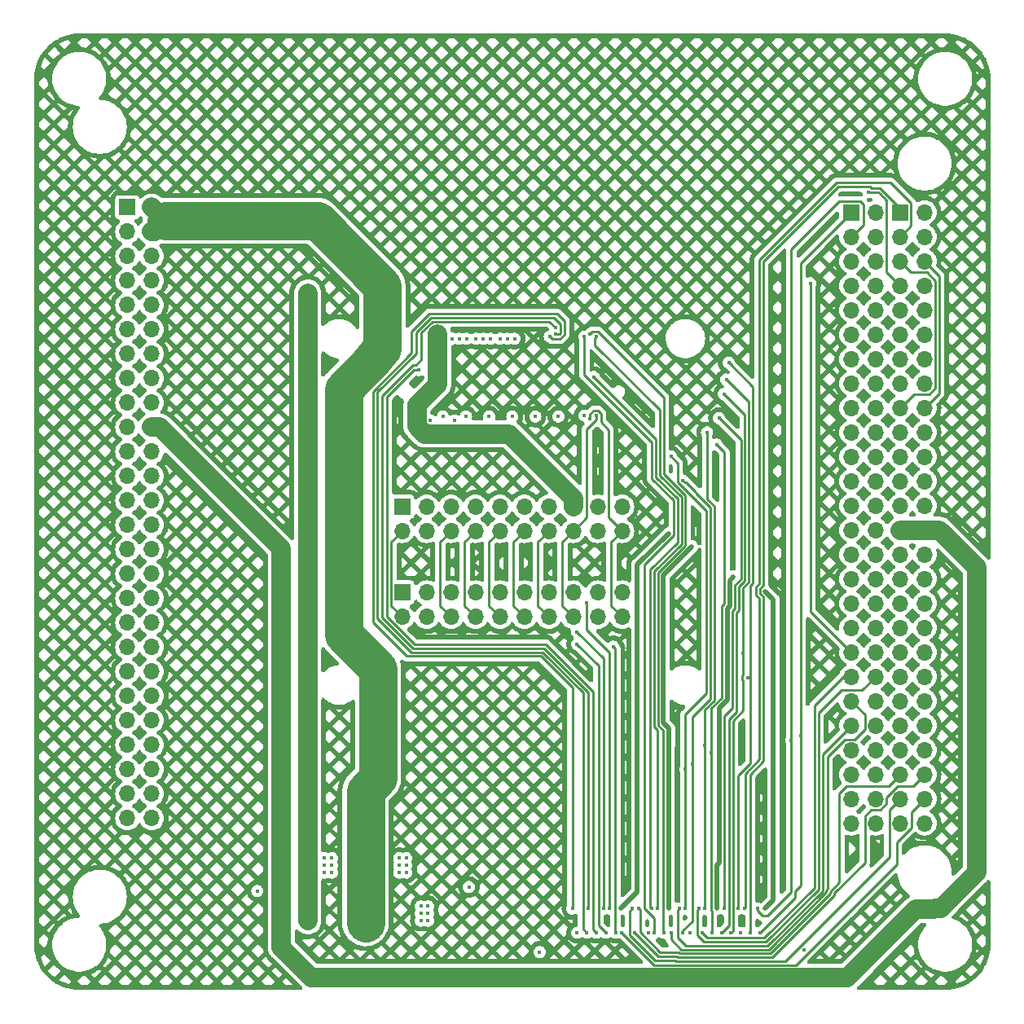
<source format=gbr>
%TF.GenerationSoftware,KiCad,Pcbnew,7.0.8*%
%TF.CreationDate,2024-04-10T10:35:42+02:00*%
%TF.ProjectId,ESLGSU_Adapter,45534c47-5355-45f4-9164-61707465722e,rev?*%
%TF.SameCoordinates,Original*%
%TF.FileFunction,Copper,L4,Bot*%
%TF.FilePolarity,Positive*%
%FSLAX46Y46*%
G04 Gerber Fmt 4.6, Leading zero omitted, Abs format (unit mm)*
G04 Created by KiCad (PCBNEW 7.0.8) date 2024-04-10 10:35:42*
%MOMM*%
%LPD*%
G01*
G04 APERTURE LIST*
%TA.AperFunction,ComponentPad*%
%ADD10R,1.700000X1.700000*%
%TD*%
%TA.AperFunction,ComponentPad*%
%ADD11O,1.700000X1.700000*%
%TD*%
%TA.AperFunction,ViaPad*%
%ADD12C,0.450000*%
%TD*%
%TA.AperFunction,Conductor*%
%ADD13C,0.254000*%
%TD*%
%TA.AperFunction,Conductor*%
%ADD14C,0.508000*%
%TD*%
%TA.AperFunction,Conductor*%
%ADD15C,4.000000*%
%TD*%
%TA.AperFunction,Conductor*%
%ADD16C,2.000000*%
%TD*%
G04 APERTURE END LIST*
D10*
%TO.P,J5,1,Pin_1*%
%TO.N,/CAN1_L*%
X122245000Y-55890000D03*
D11*
%TO.P,J5,2,Pin_2*%
%TO.N,unconnected-(J5-Pin_2-Pad2)*%
X124785000Y-55890000D03*
%TO.P,J5,3,Pin_3*%
%TO.N,/CAN1_H*%
X122245000Y-58430000D03*
%TO.P,J5,4,Pin_4*%
%TO.N,unconnected-(J5-Pin_4-Pad4)*%
X124785000Y-58430000D03*
%TO.P,J5,5,Pin_5*%
%TO.N,unconnected-(J5-Pin_5-Pad5)*%
X122245000Y-60970000D03*
%TO.P,J5,6,Pin_6*%
%TO.N,unconnected-(J5-Pin_6-Pad6)*%
X124785000Y-60970000D03*
%TO.P,J5,7,Pin_7*%
%TO.N,unconnected-(J5-Pin_7-Pad7)*%
X122245000Y-63510000D03*
%TO.P,J5,8,Pin_8*%
%TO.N,unconnected-(J5-Pin_8-Pad8)*%
X124785000Y-63510000D03*
%TO.P,J5,9,Pin_9*%
%TO.N,unconnected-(J5-Pin_9-Pad9)*%
X122245000Y-66050000D03*
%TO.P,J5,10,Pin_10*%
%TO.N,unconnected-(J5-Pin_10-Pad10)*%
X124785000Y-66050000D03*
%TO.P,J5,11,Pin_11*%
%TO.N,unconnected-(J5-Pin_11-Pad11)*%
X122245000Y-68590000D03*
%TO.P,J5,12,Pin_12*%
%TO.N,unconnected-(J5-Pin_12-Pad12)*%
X124785000Y-68590000D03*
%TO.P,J5,13,Pin_13*%
%TO.N,/RS4851_A*%
X122245000Y-71130000D03*
%TO.P,J5,14,Pin_14*%
%TO.N,/RS4852_A*%
X124785000Y-71130000D03*
%TO.P,J5,15,Pin_15*%
%TO.N,/RS4851_B*%
X122245000Y-73670000D03*
%TO.P,J5,16,Pin_16*%
%TO.N,/RS4852_B*%
X124785000Y-73670000D03*
%TO.P,J5,17,Pin_17*%
%TO.N,unconnected-(J5-Pin_17-Pad17)*%
X122245000Y-76210000D03*
%TO.P,J5,18,Pin_18*%
%TO.N,unconnected-(J5-Pin_18-Pad18)*%
X124785000Y-76210000D03*
%TO.P,J5,19,Pin_19*%
%TO.N,/UART1_TX*%
X122245000Y-78750000D03*
%TO.P,J5,20,Pin_20*%
%TO.N,/UART1_RX*%
X124785000Y-78750000D03*
%TO.P,J5,21,Pin_21*%
%TO.N,/I2C1_SCL*%
X122245000Y-81290000D03*
%TO.P,J5,22,Pin_22*%
%TO.N,unconnected-(J5-Pin_22-Pad22)*%
X124785000Y-81290000D03*
%TO.P,J5,23,Pin_23*%
%TO.N,/I2C1_SDA*%
X122245000Y-83830000D03*
%TO.P,J5,24,Pin_24*%
%TO.N,unconnected-(J5-Pin_24-Pad24)*%
X124785000Y-83830000D03*
%TO.P,J5,25,Pin_25*%
%TO.N,/GPIO_1*%
X122245000Y-86370000D03*
%TO.P,J5,26,Pin_26*%
X124785000Y-86370000D03*
%TO.P,J5,27,Pin_27*%
%TO.N,unconnected-(J5-Pin_27-Pad27)*%
X122245000Y-88910000D03*
%TO.P,J5,28,Pin_28*%
%TO.N,unconnected-(J5-Pin_28-Pad28)*%
X124785000Y-88910000D03*
%TO.P,J5,29,Pin_29*%
%TO.N,unconnected-(J5-Pin_29-Pad29)*%
X122245000Y-91450000D03*
%TO.P,J5,30,Pin_30*%
%TO.N,unconnected-(J5-Pin_30-Pad30)*%
X124785000Y-91450000D03*
%TO.P,J5,31,Pin_31*%
%TO.N,unconnected-(J5-Pin_31-Pad31)*%
X122245000Y-93990000D03*
%TO.P,J5,32,Pin_32*%
%TO.N,unconnected-(J5-Pin_32-Pad32)*%
X124785000Y-93990000D03*
%TO.P,J5,33,Pin_33*%
%TO.N,/GPIO_2*%
X122245000Y-96530000D03*
%TO.P,J5,34,Pin_34*%
%TO.N,GND*%
X124785000Y-96530000D03*
%TO.P,J5,35,Pin_35*%
%TO.N,/GPIO_3*%
X122245000Y-99070000D03*
%TO.P,J5,36,Pin_36*%
%TO.N,unconnected-(J5-Pin_36-Pad36)*%
X124785000Y-99070000D03*
%TO.P,J5,37,Pin_37*%
%TO.N,/GPIO_4*%
X122245000Y-101610000D03*
%TO.P,J5,38,Pin_38*%
%TO.N,unconnected-(J5-Pin_38-Pad38)*%
X124785000Y-101610000D03*
%TO.P,J5,39,Pin_39*%
%TO.N,/UART2_TX*%
X122245000Y-104150000D03*
%TO.P,J5,40,Pin_40*%
%TO.N,/UART2_RX*%
X124785000Y-104150000D03*
%TO.P,J5,41,Pin_41*%
%TO.N,/I2C2_SDA*%
X122245000Y-106690000D03*
%TO.P,J5,42,Pin_42*%
%TO.N,unconnected-(J5-Pin_42-Pad42)*%
X124785000Y-106690000D03*
%TO.P,J5,43,Pin_43*%
%TO.N,/I2C2_SCL*%
X122245000Y-109230000D03*
%TO.P,J5,44,Pin_44*%
%TO.N,unconnected-(J5-Pin_44-Pad44)*%
X124785000Y-109230000D03*
%TO.P,J5,45,Pin_45*%
%TO.N,unconnected-(J5-Pin_45-Pad45)*%
X122245000Y-111770000D03*
%TO.P,J5,46,Pin_46*%
%TO.N,unconnected-(J5-Pin_46-Pad46)*%
X124785000Y-111770000D03*
%TO.P,J5,47,Pin_47*%
%TO.N,unconnected-(J5-Pin_47-Pad47)*%
X122245000Y-114310000D03*
%TO.P,J5,48,Pin_48*%
%TO.N,unconnected-(J5-Pin_48-Pad48)*%
X124785000Y-114310000D03*
%TO.P,J5,49,Pin_49*%
%TO.N,/5V_S2*%
X122245000Y-116850000D03*
%TO.P,J5,50,Pin_50*%
%TO.N,/3V3_S2*%
X124785000Y-116850000D03*
%TO.P,J5,51,Pin_51*%
%TO.N,/5V_S1*%
X122245000Y-119390000D03*
%TO.P,J5,52,Pin_52*%
%TO.N,/3V3_S1*%
X124785000Y-119390000D03*
%TD*%
D10*
%TO.P,J6,1,Pin_1*%
%TO.N,/CAN2_L*%
X127325000Y-55890000D03*
D11*
%TO.P,J6,2,Pin_2*%
%TO.N,unconnected-(J6-Pin_2-Pad2)*%
X129865000Y-55890000D03*
%TO.P,J6,3,Pin_3*%
%TO.N,/CAN2_H*%
X127325000Y-58430000D03*
%TO.P,J6,4,Pin_4*%
%TO.N,unconnected-(J6-Pin_4-Pad4)*%
X129865000Y-58430000D03*
%TO.P,J6,5,Pin_5*%
%TO.N,/GPIO_5*%
X127325000Y-60970000D03*
%TO.P,J6,6,Pin_6*%
%TO.N,/GPIO_6*%
X129865000Y-60970000D03*
%TO.P,J6,7,Pin_7*%
%TO.N,/GPIO_7*%
X127325000Y-63510000D03*
%TO.P,J6,8,Pin_8*%
%TO.N,/GPIO_8*%
X129865000Y-63510000D03*
%TO.P,J6,9,Pin_9*%
%TO.N,/SPI1_MISO*%
X127325000Y-66050000D03*
%TO.P,J6,10,Pin_10*%
%TO.N,/SPI1_MOSI*%
X129865000Y-66050000D03*
%TO.P,J6,11,Pin_11*%
%TO.N,/SPI1_SCK*%
X127325000Y-68590000D03*
%TO.P,J6,12,Pin_12*%
%TO.N,/SPI1_NSS*%
X129865000Y-68590000D03*
%TO.P,J6,13,Pin_13*%
%TO.N,unconnected-(J6-Pin_13-Pad13)*%
X127325000Y-71130000D03*
%TO.P,J6,14,Pin_14*%
%TO.N,unconnected-(J6-Pin_14-Pad14)*%
X129865000Y-71130000D03*
%TO.P,J6,15,Pin_15*%
%TO.N,unconnected-(J6-Pin_15-Pad15)*%
X127325000Y-73670000D03*
%TO.P,J6,16,Pin_16*%
%TO.N,unconnected-(J6-Pin_16-Pad16)*%
X129865000Y-73670000D03*
%TO.P,J6,17,Pin_17*%
%TO.N,/GPIO_5*%
X127325000Y-76210000D03*
%TO.P,J6,18,Pin_18*%
%TO.N,/GPIO_6*%
X129865000Y-76210000D03*
%TO.P,J6,19,Pin_19*%
%TO.N,/GPIO_7*%
X127325000Y-78750000D03*
%TO.P,J6,20,Pin_20*%
%TO.N,/GPIO_8*%
X129865000Y-78750000D03*
%TO.P,J6,21,Pin_21*%
%TO.N,unconnected-(J6-Pin_21-Pad21)*%
X127325000Y-81290000D03*
%TO.P,J6,22,Pin_22*%
%TO.N,unconnected-(J6-Pin_22-Pad22)*%
X129865000Y-81290000D03*
%TO.P,J6,23,Pin_23*%
%TO.N,/BUS_CH1*%
X127325000Y-83830000D03*
%TO.P,J6,24,Pin_24*%
X129865000Y-83830000D03*
%TO.P,J6,25,Pin_25*%
%TO.N,/BUS_5V*%
X127325000Y-86370000D03*
%TO.P,J6,26,Pin_26*%
X129865000Y-86370000D03*
%TO.P,J6,27,Pin_27*%
%TO.N,/BUS_3V3*%
X127325000Y-88910000D03*
%TO.P,J6,28,Pin_28*%
X129865000Y-88910000D03*
%TO.P,J6,29,Pin_29*%
%TO.N,GND*%
X127325000Y-91450000D03*
%TO.P,J6,30,Pin_30*%
X129865000Y-91450000D03*
%TO.P,J6,31,Pin_31*%
X127325000Y-93990000D03*
%TO.P,J6,32,Pin_32*%
X129865000Y-93990000D03*
%TO.P,J6,33,Pin_33*%
%TO.N,unconnected-(J6-Pin_33-Pad33)*%
X127325000Y-96530000D03*
%TO.P,J6,34,Pin_34*%
%TO.N,unconnected-(J6-Pin_34-Pad34)*%
X129865000Y-96530000D03*
%TO.P,J6,35,Pin_35*%
%TO.N,unconnected-(J6-Pin_35-Pad35)*%
X127325000Y-99070000D03*
%TO.P,J6,36,Pin_36*%
%TO.N,unconnected-(J6-Pin_36-Pad36)*%
X129865000Y-99070000D03*
%TO.P,J6,37,Pin_37*%
%TO.N,unconnected-(J6-Pin_37-Pad37)*%
X127325000Y-101610000D03*
%TO.P,J6,38,Pin_38*%
%TO.N,unconnected-(J6-Pin_38-Pad38)*%
X129865000Y-101610000D03*
%TO.P,J6,39,Pin_39*%
%TO.N,unconnected-(J6-Pin_39-Pad39)*%
X127325000Y-104150000D03*
%TO.P,J6,40,Pin_40*%
%TO.N,unconnected-(J6-Pin_40-Pad40)*%
X129865000Y-104150000D03*
%TO.P,J6,41,Pin_41*%
%TO.N,unconnected-(J6-Pin_41-Pad41)*%
X127325000Y-106690000D03*
%TO.P,J6,42,Pin_42*%
%TO.N,unconnected-(J6-Pin_42-Pad42)*%
X129865000Y-106690000D03*
%TO.P,J6,43,Pin_43*%
%TO.N,unconnected-(J6-Pin_43-Pad43)*%
X127325000Y-109230000D03*
%TO.P,J6,44,Pin_44*%
%TO.N,unconnected-(J6-Pin_44-Pad44)*%
X129865000Y-109230000D03*
%TO.P,J6,45,Pin_45*%
%TO.N,/BUS_UNREG*%
X127325000Y-111770000D03*
%TO.P,J6,46,Pin_46*%
X129865000Y-111770000D03*
%TO.P,J6,47,Pin_47*%
%TO.N,/SPI2_MISO*%
X127325000Y-114310000D03*
%TO.P,J6,48,Pin_48*%
%TO.N,/SPI2_MOSI*%
X129865000Y-114310000D03*
%TO.P,J6,49,Pin_49*%
%TO.N,/SPI2_SCK*%
X127325000Y-116850000D03*
%TO.P,J6,50,Pin_50*%
%TO.N,/SPI2_NSS*%
X129865000Y-116850000D03*
%TO.P,J6,51,Pin_51*%
%TO.N,unconnected-(J6-Pin_51-Pad51)*%
X127325000Y-119390000D03*
%TO.P,J6,52,Pin_52*%
%TO.N,unconnected-(J6-Pin_52-Pad52)*%
X129865000Y-119390000D03*
%TD*%
D10*
%TO.P,J7,1,Pin_1*%
%TO.N,/BUS_UNREG*%
X75570000Y-86460000D03*
D11*
%TO.P,J7,2,Pin_2*%
%TO.N,GND*%
X78110000Y-86460000D03*
%TO.P,J7,3,Pin_3*%
%TO.N,/BUS_5V*%
X80650000Y-86460000D03*
%TO.P,J7,4,Pin_4*%
%TO.N,/5V_S1*%
X83190000Y-86460000D03*
%TO.P,J7,5,Pin_5*%
%TO.N,/5V_S2*%
X85730000Y-86460000D03*
%TO.P,J7,6,Pin_6*%
%TO.N,/3V3_S2*%
X88270000Y-86460000D03*
%TO.P,J7,7,Pin_7*%
%TO.N,/3V3_S1*%
X90810000Y-86460000D03*
%TO.P,J7,8,Pin_8*%
%TO.N,/BUS_3V3*%
X93350000Y-86460000D03*
%TO.P,J7,9,Pin_9*%
%TO.N,GND*%
X95890000Y-86460000D03*
%TO.P,J7,10,Pin_10*%
%TO.N,unconnected-(J7-Pin_10-Pad10)*%
X98430000Y-86460000D03*
%TO.P,J7,11,Pin_11*%
%TO.N,/I2C1_SCL*%
X98430000Y-89000000D03*
%TO.P,J7,12,Pin_12*%
%TO.N,GND*%
X95890000Y-89000000D03*
%TO.P,J7,13,Pin_13*%
%TO.N,/I2C1_SDA*%
X93350000Y-89000000D03*
%TO.P,J7,14,Pin_14*%
%TO.N,/GPIO_4*%
X90810000Y-89000000D03*
%TO.P,J7,15,Pin_15*%
%TO.N,/GPIO_3*%
X88270000Y-89000000D03*
%TO.P,J7,16,Pin_16*%
%TO.N,/GPIO_2*%
X85730000Y-89000000D03*
%TO.P,J7,17,Pin_17*%
%TO.N,/GPIO_1*%
X83190000Y-89000000D03*
%TO.P,J7,18,Pin_18*%
%TO.N,/RS4851_B*%
X80650000Y-89000000D03*
%TO.P,J7,19,Pin_19*%
%TO.N,GND*%
X78110000Y-89000000D03*
%TO.P,J7,20,Pin_20*%
%TO.N,/RS4851_A*%
X75570000Y-89000000D03*
%TD*%
D10*
%TO.P,J4,1,Pin_1*%
%TO.N,unconnected-(J4-Pin_1-Pad1)*%
X75570000Y-95380000D03*
D11*
%TO.P,J4,2,Pin_2*%
%TO.N,GND*%
X78110000Y-95380000D03*
%TO.P,J4,3,Pin_3*%
%TO.N,/BUS_5V*%
X80650000Y-95380000D03*
%TO.P,J4,4,Pin_4*%
%TO.N,/5V_S1*%
X83190000Y-95380000D03*
%TO.P,J4,5,Pin_5*%
%TO.N,/5V_S2*%
X85730000Y-95380000D03*
%TO.P,J4,6,Pin_6*%
%TO.N,/3V3_S2*%
X88270000Y-95380000D03*
%TO.P,J4,7,Pin_7*%
%TO.N,/3V3_S1*%
X90810000Y-95380000D03*
%TO.P,J4,8,Pin_8*%
%TO.N,/BUS_3V3*%
X93350000Y-95380000D03*
%TO.P,J4,9,Pin_9*%
%TO.N,GND*%
X95890000Y-95380000D03*
%TO.P,J4,10,Pin_10*%
%TO.N,/BUS_UNREG*%
X98430000Y-95380000D03*
%TO.P,J4,11,Pin_11*%
%TO.N,/I2C1_SCL*%
X98430000Y-97920000D03*
%TO.P,J4,12,Pin_12*%
%TO.N,GND*%
X95890000Y-97920000D03*
%TO.P,J4,13,Pin_13*%
%TO.N,/I2C1_SDA*%
X93350000Y-97920000D03*
%TO.P,J4,14,Pin_14*%
%TO.N,/GPIO_4*%
X90810000Y-97920000D03*
%TO.P,J4,15,Pin_15*%
%TO.N,/GPIO_3*%
X88270000Y-97920000D03*
%TO.P,J4,16,Pin_16*%
%TO.N,/GPIO_2*%
X85730000Y-97920000D03*
%TO.P,J4,17,Pin_17*%
%TO.N,/GPIO_1*%
X83190000Y-97920000D03*
%TO.P,J4,18,Pin_18*%
%TO.N,/RS4851_B*%
X80650000Y-97920000D03*
%TO.P,J4,19,Pin_19*%
%TO.N,GND*%
X78110000Y-97920000D03*
%TO.P,J4,20,Pin_20*%
%TO.N,/RS4851_A*%
X75570000Y-97920000D03*
%TD*%
D10*
%TO.P,J3,1,Pin_1*%
%TO.N,GND*%
X46990000Y-55346600D03*
D11*
%TO.P,J3,2,Pin_2*%
%TO.N,/BUS_UNREG*%
X49530000Y-55346600D03*
%TO.P,J3,3,Pin_3*%
%TO.N,GND*%
X46990000Y-57886600D03*
%TO.P,J3,4,Pin_4*%
%TO.N,/BUS_UNREG*%
X49530000Y-57886600D03*
%TO.P,J3,5,Pin_5*%
%TO.N,GND*%
X46990000Y-60426600D03*
%TO.P,J3,6,Pin_6*%
%TO.N,/BUS_5V*%
X49530000Y-60426600D03*
%TO.P,J3,7,Pin_7*%
%TO.N,GND*%
X46990000Y-62966600D03*
%TO.P,J3,8,Pin_8*%
%TO.N,/5V_S1*%
X49530000Y-62966600D03*
%TO.P,J3,9,Pin_9*%
%TO.N,GND*%
X46990000Y-65506600D03*
%TO.P,J3,10,Pin_10*%
%TO.N,/5V_S2*%
X49530000Y-65506600D03*
%TO.P,J3,11,Pin_11*%
%TO.N,unconnected-(J3-Pin_11-Pad11)*%
X46990000Y-68046600D03*
%TO.P,J3,12,Pin_12*%
%TO.N,unconnected-(J3-Pin_12-Pad12)*%
X49530000Y-68046600D03*
%TO.P,J3,13,Pin_13*%
%TO.N,GND*%
X46990000Y-70586600D03*
%TO.P,J3,14,Pin_14*%
%TO.N,/3V3_S1*%
X49530000Y-70586600D03*
%TO.P,J3,15,Pin_15*%
%TO.N,GND*%
X46990000Y-73126600D03*
%TO.P,J3,16,Pin_16*%
%TO.N,/3V3_S2*%
X49530000Y-73126600D03*
%TO.P,J3,17,Pin_17*%
%TO.N,unconnected-(J3-Pin_17-Pad17)*%
X46990000Y-75666600D03*
%TO.P,J3,18,Pin_18*%
%TO.N,unconnected-(J3-Pin_18-Pad18)*%
X49530000Y-75666600D03*
%TO.P,J3,19,Pin_19*%
%TO.N,GND*%
X46990000Y-78206600D03*
%TO.P,J3,20,Pin_20*%
%TO.N,/BUS_3V3*%
X49530000Y-78206600D03*
%TO.P,J3,21,Pin_21*%
%TO.N,unconnected-(J3-Pin_21-Pad21)*%
X46990000Y-80746600D03*
%TO.P,J3,22,Pin_22*%
%TO.N,unconnected-(J3-Pin_22-Pad22)*%
X49530000Y-80746600D03*
%TO.P,J3,23,Pin_23*%
%TO.N,unconnected-(J3-Pin_23-Pad23)*%
X46990000Y-83286600D03*
%TO.P,J3,24,Pin_24*%
%TO.N,unconnected-(J3-Pin_24-Pad24)*%
X49530000Y-83286600D03*
%TO.P,J3,25,Pin_25*%
%TO.N,unconnected-(J3-Pin_25-Pad25)*%
X46990000Y-85826600D03*
%TO.P,J3,26,Pin_26*%
%TO.N,unconnected-(J3-Pin_26-Pad26)*%
X49530000Y-85826600D03*
%TO.P,J3,27,Pin_27*%
%TO.N,unconnected-(J3-Pin_27-Pad27)*%
X46990000Y-88366600D03*
%TO.P,J3,28,Pin_28*%
%TO.N,unconnected-(J3-Pin_28-Pad28)*%
X49530000Y-88366600D03*
%TO.P,J3,29,Pin_29*%
%TO.N,unconnected-(J3-Pin_29-Pad29)*%
X46990000Y-90906600D03*
%TO.P,J3,30,Pin_30*%
%TO.N,/GPIO_5*%
X49530000Y-90906600D03*
%TO.P,J3,31,Pin_31*%
%TO.N,unconnected-(J3-Pin_31-Pad31)*%
X46990000Y-93446600D03*
%TO.P,J3,32,Pin_32*%
%TO.N,/GPIO_4*%
X49530000Y-93446600D03*
%TO.P,J3,33,Pin_33*%
%TO.N,unconnected-(J3-Pin_33-Pad33)*%
X46990000Y-95986600D03*
%TO.P,J3,34,Pin_34*%
%TO.N,/GPIO_3*%
X49530000Y-95986600D03*
%TO.P,J3,35,Pin_35*%
%TO.N,unconnected-(J3-Pin_35-Pad35)*%
X46990000Y-98526600D03*
%TO.P,J3,36,Pin_36*%
%TO.N,/GPIO_1*%
X49530000Y-98526600D03*
%TO.P,J3,37,Pin_37*%
%TO.N,unconnected-(J3-Pin_37-Pad37)*%
X46990000Y-101066600D03*
%TO.P,J3,38,Pin_38*%
%TO.N,/CAN1_L*%
X49530000Y-101066600D03*
%TO.P,J3,39,Pin_39*%
%TO.N,GND*%
X46990000Y-103606600D03*
%TO.P,J3,40,Pin_40*%
%TO.N,/CAN1_H*%
X49530000Y-103606600D03*
%TO.P,J3,41,Pin_41*%
%TO.N,unconnected-(J3-Pin_41-Pad41)*%
X46990000Y-106146600D03*
%TO.P,J3,42,Pin_42*%
%TO.N,/UART1_RX*%
X49530000Y-106146600D03*
%TO.P,J3,43,Pin_43*%
%TO.N,unconnected-(J3-Pin_43-Pad43)*%
X46990000Y-108686600D03*
%TO.P,J3,44,Pin_44*%
%TO.N,/UART1_TX*%
X49530000Y-108686600D03*
%TO.P,J3,45,Pin_45*%
%TO.N,GND*%
X46990000Y-111226600D03*
%TO.P,J3,46,Pin_46*%
%TO.N,/I2C1_SDA*%
X49530000Y-111226600D03*
%TO.P,J3,47,Pin_47*%
%TO.N,unconnected-(J3-Pin_47-Pad47)*%
X46990000Y-113766600D03*
%TO.P,J3,48,Pin_48*%
%TO.N,/I2C1_SCL*%
X49530000Y-113766600D03*
%TO.P,J3,49,Pin_49*%
%TO.N,unconnected-(J3-Pin_49-Pad49)*%
X46990000Y-116306600D03*
%TO.P,J3,50,Pin_50*%
%TO.N,/GPIO_2*%
X49530000Y-116306600D03*
%TO.P,J3,51,Pin_51*%
%TO.N,unconnected-(J3-Pin_51-Pad51)*%
X46990000Y-118846600D03*
%TO.P,J3,52,Pin_52*%
%TO.N,unconnected-(J3-Pin_52-Pad52)*%
X49530000Y-118846600D03*
%TD*%
D12*
%TO.N,GND*%
X86500000Y-69000000D03*
X68250000Y-123750000D03*
X82250000Y-69000000D03*
X89850000Y-132750000D03*
X76000000Y-123750000D03*
X67500000Y-123750000D03*
X85750000Y-69000000D03*
X75250000Y-123000000D03*
X79800000Y-77100000D03*
X75250000Y-124500000D03*
X105500000Y-130750000D03*
X89400000Y-77100000D03*
X87000000Y-77100000D03*
X81500000Y-69000000D03*
X93750000Y-130750000D03*
X87250000Y-69000000D03*
X82200000Y-77100000D03*
X84600000Y-77100000D03*
X76000000Y-123000000D03*
X110750000Y-130750000D03*
X94500000Y-77000000D03*
X76000000Y-124500000D03*
X75250000Y-123750000D03*
X117300000Y-132550000D03*
X68250000Y-124500000D03*
X91800000Y-77100000D03*
X68250000Y-123000000D03*
X80750000Y-69000000D03*
X67500000Y-124500000D03*
X60500000Y-126400000D03*
X101121497Y-130750000D03*
X82500000Y-126000000D03*
X67500000Y-123000000D03*
%TO.N,/GPIO_8*%
X90900000Y-68800000D03*
X93250000Y-128250000D03*
%TO.N,/GPIO_7*%
X94750000Y-130750000D03*
X91500000Y-68500000D03*
X124000000Y-53750000D03*
%TO.N,/GPIO_6*%
X94878503Y-128250000D03*
X91500000Y-67871497D03*
%TO.N,/GPIO_5*%
X95750000Y-130750000D03*
X77250000Y-72277000D03*
%TO.N,/GPIO_4*%
X93750000Y-99500000D03*
X118000000Y-63250000D03*
X96500000Y-128250000D03*
%TO.N,/GPIO_3*%
X93750000Y-100750000D03*
X96750000Y-130750000D03*
%TO.N,/GPIO_2*%
X94750000Y-96500000D03*
X97128503Y-128250000D03*
%TO.N,/GPIO_1*%
X97500000Y-101000000D03*
X97750000Y-130750000D03*
%TO.N,/5V_S2*%
X98250000Y-128250000D03*
X103249998Y-89250000D03*
%TO.N,/SPI2_NSS*%
X98378503Y-130750000D03*
%TO.N,/SPI2_SCK*%
X99500000Y-128250000D03*
%TO.N,/SPI2_MOSI*%
X99750000Y-130750000D03*
%TO.N,/SPI2_MISO*%
X100128503Y-128250000D03*
%TO.N,/SPI1_NSS*%
X101500000Y-128250000D03*
X95500000Y-73000000D03*
%TO.N,/SPI1_SCK*%
X101750000Y-130750000D03*
X94500000Y-68800000D03*
%TO.N,/SPI1_MOSI*%
X102128503Y-128250000D03*
X95700000Y-68800000D03*
%TO.N,/SPI1_MISO*%
X95100000Y-68500000D03*
X102750000Y-130750000D03*
%TO.N,/5V_S1*%
X103250000Y-128250000D03*
X105658002Y-90592000D03*
%TO.N,/I2C2_SDA*%
X103500000Y-130750000D03*
%TO.N,/I2C2_SCL*%
X104371497Y-128250000D03*
%TO.N,/I2C1_SDA*%
X104750000Y-83750000D03*
X95700000Y-77000000D03*
X105719000Y-113219000D03*
X104750000Y-130750000D03*
%TO.N,/I2C1_SCL*%
X105000000Y-113750000D03*
X105000000Y-128250000D03*
X103500000Y-81250000D03*
X95100000Y-77299988D03*
%TO.N,/UART2_RX*%
X106371497Y-128250000D03*
%TO.N,/UART2_TX*%
X106750000Y-130750000D03*
%TO.N,/UART1_RX*%
X107000000Y-111250000D03*
X107250000Y-78750000D03*
X107000000Y-128250000D03*
%TO.N,/UART1_TX*%
X107719000Y-112000000D03*
X108250000Y-80000000D03*
X107750000Y-130750000D03*
%TO.N,/3V3_S2*%
X108250000Y-128250000D03*
X81000000Y-77500000D03*
X110000000Y-93750000D03*
%TO.N,/RS4852_B*%
X108750000Y-130750000D03*
X109000000Y-74750000D03*
%TO.N,/RS4852_A*%
X108500000Y-77250000D03*
X109000000Y-128250000D03*
%TO.N,/RS4851_B*%
X109250000Y-73250000D03*
X109750000Y-130750000D03*
X111000000Y-101750000D03*
%TO.N,/RS4851_A*%
X110500000Y-128250000D03*
X109500000Y-71500000D03*
X111462000Y-104250000D03*
%TO.N,/CAN2_H*%
X111128503Y-128250000D03*
%TO.N,/CAN2_L*%
X111750000Y-130750000D03*
%TO.N,/CAN1_H*%
X112500000Y-128250000D03*
X116000000Y-110750000D03*
%TO.N,/CAN1_L*%
X112750000Y-130750000D03*
X117000000Y-110250000D03*
%TO.N,/3V3_S1*%
X78500000Y-77500000D03*
X113250000Y-95250000D03*
X113250000Y-128250000D03*
%TO.N,/BUS_CH1*%
X78250000Y-128000000D03*
X78250000Y-128750000D03*
X78250000Y-129500000D03*
X77500000Y-129500000D03*
X77500000Y-128750000D03*
X77500000Y-128000000D03*
%TO.N,/BUS_UNREG*%
X69750000Y-85750000D03*
X73250000Y-104000000D03*
X73750000Y-63750000D03*
X84750000Y-69000000D03*
X73250000Y-128000000D03*
X83250000Y-69000000D03*
X70000000Y-129500000D03*
X72500000Y-104750000D03*
X73250000Y-128750000D03*
X74000000Y-104000000D03*
X70750000Y-128750000D03*
X68250000Y-85000000D03*
X74500000Y-63000000D03*
X73250000Y-129500000D03*
X72500000Y-128750000D03*
X70000000Y-128000000D03*
X69000000Y-85000000D03*
X74500000Y-63750000D03*
X69000000Y-85750000D03*
X70000000Y-128750000D03*
X73250000Y-104750000D03*
X69750000Y-85000000D03*
X73750000Y-63000000D03*
X73000000Y-63000000D03*
X84000000Y-69000000D03*
X73000000Y-63750000D03*
X72500000Y-104000000D03*
X70750000Y-128000000D03*
X72500000Y-128000000D03*
X74000000Y-104750000D03*
X72500000Y-129500000D03*
X68250000Y-85750000D03*
X70750000Y-129500000D03*
%TO.N,/BUS_5V*%
X65250000Y-64000000D03*
X66000000Y-64750000D03*
X65250000Y-86500000D03*
X66000000Y-85750000D03*
X65750000Y-128750000D03*
X66000000Y-85000000D03*
X65750000Y-129500000D03*
X65000000Y-129500000D03*
X65250000Y-64750000D03*
X66000000Y-86500000D03*
X66000000Y-64000000D03*
X65250000Y-85000000D03*
X65250000Y-65500000D03*
X66000000Y-65500000D03*
X65250000Y-85750000D03*
X65000000Y-128000000D03*
X65000000Y-128750000D03*
X65750000Y-128000000D03*
%TO.N,/BUS_3V3*%
X63250000Y-123750000D03*
X78500000Y-68250000D03*
X62500000Y-123000000D03*
X62500000Y-123750000D03*
X78500000Y-69000000D03*
X79250000Y-69000000D03*
X63250000Y-123000000D03*
X62500000Y-124500000D03*
X79250000Y-68250000D03*
X80000000Y-68250000D03*
X80000000Y-69000000D03*
X63250000Y-124500000D03*
%TD*%
D13*
%TO.N,/GPIO_8*%
X91665000Y-66415000D02*
X92435000Y-67185000D01*
X72500000Y-74500000D02*
X76500000Y-70500000D01*
X91131000Y-69031000D02*
X90900000Y-68800000D01*
X76000000Y-102000000D02*
X72500000Y-98500000D01*
X76500000Y-68301365D02*
X78386365Y-66415000D01*
X93250000Y-105250000D02*
X91250000Y-103250000D01*
X76500000Y-68750000D02*
X76500000Y-68301365D01*
X91969000Y-69031000D02*
X91131000Y-69031000D01*
X92435000Y-67185000D02*
X92435000Y-68565000D01*
X90000000Y-102000000D02*
X76000000Y-102000000D01*
X93250000Y-105750000D02*
X93250000Y-105250000D01*
X93250000Y-128250000D02*
X93250000Y-105750000D01*
X72500000Y-98500000D02*
X72500000Y-89750000D01*
X92435000Y-68565000D02*
X91969000Y-69031000D01*
X78386365Y-66415000D02*
X91665000Y-66415000D01*
X76500000Y-70500000D02*
X76500000Y-68750000D01*
X72500000Y-89750000D02*
X72500000Y-74500000D01*
X91250000Y-103250000D02*
X90000000Y-102000000D01*
%TO.N,/GPIO_7*%
X125912000Y-54662000D02*
X125250000Y-54000000D01*
X94347503Y-130347503D02*
X94347503Y-105776161D01*
X73000000Y-74571342D02*
X76904000Y-70667342D01*
X125000000Y-53750000D02*
X124000000Y-53750000D01*
X125250000Y-54000000D02*
X125000000Y-53750000D01*
X76511144Y-101596000D02*
X73000000Y-98084856D01*
X92031000Y-68397658D02*
X91928658Y-68500000D01*
X125912000Y-62097000D02*
X125912000Y-54662000D01*
X94347503Y-105776161D02*
X90167342Y-101596000D01*
X76904000Y-70667342D02*
X76904000Y-70637506D01*
X94750000Y-130750000D02*
X94347503Y-130347503D01*
X78553707Y-66819000D02*
X91319000Y-66819000D01*
X91928658Y-68500000D02*
X91500000Y-68500000D01*
X76904000Y-70637506D02*
X77000000Y-70541506D01*
X90167342Y-101596000D02*
X76511144Y-101596000D01*
X73000000Y-98084856D02*
X73000000Y-74571342D01*
X77000000Y-68372707D02*
X78553707Y-66819000D01*
X91319000Y-66819000D02*
X92031000Y-67531000D01*
X92031000Y-67531000D02*
X92031000Y-68397658D01*
X127325000Y-63510000D02*
X125912000Y-62097000D01*
X77000000Y-70541506D02*
X77000000Y-68372707D01*
%TO.N,/GPIO_6*%
X90851503Y-67223000D02*
X91500000Y-67871497D01*
X131396000Y-62501000D02*
X129865000Y-60970000D01*
X76678486Y-101192000D02*
X73500000Y-98013514D01*
X77565000Y-68379049D02*
X78721049Y-67223000D01*
X131396000Y-74679000D02*
X131396000Y-62501000D01*
X77000000Y-71750000D02*
X77565000Y-71185000D01*
X94878503Y-128250000D02*
X94878503Y-105735819D01*
X129865000Y-76210000D02*
X131396000Y-74679000D01*
X78721049Y-67223000D02*
X90851503Y-67223000D01*
X76726670Y-71750000D02*
X77000000Y-71750000D01*
X73500000Y-74976670D02*
X76726670Y-71750000D01*
X77565000Y-71185000D02*
X77565000Y-68379049D01*
X73500000Y-98013514D02*
X73500000Y-74976670D01*
X94878503Y-105735819D02*
X90334684Y-101192000D01*
X90334684Y-101192000D02*
X76678486Y-101192000D01*
%TO.N,/GPIO_5*%
X76798012Y-72250000D02*
X77250000Y-72250000D01*
X95750000Y-130750000D02*
X95409503Y-130409503D01*
X95409503Y-105695477D02*
X90502026Y-100788000D01*
X128447344Y-62092344D02*
X127325000Y-60970000D01*
X130100000Y-62092344D02*
X128447344Y-62092344D01*
X76845828Y-100788000D02*
X74000000Y-97942172D01*
X77250000Y-72250000D02*
X77250000Y-72277000D01*
X127325000Y-76210000D02*
X128742656Y-74792344D01*
X130992000Y-62984344D02*
X130100000Y-62092344D01*
X95409503Y-130409503D02*
X95409503Y-105695477D01*
X74000000Y-97942172D02*
X74000000Y-75048012D01*
X130334828Y-74792344D02*
X130992000Y-74135172D01*
X128742656Y-74792344D02*
X130334828Y-74792344D01*
X90502026Y-100788000D02*
X76845828Y-100788000D01*
X74000000Y-75048012D02*
X76798012Y-72250000D01*
X130992000Y-74135172D02*
X130992000Y-62984344D01*
%TO.N,/GPIO_4*%
X89683000Y-90127000D02*
X89683000Y-96793000D01*
X90810000Y-89000000D02*
X89683000Y-90127000D01*
X89683000Y-96793000D02*
X90810000Y-97920000D01*
X96500000Y-128250000D02*
X96500000Y-102250000D01*
X96500000Y-102250000D02*
X93750000Y-99500000D01*
X118000000Y-97365000D02*
X118000000Y-63250000D01*
X122245000Y-101610000D02*
X118000000Y-97365000D01*
%TO.N,/GPIO_3*%
X88270000Y-89000000D02*
X87143000Y-90127000D01*
X87143000Y-90127000D02*
X87143000Y-96793000D01*
X96750000Y-130750000D02*
X95969000Y-129969000D01*
X95969000Y-129969000D02*
X95969000Y-102969000D01*
X95969000Y-102969000D02*
X93750000Y-100750000D01*
X87143000Y-96793000D02*
X88270000Y-97920000D01*
%TO.N,/GPIO_2*%
X84603000Y-96793000D02*
X85730000Y-97920000D01*
X97128503Y-101628503D02*
X94750000Y-99250000D01*
X97128503Y-128250000D02*
X97128503Y-101628503D01*
X85730000Y-89000000D02*
X84603000Y-90127000D01*
X84603000Y-90127000D02*
X84603000Y-96793000D01*
X94750000Y-99250000D02*
X94750000Y-96500000D01*
%TO.N,/GPIO_1*%
X83190000Y-89000000D02*
X82063000Y-90127000D01*
X82063000Y-96793000D02*
X83190000Y-97920000D01*
X97719000Y-130719000D02*
X97719000Y-101219000D01*
X82063000Y-90127000D02*
X82063000Y-96793000D01*
X97719000Y-101219000D02*
X97500000Y-101000000D01*
X97750000Y-130750000D02*
X97719000Y-130719000D01*
D14*
%TO.N,/5V_S2*%
X98250000Y-128250000D02*
X100000000Y-126500000D01*
X100000000Y-92499998D02*
X103249998Y-89250000D01*
X100000000Y-126500000D02*
X100000000Y-92499998D01*
D13*
%TO.N,/SPI2_NSS*%
X128500000Y-118215000D02*
X129865000Y-116850000D01*
X98378503Y-130750000D02*
X101744503Y-134116000D01*
X116484948Y-134116000D02*
X126951448Y-123649500D01*
X101744503Y-134116000D02*
X116484948Y-134116000D01*
X128500000Y-119807172D02*
X128500000Y-118215000D01*
X126951448Y-123649500D02*
X126951448Y-121355724D01*
X126951448Y-121355724D02*
X128500000Y-119807172D01*
%TO.N,/SPI2_SCK*%
X103917342Y-133596000D02*
X104033342Y-133712000D01*
X101845052Y-133596000D02*
X103917342Y-133596000D01*
X99219000Y-128531000D02*
X99219000Y-130969948D01*
X99500000Y-128250000D02*
X99219000Y-128531000D01*
X126198000Y-117977000D02*
X127325000Y-116850000D01*
X126198000Y-122901052D02*
X126198000Y-117977000D01*
X115387052Y-133712000D02*
X126198000Y-122901052D01*
X104033342Y-133712000D02*
X115387052Y-133712000D01*
X99219000Y-130969948D02*
X101845052Y-133596000D01*
%TO.N,/SPI2_MOSI*%
X125912000Y-117315172D02*
X125912000Y-116670828D01*
X99750000Y-130750000D02*
X102192000Y-133192000D01*
X127082828Y-115500000D02*
X128675000Y-115500000D01*
X124315172Y-117972344D02*
X125254828Y-117972344D01*
X102192000Y-133192000D02*
X104084684Y-133192000D01*
X120462000Y-126894710D02*
X120462000Y-126645658D01*
X113799658Y-133308000D02*
X113806658Y-133301000D01*
X104084684Y-133192000D02*
X104200684Y-133308000D01*
X125254828Y-117972344D02*
X125912000Y-117315172D01*
X113806658Y-133301000D02*
X114055710Y-133301000D01*
X120462000Y-126645658D02*
X123658000Y-123449658D01*
X114055710Y-133301000D02*
X120462000Y-126894710D01*
X125912000Y-116670828D02*
X127082828Y-115500000D01*
X123658000Y-118629516D02*
X124315172Y-117972344D01*
X123658000Y-123449658D02*
X123658000Y-118629516D01*
X104200684Y-133308000D02*
X113799658Y-133308000D01*
X128675000Y-115500000D02*
X129865000Y-114310000D01*
%TO.N,/SPI2_MISO*%
X113639316Y-132897000D02*
X113632316Y-132904000D01*
X126135000Y-115500000D02*
X121750000Y-115500000D01*
X127325000Y-114310000D02*
X126135000Y-115500000D01*
X113888368Y-132897000D02*
X113639316Y-132897000D01*
X121000000Y-125536316D02*
X120058000Y-126478316D01*
X104252026Y-132788000D02*
X102359342Y-132788000D01*
X121750000Y-115500000D02*
X121000000Y-116250000D01*
X104368026Y-132904000D02*
X104252026Y-132788000D01*
X102359342Y-132788000D02*
X100281000Y-130709658D01*
X120058000Y-126727368D02*
X113888368Y-132897000D01*
X113632316Y-132904000D02*
X104368026Y-132904000D01*
X100281000Y-130709658D02*
X100281000Y-128402497D01*
X100281000Y-128402497D02*
X100128503Y-128250000D01*
X121000000Y-116250000D02*
X121000000Y-125536316D01*
X120058000Y-126478316D02*
X120058000Y-126727368D01*
%TO.N,/SPI1_NSS*%
X101359187Y-92998129D02*
X104184998Y-90172318D01*
X101942000Y-79442000D02*
X95500000Y-73000000D01*
X101359187Y-128109187D02*
X101359187Y-92998129D01*
X104184998Y-90172318D02*
X104184998Y-85649972D01*
X101942000Y-83406974D02*
X101942000Y-79442000D01*
X101500000Y-128250000D02*
X101359187Y-128109187D01*
X104184998Y-85649972D02*
X101942000Y-83406974D01*
%TO.N,/SPI1_SCK*%
X101750000Y-129250948D02*
X100750000Y-128250948D01*
X94500000Y-72750948D02*
X94500000Y-68800000D01*
X101750000Y-130750000D02*
X101750000Y-129250948D01*
X103780998Y-89469948D02*
X103780998Y-85817314D01*
X103780998Y-85817314D02*
X101538000Y-83574316D01*
X100750000Y-128250948D02*
X100750000Y-92500946D01*
X101538000Y-83574316D02*
X101538000Y-79788948D01*
X100750000Y-92500946D02*
X103780998Y-89469948D01*
X101538000Y-79788948D02*
X94500000Y-72750948D01*
%TO.N,/SPI1_MOSI*%
X102128503Y-128250000D02*
X102128503Y-109699844D01*
X102128503Y-109699844D02*
X101763187Y-109334528D01*
X104596000Y-90332658D02*
X104596000Y-85489632D01*
X95596000Y-68904000D02*
X95700000Y-68800000D01*
X104596000Y-85489632D02*
X102346000Y-83239632D01*
X101763187Y-93165471D02*
X104596000Y-90332658D01*
X102346000Y-83239632D02*
X102346000Y-76417342D01*
X95596000Y-69667342D02*
X95596000Y-68904000D01*
X102346000Y-76417342D02*
X95596000Y-69667342D01*
X101763187Y-109334528D02*
X101763187Y-93165471D01*
%TO.N,/SPI1_MISO*%
X102167187Y-93332813D02*
X105000000Y-90500000D01*
X102750000Y-130750000D02*
X102719000Y-130719000D01*
X102167187Y-109167186D02*
X102167187Y-93332813D01*
X95331000Y-68269000D02*
X95100000Y-68500000D01*
X102750000Y-83072290D02*
X102750000Y-75099052D01*
X105000000Y-90500000D02*
X105000000Y-85322290D01*
X102750000Y-75099052D02*
X95919948Y-68269000D01*
X102719000Y-130719000D02*
X102719000Y-109719000D01*
X105000000Y-85322290D02*
X102750000Y-83072290D01*
X95919948Y-68269000D02*
X95331000Y-68269000D01*
X102719000Y-109719000D02*
X102167187Y-109167186D01*
D14*
%TO.N,/5V_S1*%
X102698187Y-93551815D02*
X105658002Y-90592000D01*
X103281000Y-109530052D02*
X102698187Y-108947239D01*
X103281000Y-111219948D02*
X103281000Y-109530052D01*
X103250000Y-111250948D02*
X103281000Y-111219948D01*
X102698187Y-108947239D02*
X102698187Y-93551815D01*
X103250000Y-128250000D02*
X103250000Y-111250948D01*
D13*
%TO.N,/I2C2_SDA*%
X121602344Y-110647656D02*
X119750000Y-112500000D01*
X119750000Y-112500000D02*
X119750000Y-126214974D01*
X123658000Y-109592000D02*
X122602344Y-110647656D01*
X123658000Y-108103000D02*
X123658000Y-109592000D01*
X113464974Y-132500000D02*
X104535368Y-132500000D01*
X119654000Y-126560026D02*
X113721026Y-132493000D01*
X122602344Y-110647656D02*
X121602344Y-110647656D01*
X104535368Y-132500000D02*
X103500000Y-131464632D01*
X113721026Y-132493000D02*
X113471974Y-132493000D01*
X122245000Y-106690000D02*
X123658000Y-108103000D01*
X113471974Y-132493000D02*
X113464974Y-132500000D01*
X119654000Y-126310974D02*
X119654000Y-126560026D01*
X119750000Y-126214974D02*
X119654000Y-126310974D01*
X103500000Y-131464632D02*
X103500000Y-130750000D01*
%TO.N,/I2C2_SCL*%
X119250000Y-112225000D02*
X122245000Y-109230000D01*
X105089000Y-132089000D02*
X113553684Y-132089000D01*
X104371497Y-128250000D02*
X104219000Y-128402497D01*
X113553684Y-132089000D02*
X119250000Y-126392684D01*
X119250000Y-126392684D02*
X119250000Y-112225000D01*
X104219000Y-128402497D02*
X104219000Y-131219000D01*
X104219000Y-131219000D02*
X105089000Y-132089000D01*
%TO.N,/I2C1_SDA*%
X92223000Y-96793000D02*
X93350000Y-97920000D01*
X104750000Y-130750000D02*
X104750000Y-130500000D01*
X106058000Y-84915316D02*
X105084684Y-83942000D01*
X107578813Y-106421187D02*
X107578813Y-86578813D01*
X104942000Y-83942000D02*
X104750000Y-83750000D01*
X94763000Y-78387936D02*
X95700000Y-77450936D01*
X93350000Y-89000000D02*
X92223000Y-90127000D01*
X94763000Y-87587000D02*
X94763000Y-78387936D01*
X107578813Y-86578813D02*
X106058000Y-85058000D01*
X105084684Y-83942000D02*
X104942000Y-83942000D01*
X104750000Y-130500000D02*
X105719000Y-129531000D01*
X93350000Y-89000000D02*
X94763000Y-87587000D01*
X105719000Y-129531000D02*
X105719000Y-108281000D01*
X105719000Y-108281000D02*
X107578813Y-106421187D01*
X106058000Y-85058000D02*
X106058000Y-84915316D01*
X92223000Y-90127000D02*
X92223000Y-96793000D01*
X95700000Y-77450936D02*
X95700000Y-77000000D01*
%TO.N,/I2C1_SCL*%
X104219000Y-81969000D02*
X103500000Y-81250000D01*
X97303000Y-90127000D02*
X97303000Y-96793000D01*
X105000000Y-128250000D02*
X105000000Y-113750000D01*
X107174813Y-86925761D02*
X104219000Y-83969948D01*
X105000000Y-108073962D02*
X107174813Y-105899149D01*
X95480052Y-76469000D02*
X95100000Y-76849052D01*
X98430000Y-89000000D02*
X97017000Y-87587000D01*
X97303000Y-96793000D02*
X98430000Y-97920000D01*
X105000000Y-113750000D02*
X105000000Y-108073962D01*
X104219000Y-83969948D02*
X104219000Y-81969000D01*
X95100000Y-76849052D02*
X95100000Y-77299988D01*
X98430000Y-89000000D02*
X97303000Y-90127000D01*
X97017000Y-87587000D02*
X97017000Y-78481974D01*
X96231000Y-76780052D02*
X95919948Y-76469000D01*
X97017000Y-78481974D02*
X96231000Y-77695974D01*
X107174813Y-105899149D02*
X107174813Y-86925761D01*
X96231000Y-77695974D02*
X96231000Y-76780052D01*
X95919948Y-76469000D02*
X95480052Y-76469000D01*
%TO.N,/UART2_RX*%
X118846000Y-107904000D02*
X121187000Y-105563000D01*
X118846000Y-126225342D02*
X118846000Y-107904000D01*
X106244497Y-129826845D02*
X106219000Y-129852342D01*
X106934052Y-131685000D02*
X113386342Y-131685000D01*
X106244497Y-128377000D02*
X106244497Y-129826845D01*
X106219000Y-129852342D02*
X106219000Y-130969948D01*
X121187000Y-105563000D02*
X123372000Y-105563000D01*
X106371497Y-128250000D02*
X106244497Y-128377000D01*
X106219000Y-130969948D02*
X106934052Y-131685000D01*
X113386342Y-131685000D02*
X118846000Y-126225342D01*
X123372000Y-105563000D02*
X124785000Y-104150000D01*
%TO.N,/UART2_TX*%
X118442000Y-126058000D02*
X118442000Y-107103000D01*
X118442000Y-107103000D02*
X121395000Y-104150000D01*
X106750000Y-130750000D02*
X107281000Y-131281000D01*
X121395000Y-104150000D02*
X122245000Y-104150000D01*
X107281000Y-131281000D02*
X113219000Y-131281000D01*
X113219000Y-131281000D02*
X118442000Y-126058000D01*
%TO.N,/UART1_RX*%
X107000000Y-128250000D02*
X107000000Y-111250000D01*
X107250000Y-85678658D02*
X107250000Y-78750000D01*
X107982813Y-106588529D02*
X107982813Y-86411471D01*
X107000000Y-107571342D02*
X107982813Y-106588529D01*
X107000000Y-111250000D02*
X107000000Y-107571342D01*
X107982813Y-86411471D02*
X107250000Y-85678658D01*
%TO.N,/UART1_TX*%
X107750000Y-130750000D02*
X107750000Y-128500948D01*
X109058000Y-80808000D02*
X108250000Y-80000000D01*
X107719000Y-112000000D02*
X107719000Y-107423684D01*
X107750000Y-128500948D02*
X107719000Y-128469947D01*
X108808000Y-106334684D02*
X108808000Y-96834684D01*
X109058000Y-96584684D02*
X109058000Y-80808000D01*
X107719000Y-107423684D02*
X108808000Y-106334684D01*
X107719000Y-128469947D02*
X107719000Y-112000000D01*
X108808000Y-96834684D02*
X109058000Y-96584684D01*
D14*
%TO.N,/3V3_S2*%
X108531000Y-107362631D02*
X109339000Y-106554631D01*
X109339000Y-106554631D02*
X109339000Y-97054632D01*
X108250000Y-128250000D02*
X108250000Y-123750948D01*
X109589000Y-96804631D02*
X109589000Y-94161000D01*
X108250000Y-123750948D02*
X108531000Y-123469948D01*
X109589000Y-94161000D02*
X110000000Y-93750000D01*
X108531000Y-123469948D02*
X108531000Y-107362631D01*
X109339000Y-97054632D02*
X109589000Y-96804631D01*
D13*
%TO.N,/RS4852_B*%
X109531000Y-108540342D02*
X110273999Y-107797343D01*
X110273999Y-107797343D02*
X110273999Y-97441921D01*
X110524000Y-94798290D02*
X111185000Y-94137290D01*
X111185000Y-94137290D02*
X111185000Y-76935000D01*
X108750000Y-130750000D02*
X109531000Y-129969000D01*
X109531000Y-129969000D02*
X109531000Y-108540342D01*
X111185000Y-76935000D02*
X109000000Y-74750000D01*
X110273999Y-97441921D02*
X110524000Y-97191920D01*
X110524000Y-97191920D02*
X110524000Y-94798290D01*
%TO.N,/RS4852_A*%
X109062000Y-128188000D02*
X109062000Y-108189896D01*
X110120000Y-97024578D02*
X110120000Y-94630948D01*
X109000000Y-128250000D02*
X109062000Y-128188000D01*
X110781000Y-93969948D02*
X110781000Y-79531000D01*
X109062000Y-108189896D02*
X109869999Y-107381897D01*
X110781000Y-79531000D02*
X108500000Y-77250000D01*
X110120000Y-94630948D02*
X110781000Y-93969948D01*
X109869999Y-97274579D02*
X110120000Y-97024578D01*
X109869999Y-107381897D02*
X109869999Y-97274579D01*
%TO.N,/RS4851_B*%
X109935000Y-108707684D02*
X111000000Y-107642684D01*
X111000000Y-94893632D02*
X111589000Y-94304632D01*
X111589000Y-75589000D02*
X109250000Y-73250000D01*
X79523000Y-96793000D02*
X80650000Y-97920000D01*
X111000000Y-103961052D02*
X111000000Y-101750000D01*
X111000000Y-104538948D02*
X110931000Y-104469948D01*
X111589000Y-94304632D02*
X111589000Y-75589000D01*
X109935000Y-130565000D02*
X109935000Y-108707684D01*
X80650000Y-89000000D02*
X79523000Y-90127000D01*
X111000000Y-107642684D02*
X111000000Y-104538948D01*
X111000000Y-101750000D02*
X111000000Y-94893632D01*
X109750000Y-130750000D02*
X109935000Y-130565000D01*
X110931000Y-104469948D02*
X110931000Y-104030052D01*
X79523000Y-90127000D02*
X79523000Y-96793000D01*
X110931000Y-104030052D02*
X111000000Y-103961052D01*
%TO.N,/RS4851_A*%
X110500000Y-114392684D02*
X111743000Y-113149684D01*
X75570000Y-89000000D02*
X74443000Y-90127000D01*
X111993000Y-73993000D02*
X109500000Y-71500000D01*
X111993000Y-94471974D02*
X111993000Y-73993000D01*
X110500000Y-128250000D02*
X110500000Y-114392684D01*
X74443000Y-96793000D02*
X75570000Y-97920000D01*
X111743000Y-113149684D02*
X111743000Y-94721974D01*
X111743000Y-94721974D02*
X111993000Y-94471974D01*
X74443000Y-90127000D02*
X74443000Y-96793000D01*
%TO.N,/CAN2_H*%
X112315000Y-94862710D02*
X112315000Y-95637290D01*
X111212000Y-128166503D02*
X111128503Y-128250000D01*
X128452000Y-57303000D02*
X128452000Y-54925262D01*
X112712000Y-94465710D02*
X112315000Y-94862710D01*
X128452000Y-54925262D02*
X126341738Y-52815000D01*
X112712000Y-60788000D02*
X112712000Y-94465710D01*
X112315000Y-95637290D02*
X112712000Y-96034290D01*
X126341738Y-52815000D02*
X120685000Y-52815000D01*
X127325000Y-58430000D02*
X128452000Y-57303000D01*
X112712000Y-112752026D02*
X111212000Y-114252026D01*
X111212000Y-114252026D02*
X111212000Y-128166503D01*
X112712000Y-96034290D02*
X112712000Y-112752026D01*
X120685000Y-52815000D02*
X112712000Y-60788000D01*
%TO.N,/CAN2_L*%
X124219948Y-53219000D02*
X124346948Y-53346000D01*
X113116000Y-60955342D02*
X120852342Y-53219000D01*
X113116000Y-94719000D02*
X113116000Y-60955342D01*
X127325000Y-55503658D02*
X127325000Y-55890000D01*
X113116000Y-95866948D02*
X112719000Y-95469948D01*
X120852342Y-53219000D02*
X124219948Y-53219000D01*
X124346948Y-53346000D02*
X125167342Y-53346000D01*
X112719000Y-95469948D02*
X112719000Y-95030052D01*
X125167342Y-53346000D02*
X127325000Y-55503658D01*
X112719000Y-95030052D02*
X113030052Y-94719000D01*
X113116000Y-112919368D02*
X113116000Y-95866948D01*
X111750000Y-130750000D02*
X111750000Y-114285368D01*
X113030052Y-94719000D02*
X113116000Y-94719000D01*
X111750000Y-114285368D02*
X113116000Y-112919368D01*
%TO.N,/CAN1_H*%
X116000000Y-126500000D02*
X113500000Y-129000000D01*
X123500000Y-55053262D02*
X123209738Y-54763000D01*
X123209738Y-54763000D02*
X120987000Y-54763000D01*
X122245000Y-58430000D02*
X123500000Y-57175000D01*
X113500000Y-129000000D02*
X113000000Y-129000000D01*
X120987000Y-54763000D02*
X116000000Y-59750000D01*
X112500000Y-128500000D02*
X112500000Y-128250000D01*
X116000000Y-59750000D02*
X116000000Y-126500000D01*
X113000000Y-129000000D02*
X112500000Y-128500000D01*
X123500000Y-57175000D02*
X123500000Y-55053262D01*
%TO.N,/CAN1_L*%
X116404000Y-127096000D02*
X116404000Y-126417342D01*
X116404000Y-126417342D02*
X117000000Y-125821342D01*
X117000000Y-61135000D02*
X122245000Y-55890000D01*
X117000000Y-125821342D02*
X117000000Y-61135000D01*
X112750000Y-130750000D02*
X116404000Y-127096000D01*
D14*
%TO.N,/3V3_S1*%
X113250000Y-128250000D02*
X114147000Y-127353000D01*
X114147000Y-96147000D02*
X113250000Y-95250000D01*
X114147000Y-127353000D02*
X114147000Y-96147000D01*
D15*
%TO.N,/BUS_UNREG*%
X73047813Y-103325029D02*
X69473000Y-99750216D01*
X69473000Y-99750216D02*
X69473000Y-74249784D01*
X71750000Y-129750000D02*
X71750000Y-116000000D01*
X73500000Y-70029836D02*
X73500000Y-63500000D01*
D16*
X49530000Y-55346600D02*
X50933400Y-56750000D01*
D15*
X73047813Y-114702187D02*
X73047813Y-103325029D01*
X73500000Y-63500000D02*
X66750000Y-56750000D01*
D16*
X49530000Y-57886600D02*
X49863400Y-57886600D01*
X49863400Y-57886600D02*
X51000000Y-56750000D01*
D15*
X72749691Y-70780145D02*
X73500000Y-70029836D01*
X72749691Y-70973093D02*
X72749691Y-70780145D01*
X71750000Y-116000000D02*
X73047813Y-114702187D01*
D16*
X50933400Y-56750000D02*
X51000000Y-56750000D01*
D15*
X69473000Y-74249784D02*
X72749691Y-70973093D01*
X66750000Y-56750000D02*
X51000000Y-56750000D01*
D16*
%TO.N,/BUS_5V*%
X65750000Y-129500000D02*
X65750000Y-64250000D01*
%TO.N,/BUS_3V3*%
X63000000Y-132250000D02*
X63000000Y-90826600D01*
X121857000Y-135393000D02*
X66143000Y-135393000D01*
X131515919Y-128199224D02*
X130894267Y-128199224D01*
X135250000Y-92750000D02*
X135250000Y-124465143D01*
X66143000Y-135393000D02*
X63000000Y-132250000D01*
X128937661Y-128312339D02*
X121857000Y-135393000D01*
X131410000Y-88910000D02*
X135250000Y-92750000D01*
X135250000Y-124465143D02*
X131515919Y-128199224D01*
X79250000Y-73750000D02*
X79250000Y-68500000D01*
X86654000Y-78904000D02*
X77918444Y-78904000D01*
X77096000Y-75904000D02*
X79250000Y-73750000D01*
X130894267Y-128199224D02*
X130781152Y-128312339D01*
X127325000Y-88910000D02*
X131410000Y-88910000D01*
X77096000Y-78081556D02*
X77096000Y-75904000D01*
X93350000Y-86460000D02*
X93350000Y-85600000D01*
X77918444Y-78904000D02*
X77096000Y-78081556D01*
X93350000Y-85600000D02*
X86654000Y-78904000D01*
X130781152Y-128312339D02*
X128937661Y-128312339D01*
X63000000Y-90826600D02*
X50380000Y-78206600D01*
X50380000Y-78206600D02*
X49530000Y-78206600D01*
%TD*%
%TA.AperFunction,NonConductor*%
G36*
X123280622Y-53766207D02*
G01*
X123349863Y-53821426D01*
X123383478Y-53889713D01*
X123383946Y-53889536D01*
X123385808Y-53894446D01*
X123387497Y-53897877D01*
X123388216Y-53900796D01*
X123412103Y-53963780D01*
X123424294Y-54051500D01*
X123397218Y-54135823D01*
X123336236Y-54200047D01*
X123253428Y-54231452D01*
X123205684Y-54232303D01*
X123191561Y-54230851D01*
X123191559Y-54230851D01*
X123188074Y-54231452D01*
X123181380Y-54232606D01*
X123147569Y-54235500D01*
X121062267Y-54235500D01*
X120975924Y-54215793D01*
X120906683Y-54160574D01*
X120868256Y-54080782D01*
X120868256Y-53992218D01*
X120906683Y-53912426D01*
X120921553Y-53895786D01*
X121012553Y-53804786D01*
X121087541Y-53757667D01*
X121153267Y-53746500D01*
X123194279Y-53746500D01*
X123280622Y-53766207D01*
G37*
%TD.AperFunction*%
%TA.AperFunction,NonConductor*%
G36*
X124383068Y-54376969D02*
G01*
X124439473Y-54445247D01*
X124460668Y-54531236D01*
X124442455Y-54617907D01*
X124388440Y-54688091D01*
X124345799Y-54715027D01*
X124170737Y-54796660D01*
X124084155Y-54815290D01*
X123998065Y-54794508D01*
X123929517Y-54738430D01*
X123928074Y-54736551D01*
X123924268Y-54731532D01*
X123907952Y-54715217D01*
X123860832Y-54640229D01*
X123850915Y-54552223D01*
X123880164Y-54468629D01*
X123942786Y-54406004D01*
X124026379Y-54376752D01*
X124048664Y-54375500D01*
X124075949Y-54375500D01*
X124214074Y-54341454D01*
X124302624Y-54339926D01*
X124383068Y-54376969D01*
G37*
%TD.AperFunction*%
%TA.AperFunction,NonConductor*%
G36*
X48428173Y-56265215D02*
G01*
X48507083Y-56305422D01*
X48520264Y-56317470D01*
X48554038Y-56351244D01*
X48601157Y-56426232D01*
X48611405Y-56511064D01*
X48609260Y-56533307D01*
X48595794Y-56672902D01*
X48595794Y-56672903D01*
X48598214Y-56748386D01*
X48581283Y-56835316D01*
X48537013Y-56898430D01*
X48474885Y-56957975D01*
X48474882Y-56957978D01*
X48474882Y-56957979D01*
X48333121Y-57149653D01*
X48333118Y-57149657D01*
X48328095Y-57156450D01*
X48326054Y-57154940D01*
X48274194Y-57207725D01*
X48190862Y-57237712D01*
X48102771Y-57228574D01*
X48027369Y-57182119D01*
X48003825Y-57154310D01*
X47951603Y-57079730D01*
X47951599Y-57079725D01*
X47951598Y-57079723D01*
X47800180Y-56928305D01*
X47753062Y-56853316D01*
X47743146Y-56765309D01*
X47772397Y-56681716D01*
X47835021Y-56619093D01*
X47909761Y-56591042D01*
X47965304Y-56582246D01*
X48078342Y-56524650D01*
X48168050Y-56434942D01*
X48202241Y-56367838D01*
X48258997Y-56299855D01*
X48339632Y-56263229D01*
X48428173Y-56265215D01*
G37*
%TD.AperFunction*%
%TA.AperFunction,NonConductor*%
G36*
X48245006Y-58544188D02*
G01*
X48317553Y-58594986D01*
X48339454Y-58624174D01*
X48399934Y-58722400D01*
X48557436Y-58901355D01*
X48742920Y-59051123D01*
X48769864Y-59066175D01*
X48783678Y-59073892D01*
X48849446Y-59133206D01*
X48882965Y-59215181D01*
X48877597Y-59303581D01*
X48834405Y-59380898D01*
X48800769Y-59410633D01*
X48723130Y-59464996D01*
X48723119Y-59465005D01*
X48568405Y-59619719D01*
X48568398Y-59619727D01*
X48442898Y-59798962D01*
X48440355Y-59804416D01*
X48386004Y-59874340D01*
X48306696Y-59913758D01*
X48218140Y-59914861D01*
X48137874Y-59877433D01*
X48081797Y-59808885D01*
X48079645Y-59804416D01*
X48078978Y-59802986D01*
X48077102Y-59798962D01*
X47951598Y-59619723D01*
X47796877Y-59465002D01*
X47796876Y-59465001D01*
X47796875Y-59465000D01*
X47617642Y-59339499D01*
X47617638Y-59339497D01*
X47612190Y-59336957D01*
X47542264Y-59282608D01*
X47502844Y-59203302D01*
X47501737Y-59114745D01*
X47539164Y-59034479D01*
X47607710Y-58978400D01*
X47612190Y-58976243D01*
X47613069Y-58975832D01*
X47617639Y-58973702D01*
X47796877Y-58848198D01*
X47951598Y-58693477D01*
X48006989Y-58614369D01*
X48072655Y-58554946D01*
X48157603Y-58529899D01*
X48245006Y-58544188D01*
G37*
%TD.AperFunction*%
%TA.AperFunction,NonConductor*%
G36*
X128717121Y-58979164D02*
G01*
X128773200Y-59047710D01*
X128775357Y-59052190D01*
X128777897Y-59057638D01*
X128777899Y-59057642D01*
X128903403Y-59236879D01*
X129058120Y-59391596D01*
X129237357Y-59517100D01*
X129237360Y-59517101D01*
X129237361Y-59517102D01*
X129242815Y-59519645D01*
X129312739Y-59573996D01*
X129352157Y-59653304D01*
X129353260Y-59741860D01*
X129315832Y-59822126D01*
X129247284Y-59878203D01*
X129242820Y-59880353D01*
X129237362Y-59882898D01*
X129058127Y-60008398D01*
X129058119Y-60008405D01*
X128903405Y-60163119D01*
X128903398Y-60163127D01*
X128777898Y-60342362D01*
X128775355Y-60347816D01*
X128721004Y-60417740D01*
X128641696Y-60457158D01*
X128553140Y-60458261D01*
X128472874Y-60420833D01*
X128416797Y-60352285D01*
X128414645Y-60347816D01*
X128412102Y-60342362D01*
X128286598Y-60163123D01*
X128131877Y-60008402D01*
X128131876Y-60008401D01*
X128131875Y-60008400D01*
X127952642Y-59882899D01*
X127952638Y-59882897D01*
X127947190Y-59880357D01*
X127877264Y-59826008D01*
X127837844Y-59746702D01*
X127836737Y-59658145D01*
X127874164Y-59577879D01*
X127942710Y-59521800D01*
X127947190Y-59519643D01*
X127948069Y-59519232D01*
X127952639Y-59517102D01*
X128131877Y-59391598D01*
X128286598Y-59236877D01*
X128412102Y-59057639D01*
X128414643Y-59052190D01*
X128468992Y-58982264D01*
X128548298Y-58942844D01*
X128636855Y-58941737D01*
X128717121Y-58979164D01*
G37*
%TD.AperFunction*%
%TA.AperFunction,NonConductor*%
G36*
X123637121Y-58979164D02*
G01*
X123693200Y-59047710D01*
X123695357Y-59052190D01*
X123697897Y-59057638D01*
X123697899Y-59057642D01*
X123823403Y-59236879D01*
X123978120Y-59391596D01*
X124157357Y-59517100D01*
X124157360Y-59517101D01*
X124157361Y-59517102D01*
X124162815Y-59519645D01*
X124232739Y-59573996D01*
X124272157Y-59653304D01*
X124273260Y-59741860D01*
X124235832Y-59822126D01*
X124167284Y-59878203D01*
X124162820Y-59880353D01*
X124157362Y-59882898D01*
X123978127Y-60008398D01*
X123978119Y-60008405D01*
X123823405Y-60163119D01*
X123823398Y-60163127D01*
X123697898Y-60342362D01*
X123695355Y-60347816D01*
X123641004Y-60417740D01*
X123561696Y-60457158D01*
X123473140Y-60458261D01*
X123392874Y-60420833D01*
X123336797Y-60352285D01*
X123334645Y-60347816D01*
X123332102Y-60342362D01*
X123206598Y-60163123D01*
X123051877Y-60008402D01*
X123051876Y-60008401D01*
X123051875Y-60008400D01*
X122872642Y-59882899D01*
X122872638Y-59882897D01*
X122867190Y-59880357D01*
X122797264Y-59826008D01*
X122757844Y-59746702D01*
X122756737Y-59658145D01*
X122794164Y-59577879D01*
X122862710Y-59521800D01*
X122867190Y-59519643D01*
X122868069Y-59519232D01*
X122872639Y-59517102D01*
X123051877Y-59391598D01*
X123206598Y-59236877D01*
X123332102Y-59057639D01*
X123334643Y-59052190D01*
X123388992Y-58982264D01*
X123468298Y-58942844D01*
X123556855Y-58941737D01*
X123637121Y-58979164D01*
G37*
%TD.AperFunction*%
%TA.AperFunction,NonConductor*%
G36*
X120901374Y-55813426D02*
G01*
X120963998Y-55876050D01*
X120993249Y-55959643D01*
X120994500Y-55981924D01*
X120994500Y-56312073D01*
X120974793Y-56398416D01*
X120936214Y-56452787D01*
X116867214Y-60521787D01*
X116792226Y-60568906D01*
X116704219Y-60578822D01*
X116620626Y-60549571D01*
X116558002Y-60486947D01*
X116528751Y-60403354D01*
X116527500Y-60381073D01*
X116527500Y-60050924D01*
X116547207Y-59964581D01*
X116585783Y-59910213D01*
X120654786Y-55841209D01*
X120729774Y-55794091D01*
X120817781Y-55784175D01*
X120901374Y-55813426D01*
G37*
%TD.AperFunction*%
%TA.AperFunction,NonConductor*%
G36*
X48382121Y-60975764D02*
G01*
X48438200Y-61044310D01*
X48440357Y-61048790D01*
X48442897Y-61054238D01*
X48442899Y-61054242D01*
X48568403Y-61233479D01*
X48723120Y-61388196D01*
X48902357Y-61513700D01*
X48902360Y-61513701D01*
X48902361Y-61513702D01*
X48907815Y-61516245D01*
X48977739Y-61570596D01*
X49017157Y-61649904D01*
X49018260Y-61738460D01*
X48980832Y-61818726D01*
X48912284Y-61874803D01*
X48907820Y-61876953D01*
X48902362Y-61879498D01*
X48723127Y-62004998D01*
X48723119Y-62005005D01*
X48568405Y-62159719D01*
X48568398Y-62159727D01*
X48442898Y-62338962D01*
X48440355Y-62344416D01*
X48386004Y-62414340D01*
X48306696Y-62453758D01*
X48218140Y-62454861D01*
X48137874Y-62417433D01*
X48081797Y-62348885D01*
X48079645Y-62344416D01*
X48077102Y-62338962D01*
X47951598Y-62159723D01*
X47796877Y-62005002D01*
X47796876Y-62005001D01*
X47796875Y-62005000D01*
X47617642Y-61879499D01*
X47617638Y-61879497D01*
X47612190Y-61876957D01*
X47542264Y-61822608D01*
X47502844Y-61743302D01*
X47501737Y-61654745D01*
X47539164Y-61574479D01*
X47607710Y-61518400D01*
X47612190Y-61516243D01*
X47613069Y-61515832D01*
X47617639Y-61513702D01*
X47796877Y-61388198D01*
X47951598Y-61233477D01*
X48077102Y-61054239D01*
X48079643Y-61048790D01*
X48133992Y-60978864D01*
X48213298Y-60939444D01*
X48301855Y-60938337D01*
X48382121Y-60975764D01*
G37*
%TD.AperFunction*%
%TA.AperFunction,NonConductor*%
G36*
X123637121Y-61519164D02*
G01*
X123693200Y-61587710D01*
X123695357Y-61592190D01*
X123697897Y-61597638D01*
X123697899Y-61597642D01*
X123823403Y-61776879D01*
X123978120Y-61931596D01*
X124157357Y-62057100D01*
X124157360Y-62057101D01*
X124157361Y-62057102D01*
X124162815Y-62059645D01*
X124232739Y-62113996D01*
X124272157Y-62193304D01*
X124273260Y-62281860D01*
X124235832Y-62362126D01*
X124167284Y-62418203D01*
X124162827Y-62420349D01*
X124157739Y-62422722D01*
X124157362Y-62422898D01*
X123978127Y-62548398D01*
X123978119Y-62548405D01*
X123823405Y-62703119D01*
X123823398Y-62703127D01*
X123697898Y-62882362D01*
X123695355Y-62887816D01*
X123641004Y-62957740D01*
X123561696Y-62997158D01*
X123473140Y-62998261D01*
X123392874Y-62960833D01*
X123336797Y-62892285D01*
X123334645Y-62887816D01*
X123332102Y-62882362D01*
X123227446Y-62732897D01*
X123206601Y-62703127D01*
X123206599Y-62703125D01*
X123206598Y-62703123D01*
X123051877Y-62548402D01*
X123051876Y-62548401D01*
X123051875Y-62548400D01*
X122872642Y-62422899D01*
X122872638Y-62422897D01*
X122867190Y-62420357D01*
X122797264Y-62366008D01*
X122757844Y-62286702D01*
X122756737Y-62198145D01*
X122794164Y-62117879D01*
X122862710Y-62061800D01*
X122867190Y-62059643D01*
X122868069Y-62059232D01*
X122872639Y-62057102D01*
X123051877Y-61931598D01*
X123206598Y-61776877D01*
X123332102Y-61597639D01*
X123334643Y-61592190D01*
X123388992Y-61522264D01*
X123468298Y-61482844D01*
X123556855Y-61481737D01*
X123637121Y-61519164D01*
G37*
%TD.AperFunction*%
%TA.AperFunction,NonConductor*%
G36*
X48382121Y-63515764D02*
G01*
X48438200Y-63584310D01*
X48440357Y-63588790D01*
X48442897Y-63594238D01*
X48442899Y-63594242D01*
X48568403Y-63773479D01*
X48723120Y-63928196D01*
X48902357Y-64053700D01*
X48902360Y-64053701D01*
X48902361Y-64053702D01*
X48907815Y-64056245D01*
X48977739Y-64110596D01*
X49017157Y-64189904D01*
X49018260Y-64278460D01*
X48980832Y-64358726D01*
X48912284Y-64414803D01*
X48907820Y-64416953D01*
X48902362Y-64419498D01*
X48723127Y-64544998D01*
X48723119Y-64545005D01*
X48568405Y-64699719D01*
X48568398Y-64699727D01*
X48442898Y-64878962D01*
X48440355Y-64884416D01*
X48386004Y-64954340D01*
X48306696Y-64993758D01*
X48218140Y-64994861D01*
X48137874Y-64957433D01*
X48081797Y-64888885D01*
X48079645Y-64884416D01*
X48077102Y-64878962D01*
X47951598Y-64699723D01*
X47796877Y-64545002D01*
X47796876Y-64545001D01*
X47796875Y-64545000D01*
X47617642Y-64419499D01*
X47617638Y-64419497D01*
X47612190Y-64416957D01*
X47542264Y-64362608D01*
X47502844Y-64283302D01*
X47501737Y-64194745D01*
X47539164Y-64114479D01*
X47607710Y-64058400D01*
X47612190Y-64056243D01*
X47613069Y-64055832D01*
X47617639Y-64053702D01*
X47796877Y-63928198D01*
X47951598Y-63773477D01*
X48077102Y-63594239D01*
X48079643Y-63588790D01*
X48133992Y-63518864D01*
X48213298Y-63479444D01*
X48301855Y-63478337D01*
X48382121Y-63515764D01*
G37*
%TD.AperFunction*%
%TA.AperFunction,NonConductor*%
G36*
X128717121Y-64059164D02*
G01*
X128773200Y-64127710D01*
X128775357Y-64132190D01*
X128777897Y-64137638D01*
X128777899Y-64137642D01*
X128903403Y-64316879D01*
X129058120Y-64471596D01*
X129237357Y-64597100D01*
X129237360Y-64597101D01*
X129237361Y-64597102D01*
X129242815Y-64599645D01*
X129312739Y-64653996D01*
X129352157Y-64733304D01*
X129353260Y-64821860D01*
X129315832Y-64902126D01*
X129247284Y-64958203D01*
X129242820Y-64960353D01*
X129237362Y-64962898D01*
X129058127Y-65088398D01*
X129058119Y-65088405D01*
X128903405Y-65243119D01*
X128903398Y-65243127D01*
X128777898Y-65422362D01*
X128775355Y-65427816D01*
X128721004Y-65497740D01*
X128641696Y-65537158D01*
X128553140Y-65538261D01*
X128472874Y-65500833D01*
X128416797Y-65432285D01*
X128414645Y-65427816D01*
X128412102Y-65422362D01*
X128286598Y-65243123D01*
X128131877Y-65088402D01*
X128131876Y-65088401D01*
X128131875Y-65088400D01*
X127952642Y-64962899D01*
X127952638Y-64962897D01*
X127947190Y-64960357D01*
X127877264Y-64906008D01*
X127837844Y-64826702D01*
X127836737Y-64738145D01*
X127874164Y-64657879D01*
X127942710Y-64601800D01*
X127947190Y-64599643D01*
X127948069Y-64599232D01*
X127952639Y-64597102D01*
X128131877Y-64471598D01*
X128286598Y-64316877D01*
X128412102Y-64137639D01*
X128414643Y-64132190D01*
X128468992Y-64062264D01*
X128548298Y-64022844D01*
X128636855Y-64021737D01*
X128717121Y-64059164D01*
G37*
%TD.AperFunction*%
%TA.AperFunction,NonConductor*%
G36*
X126177121Y-64059164D02*
G01*
X126233200Y-64127710D01*
X126235357Y-64132190D01*
X126237897Y-64137638D01*
X126237899Y-64137642D01*
X126363403Y-64316879D01*
X126518120Y-64471596D01*
X126697357Y-64597100D01*
X126697360Y-64597101D01*
X126697361Y-64597102D01*
X126702815Y-64599645D01*
X126772739Y-64653996D01*
X126812157Y-64733304D01*
X126813260Y-64821860D01*
X126775832Y-64902126D01*
X126707284Y-64958203D01*
X126702820Y-64960353D01*
X126697362Y-64962898D01*
X126518127Y-65088398D01*
X126518119Y-65088405D01*
X126363405Y-65243119D01*
X126363398Y-65243127D01*
X126237898Y-65422362D01*
X126235355Y-65427816D01*
X126181004Y-65497740D01*
X126101696Y-65537158D01*
X126013140Y-65538261D01*
X125932874Y-65500833D01*
X125876797Y-65432285D01*
X125874645Y-65427816D01*
X125872102Y-65422362D01*
X125746598Y-65243123D01*
X125591877Y-65088402D01*
X125591876Y-65088401D01*
X125591875Y-65088400D01*
X125412642Y-64962899D01*
X125412638Y-64962897D01*
X125407190Y-64960357D01*
X125337264Y-64906008D01*
X125297844Y-64826702D01*
X125296737Y-64738145D01*
X125334164Y-64657879D01*
X125402710Y-64601800D01*
X125407190Y-64599643D01*
X125408069Y-64599232D01*
X125412639Y-64597102D01*
X125591877Y-64471598D01*
X125746598Y-64316877D01*
X125872102Y-64137639D01*
X125874643Y-64132190D01*
X125928992Y-64062264D01*
X126008298Y-64022844D01*
X126096855Y-64021737D01*
X126177121Y-64059164D01*
G37*
%TD.AperFunction*%
%TA.AperFunction,NonConductor*%
G36*
X123637121Y-64059164D02*
G01*
X123693200Y-64127710D01*
X123695357Y-64132190D01*
X123697897Y-64137638D01*
X123697899Y-64137642D01*
X123823403Y-64316879D01*
X123978120Y-64471596D01*
X124157357Y-64597100D01*
X124157360Y-64597101D01*
X124157361Y-64597102D01*
X124162815Y-64599645D01*
X124232739Y-64653996D01*
X124272157Y-64733304D01*
X124273260Y-64821860D01*
X124235832Y-64902126D01*
X124167284Y-64958203D01*
X124162820Y-64960353D01*
X124157362Y-64962898D01*
X123978127Y-65088398D01*
X123978119Y-65088405D01*
X123823405Y-65243119D01*
X123823398Y-65243127D01*
X123697898Y-65422362D01*
X123695355Y-65427816D01*
X123641004Y-65497740D01*
X123561696Y-65537158D01*
X123473140Y-65538261D01*
X123392874Y-65500833D01*
X123336797Y-65432285D01*
X123334645Y-65427816D01*
X123332102Y-65422362D01*
X123206598Y-65243123D01*
X123051877Y-65088402D01*
X123051876Y-65088401D01*
X123051875Y-65088400D01*
X122872642Y-64962899D01*
X122872638Y-64962897D01*
X122867190Y-64960357D01*
X122797264Y-64906008D01*
X122757844Y-64826702D01*
X122756737Y-64738145D01*
X122794164Y-64657879D01*
X122862710Y-64601800D01*
X122867190Y-64599643D01*
X122868069Y-64599232D01*
X122872639Y-64597102D01*
X123051877Y-64471598D01*
X123206598Y-64316877D01*
X123332102Y-64137639D01*
X123334643Y-64132190D01*
X123388992Y-64062264D01*
X123468298Y-64022844D01*
X123556855Y-64021737D01*
X123637121Y-64059164D01*
G37*
%TD.AperFunction*%
%TA.AperFunction,NonConductor*%
G36*
X48382121Y-66055764D02*
G01*
X48438200Y-66124310D01*
X48440357Y-66128790D01*
X48442897Y-66134238D01*
X48442899Y-66134242D01*
X48568403Y-66313479D01*
X48723120Y-66468196D01*
X48902357Y-66593700D01*
X48902360Y-66593701D01*
X48902361Y-66593702D01*
X48907815Y-66596245D01*
X48977739Y-66650596D01*
X49017157Y-66729904D01*
X49018260Y-66818460D01*
X48980832Y-66898726D01*
X48912284Y-66954803D01*
X48907820Y-66956953D01*
X48902362Y-66959498D01*
X48723127Y-67084998D01*
X48723119Y-67085005D01*
X48568405Y-67239719D01*
X48568398Y-67239727D01*
X48442898Y-67418962D01*
X48440355Y-67424416D01*
X48386004Y-67494340D01*
X48306696Y-67533758D01*
X48218140Y-67534861D01*
X48137874Y-67497433D01*
X48081797Y-67428885D01*
X48079645Y-67424416D01*
X48077102Y-67418962D01*
X47951598Y-67239723D01*
X47796877Y-67085002D01*
X47796876Y-67085001D01*
X47796875Y-67085000D01*
X47617642Y-66959499D01*
X47617638Y-66959497D01*
X47612190Y-66956957D01*
X47542264Y-66902608D01*
X47502844Y-66823302D01*
X47501737Y-66734745D01*
X47539164Y-66654479D01*
X47607710Y-66598400D01*
X47612190Y-66596243D01*
X47613069Y-66595832D01*
X47617639Y-66593702D01*
X47796877Y-66468198D01*
X47951598Y-66313477D01*
X48077102Y-66134239D01*
X48079643Y-66128790D01*
X48133992Y-66058864D01*
X48213298Y-66019444D01*
X48301855Y-66018337D01*
X48382121Y-66055764D01*
G37*
%TD.AperFunction*%
%TA.AperFunction,NonConductor*%
G36*
X128717121Y-66599164D02*
G01*
X128773200Y-66667710D01*
X128775357Y-66672190D01*
X128777897Y-66677638D01*
X128777899Y-66677642D01*
X128903403Y-66856879D01*
X129058120Y-67011596D01*
X129237357Y-67137100D01*
X129237360Y-67137101D01*
X129237361Y-67137102D01*
X129242815Y-67139645D01*
X129312739Y-67193996D01*
X129352157Y-67273304D01*
X129353260Y-67361860D01*
X129315832Y-67442126D01*
X129247284Y-67498203D01*
X129242820Y-67500353D01*
X129237362Y-67502898D01*
X129058127Y-67628398D01*
X129058119Y-67628405D01*
X128903405Y-67783119D01*
X128903398Y-67783127D01*
X128777898Y-67962362D01*
X128775355Y-67967816D01*
X128721004Y-68037740D01*
X128641696Y-68077158D01*
X128553140Y-68078261D01*
X128472874Y-68040833D01*
X128416797Y-67972285D01*
X128414645Y-67967816D01*
X128413489Y-67965337D01*
X128412102Y-67962362D01*
X128301608Y-67804559D01*
X128286601Y-67783127D01*
X128286599Y-67783125D01*
X128286598Y-67783123D01*
X128131877Y-67628402D01*
X128131876Y-67628401D01*
X128131875Y-67628400D01*
X127952642Y-67502899D01*
X127952638Y-67502897D01*
X127947190Y-67500357D01*
X127877264Y-67446008D01*
X127837844Y-67366702D01*
X127836737Y-67278145D01*
X127874164Y-67197879D01*
X127942710Y-67141800D01*
X127947190Y-67139643D01*
X127948069Y-67139232D01*
X127952639Y-67137102D01*
X127962001Y-67130547D01*
X128027051Y-67084998D01*
X128131877Y-67011598D01*
X128286598Y-66856877D01*
X128412102Y-66677639D01*
X128414643Y-66672190D01*
X128468992Y-66602264D01*
X128548298Y-66562844D01*
X128636855Y-66561737D01*
X128717121Y-66599164D01*
G37*
%TD.AperFunction*%
%TA.AperFunction,NonConductor*%
G36*
X126177121Y-66599164D02*
G01*
X126233200Y-66667710D01*
X126235357Y-66672190D01*
X126237897Y-66677638D01*
X126237899Y-66677642D01*
X126363403Y-66856879D01*
X126518120Y-67011596D01*
X126697357Y-67137100D01*
X126697360Y-67137101D01*
X126697361Y-67137102D01*
X126702815Y-67139645D01*
X126772739Y-67193996D01*
X126812157Y-67273304D01*
X126813260Y-67361860D01*
X126775832Y-67442126D01*
X126707284Y-67498203D01*
X126702820Y-67500353D01*
X126697362Y-67502898D01*
X126518127Y-67628398D01*
X126518119Y-67628405D01*
X126363405Y-67783119D01*
X126363398Y-67783127D01*
X126237898Y-67962362D01*
X126235355Y-67967816D01*
X126181004Y-68037740D01*
X126101696Y-68077158D01*
X126013140Y-68078261D01*
X125932874Y-68040833D01*
X125876797Y-67972285D01*
X125874645Y-67967816D01*
X125873489Y-67965337D01*
X125872102Y-67962362D01*
X125761608Y-67804559D01*
X125746601Y-67783127D01*
X125746599Y-67783125D01*
X125746598Y-67783123D01*
X125591877Y-67628402D01*
X125591876Y-67628401D01*
X125591875Y-67628400D01*
X125412642Y-67502899D01*
X125412638Y-67502897D01*
X125407190Y-67500357D01*
X125337264Y-67446008D01*
X125297844Y-67366702D01*
X125296737Y-67278145D01*
X125334164Y-67197879D01*
X125402710Y-67141800D01*
X125407190Y-67139643D01*
X125408069Y-67139232D01*
X125412639Y-67137102D01*
X125422001Y-67130547D01*
X125487051Y-67084998D01*
X125591877Y-67011598D01*
X125746598Y-66856877D01*
X125872102Y-66677639D01*
X125874643Y-66672190D01*
X125928992Y-66602264D01*
X126008298Y-66562844D01*
X126096855Y-66561737D01*
X126177121Y-66599164D01*
G37*
%TD.AperFunction*%
%TA.AperFunction,NonConductor*%
G36*
X123637121Y-66599164D02*
G01*
X123693200Y-66667710D01*
X123695357Y-66672190D01*
X123697897Y-66677638D01*
X123697899Y-66677642D01*
X123823403Y-66856879D01*
X123978120Y-67011596D01*
X124157357Y-67137100D01*
X124157360Y-67137101D01*
X124157361Y-67137102D01*
X124162815Y-67139645D01*
X124232739Y-67193996D01*
X124272157Y-67273304D01*
X124273260Y-67361860D01*
X124235832Y-67442126D01*
X124167284Y-67498203D01*
X124162820Y-67500353D01*
X124157362Y-67502898D01*
X123978127Y-67628398D01*
X123978119Y-67628405D01*
X123823405Y-67783119D01*
X123823398Y-67783127D01*
X123697898Y-67962362D01*
X123695355Y-67967816D01*
X123641004Y-68037740D01*
X123561696Y-68077158D01*
X123473140Y-68078261D01*
X123392874Y-68040833D01*
X123336797Y-67972285D01*
X123334645Y-67967816D01*
X123333489Y-67965337D01*
X123332102Y-67962362D01*
X123221608Y-67804559D01*
X123206601Y-67783127D01*
X123206599Y-67783125D01*
X123206598Y-67783123D01*
X123051877Y-67628402D01*
X123051876Y-67628401D01*
X123051875Y-67628400D01*
X122872642Y-67502899D01*
X122872638Y-67502897D01*
X122867190Y-67500357D01*
X122797264Y-67446008D01*
X122757844Y-67366702D01*
X122756737Y-67278145D01*
X122794164Y-67197879D01*
X122862710Y-67141800D01*
X122867190Y-67139643D01*
X122868069Y-67139232D01*
X122872639Y-67137102D01*
X122882001Y-67130547D01*
X122947051Y-67084998D01*
X123051877Y-67011598D01*
X123206598Y-66856877D01*
X123332102Y-66677639D01*
X123334643Y-66672190D01*
X123388992Y-66602264D01*
X123468298Y-66562844D01*
X123556855Y-66561737D01*
X123637121Y-66599164D01*
G37*
%TD.AperFunction*%
%TA.AperFunction,NonConductor*%
G36*
X48382121Y-68595764D02*
G01*
X48438200Y-68664310D01*
X48440357Y-68668790D01*
X48442897Y-68674238D01*
X48442899Y-68674242D01*
X48568403Y-68853479D01*
X48723120Y-69008196D01*
X48902357Y-69133700D01*
X48902360Y-69133701D01*
X48902361Y-69133702D01*
X48907815Y-69136245D01*
X48977739Y-69190596D01*
X49017157Y-69269904D01*
X49018260Y-69358460D01*
X48980832Y-69438726D01*
X48912284Y-69494803D01*
X48907820Y-69496953D01*
X48902362Y-69499498D01*
X48723127Y-69624998D01*
X48723119Y-69625005D01*
X48568405Y-69779719D01*
X48568398Y-69779727D01*
X48442898Y-69958962D01*
X48440355Y-69964416D01*
X48386004Y-70034340D01*
X48306696Y-70073758D01*
X48218140Y-70074861D01*
X48137874Y-70037433D01*
X48081797Y-69968885D01*
X48079645Y-69964416D01*
X48078024Y-69960940D01*
X48077102Y-69958962D01*
X47951598Y-69779723D01*
X47796877Y-69625002D01*
X47796876Y-69625001D01*
X47796875Y-69625000D01*
X47617642Y-69499499D01*
X47617638Y-69499497D01*
X47612190Y-69496957D01*
X47542264Y-69442608D01*
X47502844Y-69363302D01*
X47501737Y-69274745D01*
X47539164Y-69194479D01*
X47607710Y-69138400D01*
X47612190Y-69136243D01*
X47613069Y-69135832D01*
X47617639Y-69133702D01*
X47796877Y-69008198D01*
X47951598Y-68853477D01*
X48077102Y-68674239D01*
X48079643Y-68668790D01*
X48133992Y-68598864D01*
X48213298Y-68559444D01*
X48301855Y-68558337D01*
X48382121Y-68595764D01*
G37*
%TD.AperFunction*%
%TA.AperFunction,NonConductor*%
G36*
X128717121Y-69139164D02*
G01*
X128773200Y-69207710D01*
X128775357Y-69212190D01*
X128777897Y-69217638D01*
X128777899Y-69217642D01*
X128903403Y-69396879D01*
X129058120Y-69551596D01*
X129237357Y-69677100D01*
X129237360Y-69677101D01*
X129237361Y-69677102D01*
X129242815Y-69679645D01*
X129312739Y-69733996D01*
X129352157Y-69813304D01*
X129353260Y-69901860D01*
X129315832Y-69982126D01*
X129247284Y-70038203D01*
X129242827Y-70040349D01*
X129241143Y-70041135D01*
X129237362Y-70042898D01*
X129058127Y-70168398D01*
X129058119Y-70168405D01*
X128903405Y-70323119D01*
X128903398Y-70323127D01*
X128777898Y-70502362D01*
X128775355Y-70507816D01*
X128721004Y-70577740D01*
X128641696Y-70617158D01*
X128553140Y-70618261D01*
X128472874Y-70580833D01*
X128416797Y-70512285D01*
X128414645Y-70507816D01*
X128412102Y-70502362D01*
X128286598Y-70323123D01*
X128131877Y-70168402D01*
X128131876Y-70168401D01*
X128131875Y-70168400D01*
X127952642Y-70042899D01*
X127952638Y-70042897D01*
X127947190Y-70040357D01*
X127877264Y-69986008D01*
X127837844Y-69906702D01*
X127836737Y-69818145D01*
X127874164Y-69737879D01*
X127942710Y-69681800D01*
X127947190Y-69679643D01*
X127948069Y-69679232D01*
X127952639Y-69677102D01*
X128131877Y-69551598D01*
X128286598Y-69396877D01*
X128412102Y-69217639D01*
X128414643Y-69212190D01*
X128468992Y-69142264D01*
X128548298Y-69102844D01*
X128636855Y-69101737D01*
X128717121Y-69139164D01*
G37*
%TD.AperFunction*%
%TA.AperFunction,NonConductor*%
G36*
X126177121Y-69139164D02*
G01*
X126233200Y-69207710D01*
X126235357Y-69212190D01*
X126237897Y-69217638D01*
X126237899Y-69217642D01*
X126363403Y-69396879D01*
X126518120Y-69551596D01*
X126697357Y-69677100D01*
X126697360Y-69677101D01*
X126697361Y-69677102D01*
X126702815Y-69679645D01*
X126772739Y-69733996D01*
X126812157Y-69813304D01*
X126813260Y-69901860D01*
X126775832Y-69982126D01*
X126707284Y-70038203D01*
X126702827Y-70040349D01*
X126701143Y-70041135D01*
X126697362Y-70042898D01*
X126518127Y-70168398D01*
X126518119Y-70168405D01*
X126363405Y-70323119D01*
X126363398Y-70323127D01*
X126237898Y-70502362D01*
X126235355Y-70507816D01*
X126181004Y-70577740D01*
X126101696Y-70617158D01*
X126013140Y-70618261D01*
X125932874Y-70580833D01*
X125876797Y-70512285D01*
X125874645Y-70507816D01*
X125872102Y-70502362D01*
X125746598Y-70323123D01*
X125591877Y-70168402D01*
X125591876Y-70168401D01*
X125591875Y-70168400D01*
X125412642Y-70042899D01*
X125412638Y-70042897D01*
X125407190Y-70040357D01*
X125337264Y-69986008D01*
X125297844Y-69906702D01*
X125296737Y-69818145D01*
X125334164Y-69737879D01*
X125402710Y-69681800D01*
X125407190Y-69679643D01*
X125408069Y-69679232D01*
X125412639Y-69677102D01*
X125591877Y-69551598D01*
X125746598Y-69396877D01*
X125872102Y-69217639D01*
X125874643Y-69212190D01*
X125928992Y-69142264D01*
X126008298Y-69102844D01*
X126096855Y-69101737D01*
X126177121Y-69139164D01*
G37*
%TD.AperFunction*%
%TA.AperFunction,NonConductor*%
G36*
X123637121Y-69139164D02*
G01*
X123693200Y-69207710D01*
X123695357Y-69212190D01*
X123697897Y-69217638D01*
X123697899Y-69217642D01*
X123823403Y-69396879D01*
X123978120Y-69551596D01*
X124157357Y-69677100D01*
X124157360Y-69677101D01*
X124157361Y-69677102D01*
X124162815Y-69679645D01*
X124232739Y-69733996D01*
X124272157Y-69813304D01*
X124273260Y-69901860D01*
X124235832Y-69982126D01*
X124167284Y-70038203D01*
X124162827Y-70040349D01*
X124161143Y-70041135D01*
X124157362Y-70042898D01*
X123978127Y-70168398D01*
X123978119Y-70168405D01*
X123823405Y-70323119D01*
X123823398Y-70323127D01*
X123697898Y-70502362D01*
X123695355Y-70507816D01*
X123641004Y-70577740D01*
X123561696Y-70617158D01*
X123473140Y-70618261D01*
X123392874Y-70580833D01*
X123336797Y-70512285D01*
X123334645Y-70507816D01*
X123332102Y-70502362D01*
X123206598Y-70323123D01*
X123051877Y-70168402D01*
X123051876Y-70168401D01*
X123051875Y-70168400D01*
X122872642Y-70042899D01*
X122872638Y-70042897D01*
X122867190Y-70040357D01*
X122797264Y-69986008D01*
X122757844Y-69906702D01*
X122756737Y-69818145D01*
X122794164Y-69737879D01*
X122862710Y-69681800D01*
X122867190Y-69679643D01*
X122868069Y-69679232D01*
X122872639Y-69677102D01*
X123051877Y-69551598D01*
X123206598Y-69396877D01*
X123332102Y-69217639D01*
X123334643Y-69212190D01*
X123388992Y-69142264D01*
X123468298Y-69102844D01*
X123556855Y-69101737D01*
X123637121Y-69139164D01*
G37*
%TD.AperFunction*%
%TA.AperFunction,NonConductor*%
G36*
X48382121Y-71135764D02*
G01*
X48438200Y-71204310D01*
X48440357Y-71208790D01*
X48442897Y-71214238D01*
X48442899Y-71214242D01*
X48568403Y-71393479D01*
X48723120Y-71548196D01*
X48902357Y-71673700D01*
X48902360Y-71673701D01*
X48902361Y-71673702D01*
X48907815Y-71676245D01*
X48977739Y-71730596D01*
X49017157Y-71809904D01*
X49018260Y-71898460D01*
X48980832Y-71978726D01*
X48912284Y-72034803D01*
X48907820Y-72036953D01*
X48902362Y-72039498D01*
X48723127Y-72164998D01*
X48723119Y-72165005D01*
X48568405Y-72319719D01*
X48568398Y-72319727D01*
X48442898Y-72498962D01*
X48440355Y-72504416D01*
X48386004Y-72574340D01*
X48306696Y-72613758D01*
X48218140Y-72614861D01*
X48137874Y-72577433D01*
X48081797Y-72508885D01*
X48079645Y-72504416D01*
X48078936Y-72502895D01*
X48077102Y-72498962D01*
X47962592Y-72335424D01*
X47951601Y-72319727D01*
X47951599Y-72319725D01*
X47951598Y-72319723D01*
X47796877Y-72165002D01*
X47796876Y-72165001D01*
X47796875Y-72165000D01*
X47617642Y-72039499D01*
X47617638Y-72039497D01*
X47612190Y-72036957D01*
X47542264Y-71982608D01*
X47502844Y-71903302D01*
X47501737Y-71814745D01*
X47539164Y-71734479D01*
X47607710Y-71678400D01*
X47612190Y-71676243D01*
X47613069Y-71675832D01*
X47617639Y-71673702D01*
X47796877Y-71548198D01*
X47951598Y-71393477D01*
X48077102Y-71214239D01*
X48079643Y-71208790D01*
X48133992Y-71138864D01*
X48213298Y-71099444D01*
X48301855Y-71098337D01*
X48382121Y-71135764D01*
G37*
%TD.AperFunction*%
%TA.AperFunction,NonConductor*%
G36*
X67473574Y-70361944D02*
G01*
X67494931Y-70381696D01*
X67602259Y-70496615D01*
X67795007Y-70653428D01*
X67819065Y-70673000D01*
X67819071Y-70673005D01*
X68057867Y-70818220D01*
X68057874Y-70818224D01*
X68260039Y-70906036D01*
X68314229Y-70929574D01*
X68534831Y-70991384D01*
X68583345Y-71004977D01*
X68583346Y-71004977D01*
X68583360Y-71004981D01*
X68836688Y-71039800D01*
X68919540Y-71071080D01*
X68980618Y-71135212D01*
X69007821Y-71219494D01*
X68995762Y-71307233D01*
X68950302Y-71377660D01*
X67874869Y-72453094D01*
X67866549Y-72460530D01*
X67855820Y-72469087D01*
X67761998Y-72565964D01*
X67753623Y-72574340D01*
X67721161Y-72606803D01*
X67721160Y-72606803D01*
X67721160Y-72606804D01*
X67710034Y-72619455D01*
X67706795Y-72622965D01*
X67641386Y-72690507D01*
X67641378Y-72690516D01*
X67609146Y-72733703D01*
X67604128Y-72739893D01*
X67568555Y-72780348D01*
X67568550Y-72780355D01*
X67516012Y-72858302D01*
X67513253Y-72862192D01*
X67508997Y-72867896D01*
X67441569Y-72925314D01*
X67355905Y-72947790D01*
X67268972Y-72930872D01*
X67197990Y-72877911D01*
X67157015Y-72799396D01*
X67150500Y-72748893D01*
X67150500Y-70517528D01*
X67170207Y-70431185D01*
X67225426Y-70361944D01*
X67305218Y-70323517D01*
X67393782Y-70323517D01*
X67473574Y-70361944D01*
G37*
%TD.AperFunction*%
%TA.AperFunction,NonConductor*%
G36*
X128717121Y-71679164D02*
G01*
X128773200Y-71747710D01*
X128775357Y-71752190D01*
X128777897Y-71757638D01*
X128777899Y-71757642D01*
X128903403Y-71936879D01*
X129058120Y-72091596D01*
X129237357Y-72217100D01*
X129237360Y-72217101D01*
X129237361Y-72217102D01*
X129242815Y-72219645D01*
X129312739Y-72273996D01*
X129352157Y-72353304D01*
X129353260Y-72441860D01*
X129315832Y-72522126D01*
X129247284Y-72578203D01*
X129242827Y-72580349D01*
X129238923Y-72582170D01*
X129237362Y-72582898D01*
X129058127Y-72708398D01*
X129058119Y-72708405D01*
X128903405Y-72863119D01*
X128903398Y-72863127D01*
X128777898Y-73042362D01*
X128775355Y-73047816D01*
X128721004Y-73117740D01*
X128641696Y-73157158D01*
X128553140Y-73158261D01*
X128472874Y-73120833D01*
X128416797Y-73052285D01*
X128414645Y-73047816D01*
X128413060Y-73044417D01*
X128412102Y-73042362D01*
X128286598Y-72863123D01*
X128131877Y-72708402D01*
X128131876Y-72708401D01*
X128131875Y-72708400D01*
X127952642Y-72582899D01*
X127952638Y-72582897D01*
X127947190Y-72580357D01*
X127877264Y-72526008D01*
X127837844Y-72446702D01*
X127836737Y-72358145D01*
X127874164Y-72277879D01*
X127942710Y-72221800D01*
X127947190Y-72219643D01*
X127950207Y-72218236D01*
X127952639Y-72217102D01*
X128131877Y-72091598D01*
X128286598Y-71936877D01*
X128412102Y-71757639D01*
X128414232Y-71753069D01*
X128414643Y-71752190D01*
X128468992Y-71682264D01*
X128548298Y-71642844D01*
X128636855Y-71641737D01*
X128717121Y-71679164D01*
G37*
%TD.AperFunction*%
%TA.AperFunction,NonConductor*%
G36*
X126177121Y-71679164D02*
G01*
X126233200Y-71747710D01*
X126235357Y-71752190D01*
X126237897Y-71757638D01*
X126237899Y-71757642D01*
X126363403Y-71936879D01*
X126518120Y-72091596D01*
X126697357Y-72217100D01*
X126697360Y-72217101D01*
X126697361Y-72217102D01*
X126702815Y-72219645D01*
X126772739Y-72273996D01*
X126812157Y-72353304D01*
X126813260Y-72441860D01*
X126775832Y-72522126D01*
X126707284Y-72578203D01*
X126702827Y-72580349D01*
X126698923Y-72582170D01*
X126697362Y-72582898D01*
X126518127Y-72708398D01*
X126518119Y-72708405D01*
X126363405Y-72863119D01*
X126363398Y-72863127D01*
X126237898Y-73042362D01*
X126235355Y-73047816D01*
X126181004Y-73117740D01*
X126101696Y-73157158D01*
X126013140Y-73158261D01*
X125932874Y-73120833D01*
X125876797Y-73052285D01*
X125874645Y-73047816D01*
X125873060Y-73044417D01*
X125872102Y-73042362D01*
X125746598Y-72863123D01*
X125591877Y-72708402D01*
X125591876Y-72708401D01*
X125591875Y-72708400D01*
X125412642Y-72582899D01*
X125412638Y-72582897D01*
X125407190Y-72580357D01*
X125337264Y-72526008D01*
X125297844Y-72446702D01*
X125296737Y-72358145D01*
X125334164Y-72277879D01*
X125402710Y-72221800D01*
X125407190Y-72219643D01*
X125410207Y-72218236D01*
X125412639Y-72217102D01*
X125591877Y-72091598D01*
X125746598Y-71936877D01*
X125872102Y-71757639D01*
X125874232Y-71753069D01*
X125874643Y-71752190D01*
X125928992Y-71682264D01*
X126008298Y-71642844D01*
X126096855Y-71641737D01*
X126177121Y-71679164D01*
G37*
%TD.AperFunction*%
%TA.AperFunction,NonConductor*%
G36*
X123637121Y-71679164D02*
G01*
X123693200Y-71747710D01*
X123695357Y-71752190D01*
X123697897Y-71757638D01*
X123697899Y-71757642D01*
X123823403Y-71936879D01*
X123978120Y-72091596D01*
X124157357Y-72217100D01*
X124157360Y-72217101D01*
X124157361Y-72217102D01*
X124162815Y-72219645D01*
X124232739Y-72273996D01*
X124272157Y-72353304D01*
X124273260Y-72441860D01*
X124235832Y-72522126D01*
X124167284Y-72578203D01*
X124162827Y-72580349D01*
X124158923Y-72582170D01*
X124157362Y-72582898D01*
X123978127Y-72708398D01*
X123978119Y-72708405D01*
X123823405Y-72863119D01*
X123823398Y-72863127D01*
X123697898Y-73042362D01*
X123695355Y-73047816D01*
X123641004Y-73117740D01*
X123561696Y-73157158D01*
X123473140Y-73158261D01*
X123392874Y-73120833D01*
X123336797Y-73052285D01*
X123334645Y-73047816D01*
X123333060Y-73044417D01*
X123332102Y-73042362D01*
X123206598Y-72863123D01*
X123051877Y-72708402D01*
X123051876Y-72708401D01*
X123051875Y-72708400D01*
X122872642Y-72582899D01*
X122872638Y-72582897D01*
X122867190Y-72580357D01*
X122797264Y-72526008D01*
X122757844Y-72446702D01*
X122756737Y-72358145D01*
X122794164Y-72277879D01*
X122862710Y-72221800D01*
X122867190Y-72219643D01*
X122870207Y-72218236D01*
X122872639Y-72217102D01*
X123051877Y-72091598D01*
X123206598Y-71936877D01*
X123332102Y-71757639D01*
X123334232Y-71753069D01*
X123334643Y-71752190D01*
X123388992Y-71682264D01*
X123468298Y-71642844D01*
X123556855Y-71641737D01*
X123637121Y-71679164D01*
G37*
%TD.AperFunction*%
%TA.AperFunction,NonConductor*%
G36*
X77730602Y-72815792D02*
G01*
X77801709Y-72868588D01*
X77842866Y-72947006D01*
X77849500Y-72997959D01*
X77849500Y-73087465D01*
X77829793Y-73173808D01*
X77791214Y-73228179D01*
X76918580Y-74100813D01*
X76843592Y-74147932D01*
X76755585Y-74157848D01*
X76671992Y-74128597D01*
X76609368Y-74065973D01*
X76602047Y-74053312D01*
X76601548Y-74052370D01*
X76590616Y-74031751D01*
X76507142Y-73933477D01*
X76473811Y-73894237D01*
X76465576Y-73887977D01*
X76330173Y-73785046D01*
X76330170Y-73785044D01*
X76329155Y-73784273D01*
X76272345Y-73716331D01*
X76250639Y-73630469D01*
X76268336Y-73543692D01*
X76308868Y-73485140D01*
X76868017Y-72925991D01*
X76943004Y-72878874D01*
X77031010Y-72868958D01*
X77056354Y-72873490D01*
X77174051Y-72902500D01*
X77325949Y-72902500D01*
X77473434Y-72866148D01*
X77558020Y-72821753D01*
X77643630Y-72799078D01*
X77730602Y-72815792D01*
G37*
%TD.AperFunction*%
%TA.AperFunction,NonConductor*%
G36*
X48382121Y-73675764D02*
G01*
X48438200Y-73744310D01*
X48440357Y-73748790D01*
X48442897Y-73754238D01*
X48442899Y-73754242D01*
X48568403Y-73933479D01*
X48723120Y-74088196D01*
X48902357Y-74213700D01*
X48902360Y-74213701D01*
X48902361Y-74213702D01*
X48907815Y-74216245D01*
X48977739Y-74270596D01*
X49017157Y-74349904D01*
X49018260Y-74438460D01*
X48980832Y-74518726D01*
X48912284Y-74574803D01*
X48907820Y-74576953D01*
X48902362Y-74579498D01*
X48723127Y-74704998D01*
X48723119Y-74705005D01*
X48568405Y-74859719D01*
X48568398Y-74859727D01*
X48448876Y-75030425D01*
X48442898Y-75038962D01*
X48441100Y-75042819D01*
X48440355Y-75044416D01*
X48386004Y-75114340D01*
X48306696Y-75153758D01*
X48218140Y-75154861D01*
X48137874Y-75117433D01*
X48081797Y-75048885D01*
X48079645Y-75044416D01*
X48077102Y-75038962D01*
X47957768Y-74868535D01*
X47951601Y-74859727D01*
X47951599Y-74859725D01*
X47951598Y-74859723D01*
X47796877Y-74705002D01*
X47796876Y-74705001D01*
X47796875Y-74705000D01*
X47617642Y-74579499D01*
X47617638Y-74579497D01*
X47612190Y-74576957D01*
X47542264Y-74522608D01*
X47502844Y-74443302D01*
X47501737Y-74354745D01*
X47539164Y-74274479D01*
X47607710Y-74218400D01*
X47612190Y-74216243D01*
X47614124Y-74215341D01*
X47617639Y-74213702D01*
X47796877Y-74088198D01*
X47951598Y-73933477D01*
X48067078Y-73768555D01*
X48077100Y-73754242D01*
X48077102Y-73754238D01*
X48077868Y-73752597D01*
X48079643Y-73748790D01*
X48133992Y-73678864D01*
X48213298Y-73639444D01*
X48301855Y-73638337D01*
X48382121Y-73675764D01*
G37*
%TD.AperFunction*%
%TA.AperFunction,NonConductor*%
G36*
X126177121Y-74219164D02*
G01*
X126233200Y-74287710D01*
X126235357Y-74292190D01*
X126237897Y-74297638D01*
X126237899Y-74297642D01*
X126363403Y-74476879D01*
X126518120Y-74631596D01*
X126697357Y-74757100D01*
X126697360Y-74757101D01*
X126697361Y-74757102D01*
X126702815Y-74759645D01*
X126772739Y-74813996D01*
X126812157Y-74893304D01*
X126813260Y-74981860D01*
X126775832Y-75062126D01*
X126707284Y-75118203D01*
X126702820Y-75120353D01*
X126697362Y-75122898D01*
X126518127Y-75248398D01*
X126518119Y-75248405D01*
X126363405Y-75403119D01*
X126363398Y-75403127D01*
X126237898Y-75582362D01*
X126235355Y-75587816D01*
X126181004Y-75657740D01*
X126101696Y-75697158D01*
X126013140Y-75698261D01*
X125932874Y-75660833D01*
X125876797Y-75592285D01*
X125874645Y-75587816D01*
X125872102Y-75582362D01*
X125746598Y-75403123D01*
X125591877Y-75248402D01*
X125591876Y-75248401D01*
X125591875Y-75248400D01*
X125412642Y-75122899D01*
X125412638Y-75122897D01*
X125407190Y-75120357D01*
X125337264Y-75066008D01*
X125297844Y-74986702D01*
X125296737Y-74898145D01*
X125334164Y-74817879D01*
X125402710Y-74761800D01*
X125407190Y-74759643D01*
X125408069Y-74759232D01*
X125412639Y-74757102D01*
X125420640Y-74751500D01*
X125487051Y-74704998D01*
X125591877Y-74631598D01*
X125746598Y-74476877D01*
X125872102Y-74297639D01*
X125874643Y-74292190D01*
X125928992Y-74222264D01*
X126008298Y-74182844D01*
X126096855Y-74181737D01*
X126177121Y-74219164D01*
G37*
%TD.AperFunction*%
%TA.AperFunction,NonConductor*%
G36*
X123637121Y-74219164D02*
G01*
X123693200Y-74287710D01*
X123695357Y-74292190D01*
X123697897Y-74297638D01*
X123697899Y-74297642D01*
X123823403Y-74476879D01*
X123978120Y-74631596D01*
X124157357Y-74757100D01*
X124157360Y-74757101D01*
X124157361Y-74757102D01*
X124162815Y-74759645D01*
X124232739Y-74813996D01*
X124272157Y-74893304D01*
X124273260Y-74981860D01*
X124235832Y-75062126D01*
X124167284Y-75118203D01*
X124162820Y-75120353D01*
X124157362Y-75122898D01*
X123978127Y-75248398D01*
X123978119Y-75248405D01*
X123823405Y-75403119D01*
X123823398Y-75403127D01*
X123697898Y-75582362D01*
X123695355Y-75587816D01*
X123641004Y-75657740D01*
X123561696Y-75697158D01*
X123473140Y-75698261D01*
X123392874Y-75660833D01*
X123336797Y-75592285D01*
X123334645Y-75587816D01*
X123332102Y-75582362D01*
X123206598Y-75403123D01*
X123051877Y-75248402D01*
X123051876Y-75248401D01*
X123051875Y-75248400D01*
X122872642Y-75122899D01*
X122872638Y-75122897D01*
X122867190Y-75120357D01*
X122797264Y-75066008D01*
X122757844Y-74986702D01*
X122756737Y-74898145D01*
X122794164Y-74817879D01*
X122862710Y-74761800D01*
X122867190Y-74759643D01*
X122868069Y-74759232D01*
X122872639Y-74757102D01*
X122880640Y-74751500D01*
X122947051Y-74704998D01*
X123051877Y-74631598D01*
X123206598Y-74476877D01*
X123332102Y-74297639D01*
X123334643Y-74292190D01*
X123388992Y-74222264D01*
X123468298Y-74182844D01*
X123556855Y-74181737D01*
X123637121Y-74219164D01*
G37*
%TD.AperFunction*%
%TA.AperFunction,NonConductor*%
G36*
X48382121Y-76215764D02*
G01*
X48438200Y-76284310D01*
X48440357Y-76288790D01*
X48442897Y-76294238D01*
X48442899Y-76294242D01*
X48568403Y-76473479D01*
X48723120Y-76628196D01*
X48801108Y-76682804D01*
X48860532Y-76748471D01*
X48885580Y-76833419D01*
X48871289Y-76920821D01*
X48820491Y-76993368D01*
X48798402Y-77010688D01*
X48646996Y-77113021D01*
X48646993Y-77113023D01*
X48474885Y-77277975D01*
X48474882Y-77277978D01*
X48474882Y-77277979D01*
X48333121Y-77469653D01*
X48333118Y-77469657D01*
X48328095Y-77476450D01*
X48326054Y-77474940D01*
X48274194Y-77527725D01*
X48190862Y-77557712D01*
X48102771Y-77548574D01*
X48027369Y-77502119D01*
X48003825Y-77474310D01*
X47951603Y-77399730D01*
X47951599Y-77399725D01*
X47951598Y-77399723D01*
X47796877Y-77245002D01*
X47796876Y-77245001D01*
X47796875Y-77245000D01*
X47617642Y-77119499D01*
X47617638Y-77119497D01*
X47612190Y-77116957D01*
X47542264Y-77062608D01*
X47502844Y-76983302D01*
X47501737Y-76894745D01*
X47539164Y-76814479D01*
X47607710Y-76758400D01*
X47612190Y-76756243D01*
X47613069Y-76755832D01*
X47617639Y-76753702D01*
X47617998Y-76753451D01*
X47649428Y-76731443D01*
X47796877Y-76628198D01*
X47951598Y-76473477D01*
X48077102Y-76294239D01*
X48079643Y-76288790D01*
X48133992Y-76218864D01*
X48213298Y-76179444D01*
X48301855Y-76178337D01*
X48382121Y-76215764D01*
G37*
%TD.AperFunction*%
%TA.AperFunction,NonConductor*%
G36*
X128717121Y-76759164D02*
G01*
X128773200Y-76827710D01*
X128775357Y-76832190D01*
X128777897Y-76837638D01*
X128777899Y-76837642D01*
X128903403Y-77016879D01*
X129058120Y-77171596D01*
X129237357Y-77297100D01*
X129237360Y-77297101D01*
X129237361Y-77297102D01*
X129242815Y-77299645D01*
X129312739Y-77353996D01*
X129352157Y-77433304D01*
X129353260Y-77521860D01*
X129315832Y-77602126D01*
X129247284Y-77658203D01*
X129242820Y-77660353D01*
X129237362Y-77662898D01*
X129058127Y-77788398D01*
X129058119Y-77788405D01*
X128903405Y-77943119D01*
X128903398Y-77943127D01*
X128797188Y-78094813D01*
X128777898Y-78122362D01*
X128777076Y-78124126D01*
X128775355Y-78127816D01*
X128721004Y-78197740D01*
X128641696Y-78237158D01*
X128553140Y-78238261D01*
X128472874Y-78200833D01*
X128416797Y-78132285D01*
X128414645Y-78127816D01*
X128414252Y-78126973D01*
X128412102Y-78122362D01*
X128286598Y-77943123D01*
X128131877Y-77788402D01*
X128131876Y-77788401D01*
X128131875Y-77788400D01*
X127952642Y-77662899D01*
X127952638Y-77662897D01*
X127947190Y-77660357D01*
X127877264Y-77606008D01*
X127837844Y-77526702D01*
X127836737Y-77438145D01*
X127874164Y-77357879D01*
X127942710Y-77301800D01*
X127947190Y-77299643D01*
X127948069Y-77299232D01*
X127952639Y-77297102D01*
X128131877Y-77171598D01*
X128286598Y-77016877D01*
X128412102Y-76837639D01*
X128414643Y-76832190D01*
X128468992Y-76762264D01*
X128548298Y-76722844D01*
X128636855Y-76721737D01*
X128717121Y-76759164D01*
G37*
%TD.AperFunction*%
%TA.AperFunction,NonConductor*%
G36*
X126177121Y-76759164D02*
G01*
X126233200Y-76827710D01*
X126235357Y-76832190D01*
X126237897Y-76837638D01*
X126237899Y-76837642D01*
X126363403Y-77016879D01*
X126518120Y-77171596D01*
X126697357Y-77297100D01*
X126697360Y-77297101D01*
X126697361Y-77297102D01*
X126702815Y-77299645D01*
X126772739Y-77353996D01*
X126812157Y-77433304D01*
X126813260Y-77521860D01*
X126775832Y-77602126D01*
X126707284Y-77658203D01*
X126702820Y-77660353D01*
X126697362Y-77662898D01*
X126518127Y-77788398D01*
X126518119Y-77788405D01*
X126363405Y-77943119D01*
X126363398Y-77943127D01*
X126257188Y-78094813D01*
X126237898Y-78122362D01*
X126237076Y-78124126D01*
X126235355Y-78127816D01*
X126181004Y-78197740D01*
X126101696Y-78237158D01*
X126013140Y-78238261D01*
X125932874Y-78200833D01*
X125876797Y-78132285D01*
X125874645Y-78127816D01*
X125874252Y-78126973D01*
X125872102Y-78122362D01*
X125746598Y-77943123D01*
X125591877Y-77788402D01*
X125591876Y-77788401D01*
X125591875Y-77788400D01*
X125412642Y-77662899D01*
X125412638Y-77662897D01*
X125407190Y-77660357D01*
X125337264Y-77606008D01*
X125297844Y-77526702D01*
X125296737Y-77438145D01*
X125334164Y-77357879D01*
X125402710Y-77301800D01*
X125407190Y-77299643D01*
X125408069Y-77299232D01*
X125412639Y-77297102D01*
X125591877Y-77171598D01*
X125746598Y-77016877D01*
X125872102Y-76837639D01*
X125874643Y-76832190D01*
X125928992Y-76762264D01*
X126008298Y-76722844D01*
X126096855Y-76721737D01*
X126177121Y-76759164D01*
G37*
%TD.AperFunction*%
%TA.AperFunction,NonConductor*%
G36*
X123637121Y-76759164D02*
G01*
X123693200Y-76827710D01*
X123695357Y-76832190D01*
X123697897Y-76837638D01*
X123697899Y-76837642D01*
X123823403Y-77016879D01*
X123978120Y-77171596D01*
X124157357Y-77297100D01*
X124157360Y-77297101D01*
X124157361Y-77297102D01*
X124162815Y-77299645D01*
X124232739Y-77353996D01*
X124272157Y-77433304D01*
X124273260Y-77521860D01*
X124235832Y-77602126D01*
X124167284Y-77658203D01*
X124162820Y-77660353D01*
X124157362Y-77662898D01*
X123978127Y-77788398D01*
X123978119Y-77788405D01*
X123823405Y-77943119D01*
X123823398Y-77943127D01*
X123717188Y-78094813D01*
X123697898Y-78122362D01*
X123697076Y-78124126D01*
X123695355Y-78127816D01*
X123641004Y-78197740D01*
X123561696Y-78237158D01*
X123473140Y-78238261D01*
X123392874Y-78200833D01*
X123336797Y-78132285D01*
X123334645Y-78127816D01*
X123334252Y-78126973D01*
X123332102Y-78122362D01*
X123206598Y-77943123D01*
X123051877Y-77788402D01*
X123051876Y-77788401D01*
X123051875Y-77788400D01*
X122872642Y-77662899D01*
X122872638Y-77662897D01*
X122867190Y-77660357D01*
X122797264Y-77606008D01*
X122757844Y-77526702D01*
X122756737Y-77438145D01*
X122794164Y-77357879D01*
X122862710Y-77301800D01*
X122867190Y-77299643D01*
X122868069Y-77299232D01*
X122872639Y-77297102D01*
X123051877Y-77171598D01*
X123206598Y-77016877D01*
X123332102Y-76837639D01*
X123334643Y-76832190D01*
X123388992Y-76762264D01*
X123468298Y-76722844D01*
X123556855Y-76721737D01*
X123637121Y-76759164D01*
G37*
%TD.AperFunction*%
%TA.AperFunction,NonConductor*%
G36*
X95350574Y-70169683D02*
G01*
X95367214Y-70184553D01*
X101760214Y-76577553D01*
X101807333Y-76652541D01*
X101818500Y-76718267D01*
X101818500Y-78092075D01*
X101798793Y-78178418D01*
X101743574Y-78247659D01*
X101663782Y-78286086D01*
X101575218Y-78286086D01*
X101495426Y-78247659D01*
X101478786Y-78232789D01*
X100080401Y-76834404D01*
X100784679Y-76834404D01*
X101320500Y-77370225D01*
X101320500Y-77192488D01*
X100873547Y-76745535D01*
X100784679Y-76834404D01*
X100080401Y-76834404D01*
X99019741Y-75773744D01*
X99724019Y-75773744D01*
X100432539Y-76482264D01*
X100521408Y-76393397D01*
X99812887Y-75684876D01*
X99724019Y-75773744D01*
X99019741Y-75773744D01*
X98510391Y-75264394D01*
X98463272Y-75189406D01*
X98453356Y-75101399D01*
X98482607Y-75017806D01*
X98525745Y-74971665D01*
X98525219Y-74971105D01*
X98533828Y-74963020D01*
X98534149Y-74962676D01*
X98534347Y-74962533D01*
X98534349Y-74962531D01*
X98534350Y-74962530D01*
X98635726Y-74839988D01*
X98635726Y-74839987D01*
X98635729Y-74839984D01*
X98703448Y-74696072D01*
X98733251Y-74539841D01*
X98723264Y-74381106D01*
X98674115Y-74229842D01*
X98588893Y-74095553D01*
X98585090Y-74091982D01*
X98472950Y-73986674D01*
X98333581Y-73910056D01*
X98333578Y-73910055D01*
X98333577Y-73910054D01*
X98333576Y-73910054D01*
X98200657Y-73875926D01*
X98179525Y-73870500D01*
X98179524Y-73870500D01*
X98060397Y-73870500D01*
X98060390Y-73870500D01*
X97942208Y-73885430D01*
X97794327Y-73943980D01*
X97665653Y-74037466D01*
X97665649Y-74037469D01*
X97632024Y-74078116D01*
X97561802Y-74132082D01*
X97475120Y-74150236D01*
X97389144Y-74128981D01*
X97337979Y-74091982D01*
X96152120Y-72906123D01*
X96106766Y-72835975D01*
X96057923Y-72707185D01*
X96057922Y-72707183D01*
X96057921Y-72707181D01*
X95975891Y-72588340D01*
X96545461Y-72588340D01*
X96549644Y-72599369D01*
X97250560Y-73300285D01*
X97339428Y-73211417D01*
X96630906Y-72502895D01*
X96545461Y-72588340D01*
X95975891Y-72588340D01*
X95971632Y-72582170D01*
X95939483Y-72553689D01*
X95865795Y-72488407D01*
X95857934Y-72481443D01*
X95857933Y-72481442D01*
X95746691Y-72423058D01*
X95723434Y-72410852D01*
X95723433Y-72410851D01*
X95723430Y-72410850D01*
X95575952Y-72374500D01*
X95575949Y-72374500D01*
X95424051Y-72374500D01*
X95424047Y-72374500D01*
X95274124Y-72411453D01*
X95185573Y-72412982D01*
X95105129Y-72375939D01*
X95048724Y-72307660D01*
X95027530Y-72221671D01*
X95027500Y-72218236D01*
X95027500Y-71876500D01*
X95525500Y-71876500D01*
X95594015Y-71876500D01*
X95600026Y-71876682D01*
X95612058Y-71877410D01*
X95618042Y-71877954D01*
X95653912Y-71882309D01*
X95659865Y-71883215D01*
X95671724Y-71885389D01*
X95677593Y-71886649D01*
X95860155Y-71931646D01*
X95865951Y-71933262D01*
X95877460Y-71936849D01*
X95883138Y-71938809D01*
X95916916Y-71951619D01*
X95922466Y-71953918D01*
X95933459Y-71958865D01*
X95938869Y-71961498D01*
X96105358Y-72048879D01*
X96110587Y-72051828D01*
X96120905Y-72058064D01*
X96125961Y-72061333D01*
X96155699Y-72081860D01*
X96160541Y-72085424D01*
X96170030Y-72092858D01*
X96174647Y-72096705D01*
X96258517Y-72171007D01*
X96278767Y-72150756D01*
X95570246Y-71442235D01*
X95525500Y-71486982D01*
X95525500Y-71876500D01*
X95027500Y-71876500D01*
X95027500Y-70325267D01*
X95047207Y-70238924D01*
X95102426Y-70169683D01*
X95182218Y-70131256D01*
X95270782Y-70131256D01*
X95350574Y-70169683D01*
G37*
%TD.AperFunction*%
%TA.AperFunction,NonConductor*%
G36*
X48245006Y-78864188D02*
G01*
X48317553Y-78914986D01*
X48339454Y-78944174D01*
X48399934Y-79042400D01*
X48526522Y-79186230D01*
X48557436Y-79221355D01*
X48742920Y-79371123D01*
X48769864Y-79386175D01*
X48783678Y-79393892D01*
X48849446Y-79453206D01*
X48882965Y-79535181D01*
X48877597Y-79623581D01*
X48834405Y-79700898D01*
X48800769Y-79730633D01*
X48723130Y-79784996D01*
X48723119Y-79785005D01*
X48568405Y-79939719D01*
X48568398Y-79939727D01*
X48442898Y-80118962D01*
X48440355Y-80124416D01*
X48386004Y-80194340D01*
X48306696Y-80233758D01*
X48218140Y-80234861D01*
X48137874Y-80197433D01*
X48081797Y-80128885D01*
X48079645Y-80124416D01*
X48077102Y-80118962D01*
X47951598Y-79939723D01*
X47796877Y-79785002D01*
X47796876Y-79785001D01*
X47796875Y-79785000D01*
X47617642Y-79659499D01*
X47617638Y-79659497D01*
X47612190Y-79656957D01*
X47542264Y-79602608D01*
X47502844Y-79523302D01*
X47501737Y-79434745D01*
X47539164Y-79354479D01*
X47607710Y-79298400D01*
X47612190Y-79296243D01*
X47613069Y-79295832D01*
X47617639Y-79293702D01*
X47618665Y-79292984D01*
X47667113Y-79259060D01*
X47796877Y-79168198D01*
X47951598Y-79013477D01*
X48006989Y-78934369D01*
X48072655Y-78874946D01*
X48157603Y-78849899D01*
X48245006Y-78864188D01*
G37*
%TD.AperFunction*%
%TA.AperFunction,NonConductor*%
G36*
X128717121Y-79299164D02*
G01*
X128773200Y-79367710D01*
X128775357Y-79372190D01*
X128777897Y-79377638D01*
X128777899Y-79377642D01*
X128903403Y-79556879D01*
X129058120Y-79711596D01*
X129237357Y-79837100D01*
X129237360Y-79837101D01*
X129237361Y-79837102D01*
X129242815Y-79839645D01*
X129312739Y-79893996D01*
X129352157Y-79973304D01*
X129353260Y-80061860D01*
X129315832Y-80142126D01*
X129247284Y-80198203D01*
X129242820Y-80200353D01*
X129237362Y-80202898D01*
X129058127Y-80328398D01*
X129058119Y-80328405D01*
X128903405Y-80483119D01*
X128903398Y-80483127D01*
X128777898Y-80662362D01*
X128775355Y-80667816D01*
X128721004Y-80737740D01*
X128641696Y-80777158D01*
X128553140Y-80778261D01*
X128472874Y-80740833D01*
X128416797Y-80672285D01*
X128414645Y-80667816D01*
X128412102Y-80662362D01*
X128295666Y-80496073D01*
X128286601Y-80483127D01*
X128286599Y-80483125D01*
X128286598Y-80483123D01*
X128131877Y-80328402D01*
X128131876Y-80328401D01*
X128131875Y-80328400D01*
X127952642Y-80202899D01*
X127952638Y-80202897D01*
X127947190Y-80200357D01*
X127877264Y-80146008D01*
X127837844Y-80066702D01*
X127836737Y-79978145D01*
X127874164Y-79897879D01*
X127942710Y-79841800D01*
X127947190Y-79839643D01*
X127948069Y-79839232D01*
X127952639Y-79837102D01*
X128131877Y-79711598D01*
X128286598Y-79556877D01*
X128412102Y-79377639D01*
X128414643Y-79372190D01*
X128468992Y-79302264D01*
X128548298Y-79262844D01*
X128636855Y-79261737D01*
X128717121Y-79299164D01*
G37*
%TD.AperFunction*%
%TA.AperFunction,NonConductor*%
G36*
X126177121Y-79299164D02*
G01*
X126233200Y-79367710D01*
X126235357Y-79372190D01*
X126237897Y-79377638D01*
X126237899Y-79377642D01*
X126363403Y-79556879D01*
X126518120Y-79711596D01*
X126697357Y-79837100D01*
X126697360Y-79837101D01*
X126697361Y-79837102D01*
X126702815Y-79839645D01*
X126772739Y-79893996D01*
X126812157Y-79973304D01*
X126813260Y-80061860D01*
X126775832Y-80142126D01*
X126707284Y-80198203D01*
X126702820Y-80200353D01*
X126697362Y-80202898D01*
X126518127Y-80328398D01*
X126518119Y-80328405D01*
X126363405Y-80483119D01*
X126363398Y-80483127D01*
X126237898Y-80662362D01*
X126235355Y-80667816D01*
X126181004Y-80737740D01*
X126101696Y-80777158D01*
X126013140Y-80778261D01*
X125932874Y-80740833D01*
X125876797Y-80672285D01*
X125874645Y-80667816D01*
X125872102Y-80662362D01*
X125755666Y-80496073D01*
X125746601Y-80483127D01*
X125746599Y-80483125D01*
X125746598Y-80483123D01*
X125591877Y-80328402D01*
X125591876Y-80328401D01*
X125591875Y-80328400D01*
X125412642Y-80202899D01*
X125412638Y-80202897D01*
X125407190Y-80200357D01*
X125337264Y-80146008D01*
X125297844Y-80066702D01*
X125296737Y-79978145D01*
X125334164Y-79897879D01*
X125402710Y-79841800D01*
X125407190Y-79839643D01*
X125408069Y-79839232D01*
X125412639Y-79837102D01*
X125591877Y-79711598D01*
X125746598Y-79556877D01*
X125872102Y-79377639D01*
X125874643Y-79372190D01*
X125928992Y-79302264D01*
X126008298Y-79262844D01*
X126096855Y-79261737D01*
X126177121Y-79299164D01*
G37*
%TD.AperFunction*%
%TA.AperFunction,NonConductor*%
G36*
X123637121Y-79299164D02*
G01*
X123693200Y-79367710D01*
X123695357Y-79372190D01*
X123697897Y-79377638D01*
X123697899Y-79377642D01*
X123823403Y-79556879D01*
X123978120Y-79711596D01*
X124157357Y-79837100D01*
X124157360Y-79837101D01*
X124157361Y-79837102D01*
X124162815Y-79839645D01*
X124232739Y-79893996D01*
X124272157Y-79973304D01*
X124273260Y-80061860D01*
X124235832Y-80142126D01*
X124167284Y-80198203D01*
X124162820Y-80200353D01*
X124157362Y-80202898D01*
X123978127Y-80328398D01*
X123978119Y-80328405D01*
X123823405Y-80483119D01*
X123823398Y-80483127D01*
X123697898Y-80662362D01*
X123695355Y-80667816D01*
X123641004Y-80737740D01*
X123561696Y-80777158D01*
X123473140Y-80778261D01*
X123392874Y-80740833D01*
X123336797Y-80672285D01*
X123334645Y-80667816D01*
X123332102Y-80662362D01*
X123215666Y-80496073D01*
X123206601Y-80483127D01*
X123206599Y-80483125D01*
X123206598Y-80483123D01*
X123051877Y-80328402D01*
X123051876Y-80328401D01*
X123051875Y-80328400D01*
X122872642Y-80202899D01*
X122872638Y-80202897D01*
X122867190Y-80200357D01*
X122797264Y-80146008D01*
X122757844Y-80066702D01*
X122756737Y-79978145D01*
X122794164Y-79897879D01*
X122862710Y-79841800D01*
X122867190Y-79839643D01*
X122868069Y-79839232D01*
X122872639Y-79837102D01*
X123051877Y-79711598D01*
X123206598Y-79556877D01*
X123332102Y-79377639D01*
X123334643Y-79372190D01*
X123388992Y-79302264D01*
X123468298Y-79262844D01*
X123556855Y-79261737D01*
X123637121Y-79299164D01*
G37*
%TD.AperFunction*%
%TA.AperFunction,NonConductor*%
G36*
X48382121Y-81295764D02*
G01*
X48438200Y-81364310D01*
X48440357Y-81368790D01*
X48442897Y-81374238D01*
X48442899Y-81374242D01*
X48568403Y-81553479D01*
X48723120Y-81708196D01*
X48902357Y-81833700D01*
X48902360Y-81833701D01*
X48902361Y-81833702D01*
X48907815Y-81836245D01*
X48977739Y-81890596D01*
X49017157Y-81969904D01*
X49018260Y-82058460D01*
X48980832Y-82138726D01*
X48912284Y-82194803D01*
X48907820Y-82196953D01*
X48902362Y-82199498D01*
X48723127Y-82324998D01*
X48723119Y-82325005D01*
X48568405Y-82479719D01*
X48568398Y-82479727D01*
X48442898Y-82658962D01*
X48440355Y-82664416D01*
X48386004Y-82734340D01*
X48306696Y-82773758D01*
X48218140Y-82774861D01*
X48137874Y-82737433D01*
X48081797Y-82668885D01*
X48079645Y-82664416D01*
X48077102Y-82658962D01*
X47951598Y-82479723D01*
X47796877Y-82325002D01*
X47796876Y-82325001D01*
X47796875Y-82325000D01*
X47617642Y-82199499D01*
X47617638Y-82199497D01*
X47612190Y-82196957D01*
X47542264Y-82142608D01*
X47502844Y-82063302D01*
X47501737Y-81974745D01*
X47539164Y-81894479D01*
X47607710Y-81838400D01*
X47612190Y-81836243D01*
X47613069Y-81835832D01*
X47617639Y-81833702D01*
X47629576Y-81825344D01*
X47703379Y-81773666D01*
X47796877Y-81708198D01*
X47951598Y-81553477D01*
X48077102Y-81374239D01*
X48079643Y-81368790D01*
X48133992Y-81298864D01*
X48213298Y-81259444D01*
X48301855Y-81258337D01*
X48382121Y-81295764D01*
G37*
%TD.AperFunction*%
%TA.AperFunction,NonConductor*%
G36*
X103600574Y-82098341D02*
G01*
X103617214Y-82113211D01*
X103633214Y-82129211D01*
X103680333Y-82204199D01*
X103691500Y-82269925D01*
X103691500Y-82787364D01*
X103671793Y-82873707D01*
X103616574Y-82942948D01*
X103536782Y-82981375D01*
X103448218Y-82981375D01*
X103368426Y-82942948D01*
X103351786Y-82928078D01*
X103335786Y-82912078D01*
X103288667Y-82837090D01*
X103277500Y-82771364D01*
X103277500Y-82253925D01*
X103297207Y-82167582D01*
X103352426Y-82098341D01*
X103432218Y-82059914D01*
X103520782Y-82059914D01*
X103600574Y-82098341D01*
G37*
%TD.AperFunction*%
%TA.AperFunction,NonConductor*%
G36*
X128717121Y-81839164D02*
G01*
X128773200Y-81907710D01*
X128775357Y-81912190D01*
X128777897Y-81917638D01*
X128777899Y-81917642D01*
X128903403Y-82096879D01*
X129058120Y-82251596D01*
X129237357Y-82377100D01*
X129237360Y-82377101D01*
X129237361Y-82377102D01*
X129242815Y-82379645D01*
X129312739Y-82433996D01*
X129352157Y-82513304D01*
X129353260Y-82601860D01*
X129315832Y-82682126D01*
X129247284Y-82738203D01*
X129242820Y-82740353D01*
X129237362Y-82742898D01*
X129058127Y-82868398D01*
X129058119Y-82868405D01*
X128903405Y-83023119D01*
X128903398Y-83023127D01*
X128777898Y-83202362D01*
X128775355Y-83207816D01*
X128721004Y-83277740D01*
X128641696Y-83317158D01*
X128553140Y-83318261D01*
X128472874Y-83280833D01*
X128416797Y-83212285D01*
X128414645Y-83207816D01*
X128412102Y-83202362D01*
X128286598Y-83023123D01*
X128131877Y-82868402D01*
X128131876Y-82868401D01*
X128131875Y-82868400D01*
X127952642Y-82742899D01*
X127952638Y-82742897D01*
X127947190Y-82740357D01*
X127877264Y-82686008D01*
X127837844Y-82606702D01*
X127836737Y-82518145D01*
X127874164Y-82437879D01*
X127942710Y-82381800D01*
X127947190Y-82379643D01*
X127948069Y-82379232D01*
X127952639Y-82377102D01*
X128131877Y-82251598D01*
X128286598Y-82096877D01*
X128412102Y-81917639D01*
X128414643Y-81912190D01*
X128468992Y-81842264D01*
X128548298Y-81802844D01*
X128636855Y-81801737D01*
X128717121Y-81839164D01*
G37*
%TD.AperFunction*%
%TA.AperFunction,NonConductor*%
G36*
X126177121Y-81839164D02*
G01*
X126233200Y-81907710D01*
X126235357Y-81912190D01*
X126237897Y-81917638D01*
X126237899Y-81917642D01*
X126363403Y-82096879D01*
X126518120Y-82251596D01*
X126697357Y-82377100D01*
X126697360Y-82377101D01*
X126697361Y-82377102D01*
X126702815Y-82379645D01*
X126772739Y-82433996D01*
X126812157Y-82513304D01*
X126813260Y-82601860D01*
X126775832Y-82682126D01*
X126707284Y-82738203D01*
X126702820Y-82740353D01*
X126697362Y-82742898D01*
X126518127Y-82868398D01*
X126518119Y-82868405D01*
X126363405Y-83023119D01*
X126363398Y-83023127D01*
X126237898Y-83202362D01*
X126235355Y-83207816D01*
X126181004Y-83277740D01*
X126101696Y-83317158D01*
X126013140Y-83318261D01*
X125932874Y-83280833D01*
X125876797Y-83212285D01*
X125874645Y-83207816D01*
X125872102Y-83202362D01*
X125746598Y-83023123D01*
X125591877Y-82868402D01*
X125591876Y-82868401D01*
X125591875Y-82868400D01*
X125412642Y-82742899D01*
X125412638Y-82742897D01*
X125407190Y-82740357D01*
X125337264Y-82686008D01*
X125297844Y-82606702D01*
X125296737Y-82518145D01*
X125334164Y-82437879D01*
X125402710Y-82381800D01*
X125407190Y-82379643D01*
X125408069Y-82379232D01*
X125412639Y-82377102D01*
X125591877Y-82251598D01*
X125746598Y-82096877D01*
X125872102Y-81917639D01*
X125874643Y-81912190D01*
X125928992Y-81842264D01*
X126008298Y-81802844D01*
X126096855Y-81801737D01*
X126177121Y-81839164D01*
G37*
%TD.AperFunction*%
%TA.AperFunction,NonConductor*%
G36*
X123637121Y-81839164D02*
G01*
X123693200Y-81907710D01*
X123695357Y-81912190D01*
X123697897Y-81917638D01*
X123697899Y-81917642D01*
X123823403Y-82096879D01*
X123978120Y-82251596D01*
X124157357Y-82377100D01*
X124157360Y-82377101D01*
X124157361Y-82377102D01*
X124162815Y-82379645D01*
X124232739Y-82433996D01*
X124272157Y-82513304D01*
X124273260Y-82601860D01*
X124235832Y-82682126D01*
X124167284Y-82738203D01*
X124162820Y-82740353D01*
X124157362Y-82742898D01*
X123978127Y-82868398D01*
X123978119Y-82868405D01*
X123823405Y-83023119D01*
X123823398Y-83023127D01*
X123697898Y-83202362D01*
X123695355Y-83207816D01*
X123641004Y-83277740D01*
X123561696Y-83317158D01*
X123473140Y-83318261D01*
X123392874Y-83280833D01*
X123336797Y-83212285D01*
X123334645Y-83207816D01*
X123332102Y-83202362D01*
X123206598Y-83023123D01*
X123051877Y-82868402D01*
X123051876Y-82868401D01*
X123051875Y-82868400D01*
X122872642Y-82742899D01*
X122872638Y-82742897D01*
X122867190Y-82740357D01*
X122797264Y-82686008D01*
X122757844Y-82606702D01*
X122756737Y-82518145D01*
X122794164Y-82437879D01*
X122862710Y-82381800D01*
X122867190Y-82379643D01*
X122868069Y-82379232D01*
X122872639Y-82377102D01*
X123051877Y-82251598D01*
X123206598Y-82096877D01*
X123332102Y-81917639D01*
X123334643Y-81912190D01*
X123388992Y-81842264D01*
X123468298Y-81802844D01*
X123556855Y-81801737D01*
X123637121Y-81839164D01*
G37*
%TD.AperFunction*%
%TA.AperFunction,NonConductor*%
G36*
X95948854Y-78166881D02*
G01*
X95983694Y-78194665D01*
X96431214Y-78642185D01*
X96478333Y-78717173D01*
X96489500Y-78782899D01*
X96489500Y-85066680D01*
X96469793Y-85153023D01*
X96414574Y-85222264D01*
X96334782Y-85260691D01*
X96246218Y-85260691D01*
X96238995Y-85258899D01*
X96107979Y-85223793D01*
X96107972Y-85223792D01*
X95890000Y-85204723D01*
X95672027Y-85223792D01*
X95672020Y-85223793D01*
X95541005Y-85258899D01*
X95452504Y-85262211D01*
X95371330Y-85226795D01*
X95313561Y-85159666D01*
X95290639Y-85074121D01*
X95290500Y-85066680D01*
X95290500Y-82267090D01*
X95788500Y-82267090D01*
X95788500Y-83247627D01*
X95991500Y-83044627D01*
X95991500Y-82470090D01*
X95788500Y-82267090D01*
X95290500Y-82267090D01*
X95290500Y-80145770D01*
X95788500Y-80145770D01*
X95788500Y-81126306D01*
X95991500Y-80923306D01*
X95991500Y-80348770D01*
X95788500Y-80145770D01*
X95290500Y-80145770D01*
X95290500Y-78688860D01*
X95310207Y-78602517D01*
X95348783Y-78548149D01*
X95702269Y-78194662D01*
X95777254Y-78147546D01*
X95865261Y-78137630D01*
X95948854Y-78166881D01*
G37*
%TD.AperFunction*%
%TA.AperFunction,NonConductor*%
G36*
X48382121Y-83835764D02*
G01*
X48438200Y-83904310D01*
X48440357Y-83908790D01*
X48442897Y-83914238D01*
X48442899Y-83914242D01*
X48568403Y-84093479D01*
X48723120Y-84248196D01*
X48902357Y-84373700D01*
X48902360Y-84373701D01*
X48902361Y-84373702D01*
X48907815Y-84376245D01*
X48977739Y-84430596D01*
X49017157Y-84509904D01*
X49018260Y-84598460D01*
X48980832Y-84678726D01*
X48912284Y-84734803D01*
X48907820Y-84736953D01*
X48902362Y-84739498D01*
X48723127Y-84864998D01*
X48723119Y-84865005D01*
X48568405Y-85019719D01*
X48568398Y-85019727D01*
X48442898Y-85198962D01*
X48440355Y-85204416D01*
X48386004Y-85274340D01*
X48306696Y-85313758D01*
X48218140Y-85314861D01*
X48137874Y-85277433D01*
X48081797Y-85208885D01*
X48079645Y-85204416D01*
X48077102Y-85198962D01*
X47951598Y-85019723D01*
X47796877Y-84865002D01*
X47796876Y-84865001D01*
X47796875Y-84865000D01*
X47617642Y-84739499D01*
X47617638Y-84739497D01*
X47612190Y-84736957D01*
X47542264Y-84682608D01*
X47502844Y-84603302D01*
X47501737Y-84514745D01*
X47539164Y-84434479D01*
X47607710Y-84378400D01*
X47612190Y-84376243D01*
X47613069Y-84375832D01*
X47617639Y-84373702D01*
X47796877Y-84248198D01*
X47951598Y-84093477D01*
X48077102Y-83914239D01*
X48079643Y-83908790D01*
X48133992Y-83838864D01*
X48213298Y-83799444D01*
X48301855Y-83798337D01*
X48382121Y-83835764D01*
G37*
%TD.AperFunction*%
%TA.AperFunction,NonConductor*%
G36*
X128717121Y-84379164D02*
G01*
X128773200Y-84447710D01*
X128775357Y-84452190D01*
X128777897Y-84457638D01*
X128777899Y-84457642D01*
X128903403Y-84636879D01*
X129058120Y-84791596D01*
X129237357Y-84917100D01*
X129237360Y-84917101D01*
X129237361Y-84917102D01*
X129242815Y-84919645D01*
X129312739Y-84973996D01*
X129352157Y-85053304D01*
X129353260Y-85141860D01*
X129315832Y-85222126D01*
X129247284Y-85278203D01*
X129242827Y-85280349D01*
X129242663Y-85280426D01*
X129237362Y-85282898D01*
X129058127Y-85408398D01*
X129058119Y-85408405D01*
X128903405Y-85563119D01*
X128903398Y-85563127D01*
X128777898Y-85742362D01*
X128775355Y-85747816D01*
X128721004Y-85817740D01*
X128641696Y-85857158D01*
X128553140Y-85858261D01*
X128472874Y-85820833D01*
X128416797Y-85752285D01*
X128414645Y-85747816D01*
X128412102Y-85742362D01*
X128303456Y-85587199D01*
X128286601Y-85563127D01*
X128286599Y-85563125D01*
X128286598Y-85563123D01*
X128131877Y-85408402D01*
X128131876Y-85408401D01*
X128131875Y-85408400D01*
X127952642Y-85282899D01*
X127952638Y-85282897D01*
X127947190Y-85280357D01*
X127877264Y-85226008D01*
X127837844Y-85146702D01*
X127836737Y-85058145D01*
X127874164Y-84977879D01*
X127942710Y-84921800D01*
X127947190Y-84919643D01*
X127948069Y-84919232D01*
X127952639Y-84917102D01*
X128131877Y-84791598D01*
X128286598Y-84636877D01*
X128412102Y-84457639D01*
X128414643Y-84452190D01*
X128468992Y-84382264D01*
X128548298Y-84342844D01*
X128636855Y-84341737D01*
X128717121Y-84379164D01*
G37*
%TD.AperFunction*%
%TA.AperFunction,NonConductor*%
G36*
X126177121Y-84379164D02*
G01*
X126233200Y-84447710D01*
X126235357Y-84452190D01*
X126237897Y-84457638D01*
X126237899Y-84457642D01*
X126363403Y-84636879D01*
X126518120Y-84791596D01*
X126697357Y-84917100D01*
X126697360Y-84917101D01*
X126697361Y-84917102D01*
X126702815Y-84919645D01*
X126772739Y-84973996D01*
X126812157Y-85053304D01*
X126813260Y-85141860D01*
X126775832Y-85222126D01*
X126707284Y-85278203D01*
X126702827Y-85280349D01*
X126702663Y-85280426D01*
X126697362Y-85282898D01*
X126518127Y-85408398D01*
X126518119Y-85408405D01*
X126363405Y-85563119D01*
X126363398Y-85563127D01*
X126237898Y-85742362D01*
X126235355Y-85747816D01*
X126181004Y-85817740D01*
X126101696Y-85857158D01*
X126013140Y-85858261D01*
X125932874Y-85820833D01*
X125876797Y-85752285D01*
X125874645Y-85747816D01*
X125872102Y-85742362D01*
X125763456Y-85587199D01*
X125746601Y-85563127D01*
X125746599Y-85563125D01*
X125746598Y-85563123D01*
X125591877Y-85408402D01*
X125591876Y-85408401D01*
X125591875Y-85408400D01*
X125412642Y-85282899D01*
X125412638Y-85282897D01*
X125407190Y-85280357D01*
X125337264Y-85226008D01*
X125297844Y-85146702D01*
X125296737Y-85058145D01*
X125334164Y-84977879D01*
X125402710Y-84921800D01*
X125407190Y-84919643D01*
X125408069Y-84919232D01*
X125412639Y-84917102D01*
X125591877Y-84791598D01*
X125746598Y-84636877D01*
X125872102Y-84457639D01*
X125874643Y-84452190D01*
X125928992Y-84382264D01*
X126008298Y-84342844D01*
X126096855Y-84341737D01*
X126177121Y-84379164D01*
G37*
%TD.AperFunction*%
%TA.AperFunction,NonConductor*%
G36*
X123637121Y-84379164D02*
G01*
X123693200Y-84447710D01*
X123695357Y-84452190D01*
X123697897Y-84457638D01*
X123697899Y-84457642D01*
X123823403Y-84636879D01*
X123978120Y-84791596D01*
X124157357Y-84917100D01*
X124157360Y-84917101D01*
X124157361Y-84917102D01*
X124162815Y-84919645D01*
X124232739Y-84973996D01*
X124272157Y-85053304D01*
X124273260Y-85141860D01*
X124235832Y-85222126D01*
X124167284Y-85278203D01*
X124162827Y-85280349D01*
X124162663Y-85280426D01*
X124157362Y-85282898D01*
X123978127Y-85408398D01*
X123978119Y-85408405D01*
X123823405Y-85563119D01*
X123823398Y-85563127D01*
X123697898Y-85742362D01*
X123695355Y-85747816D01*
X123641004Y-85817740D01*
X123561696Y-85857158D01*
X123473140Y-85858261D01*
X123392874Y-85820833D01*
X123336797Y-85752285D01*
X123334645Y-85747816D01*
X123332102Y-85742362D01*
X123223456Y-85587199D01*
X123206601Y-85563127D01*
X123206599Y-85563125D01*
X123206598Y-85563123D01*
X123051877Y-85408402D01*
X123051876Y-85408401D01*
X123051875Y-85408400D01*
X122872642Y-85282899D01*
X122872638Y-85282897D01*
X122867190Y-85280357D01*
X122797264Y-85226008D01*
X122757844Y-85146702D01*
X122756737Y-85058145D01*
X122794164Y-84977879D01*
X122862710Y-84921800D01*
X122867190Y-84919643D01*
X122868069Y-84919232D01*
X122872639Y-84917102D01*
X123051877Y-84791598D01*
X123206598Y-84636877D01*
X123332102Y-84457639D01*
X123334643Y-84452190D01*
X123388992Y-84382264D01*
X123468298Y-84342844D01*
X123556855Y-84341737D01*
X123637121Y-84379164D01*
G37*
%TD.AperFunction*%
%TA.AperFunction,NonConductor*%
G36*
X108024126Y-80588546D02*
G01*
X108026563Y-80589146D01*
X108026566Y-80589148D01*
X108061070Y-80597652D01*
X108140186Y-80637451D01*
X108154158Y-80650155D01*
X108320994Y-80816992D01*
X108472214Y-80968211D01*
X108519333Y-81043199D01*
X108530500Y-81108925D01*
X108530500Y-85732732D01*
X108510793Y-85819075D01*
X108455574Y-85888316D01*
X108375782Y-85926743D01*
X108287218Y-85926743D01*
X108207426Y-85888316D01*
X108190786Y-85873446D01*
X107835786Y-85518446D01*
X107788667Y-85443458D01*
X107777500Y-85377732D01*
X107777500Y-80781763D01*
X107797207Y-80695420D01*
X107852426Y-80626179D01*
X107932218Y-80587752D01*
X108020782Y-80587752D01*
X108024126Y-80588546D01*
G37*
%TD.AperFunction*%
%TA.AperFunction,NonConductor*%
G36*
X75132651Y-74880161D02*
G01*
X75195275Y-74942785D01*
X75202595Y-74955444D01*
X75209384Y-74968249D01*
X75305361Y-75081243D01*
X75326190Y-75105764D01*
X75469827Y-75214954D01*
X75633578Y-75290713D01*
X75633580Y-75290713D01*
X75634327Y-75291059D01*
X75704415Y-75345200D01*
X75744071Y-75424388D01*
X75745442Y-75512941D01*
X75744237Y-75517813D01*
X75743581Y-75521203D01*
X75735850Y-75549653D01*
X75735792Y-75549816D01*
X75735788Y-75549829D01*
X75718155Y-75652669D01*
X75698345Y-75755100D01*
X75698344Y-75755108D01*
X75698341Y-75755280D01*
X75695529Y-75784625D01*
X75695501Y-75784783D01*
X75695500Y-75784804D01*
X75695500Y-75889111D01*
X75693284Y-75993441D01*
X75693285Y-75993452D01*
X75693306Y-75993591D01*
X75695500Y-76023058D01*
X75695500Y-78033768D01*
X75695298Y-78040102D01*
X75690752Y-78111391D01*
X75700675Y-78204527D01*
X75701805Y-78215133D01*
X75704573Y-78247659D01*
X75710654Y-78319096D01*
X75710655Y-78319105D01*
X75710695Y-78319257D01*
X75715990Y-78348285D01*
X75716006Y-78348443D01*
X75716008Y-78348449D01*
X75744437Y-78448846D01*
X75770725Y-78549806D01*
X75770789Y-78549947D01*
X75780917Y-78577673D01*
X75780958Y-78577818D01*
X75780961Y-78577826D01*
X75780962Y-78577829D01*
X75811714Y-78642185D01*
X75825957Y-78671992D01*
X75868918Y-78767033D01*
X75868927Y-78767049D01*
X75869004Y-78767163D01*
X75883677Y-78792786D01*
X75883742Y-78792922D01*
X75883752Y-78792939D01*
X75909736Y-78829677D01*
X75944004Y-78878129D01*
X76002421Y-78964559D01*
X76002423Y-78964561D01*
X76002521Y-78964663D01*
X76021322Y-78987448D01*
X76021408Y-78987570D01*
X76021410Y-78987572D01*
X76095168Y-79061331D01*
X76167375Y-79136670D01*
X76167380Y-79136675D01*
X76167498Y-79136762D01*
X76189884Y-79156046D01*
X76894345Y-79860507D01*
X76898681Y-79865127D01*
X76945882Y-79918757D01*
X77027046Y-79984292D01*
X77106814Y-80051547D01*
X77106817Y-80051549D01*
X77106823Y-80051554D01*
X77106953Y-80051630D01*
X77131256Y-80068436D01*
X77131361Y-80068521D01*
X77131362Y-80068521D01*
X77131364Y-80068523D01*
X77169583Y-80089873D01*
X77222444Y-80119403D01*
X77312435Y-80172213D01*
X77312435Y-80172214D01*
X77312563Y-80172262D01*
X77339371Y-80184723D01*
X77339490Y-80184790D01*
X77437882Y-80219554D01*
X77535481Y-80256386D01*
X77535616Y-80256412D01*
X77564120Y-80264157D01*
X77564273Y-80264211D01*
X77647315Y-80278449D01*
X77667139Y-80281848D01*
X77769537Y-80301653D01*
X77769541Y-80301653D01*
X77769544Y-80301654D01*
X77769573Y-80301654D01*
X77769678Y-80301657D01*
X77799096Y-80304475D01*
X77799159Y-80304485D01*
X77799241Y-80304499D01*
X77799242Y-80304500D01*
X77799244Y-80304500D01*
X77903576Y-80304500D01*
X78007884Y-80306715D01*
X78007885Y-80306714D01*
X78007891Y-80306715D01*
X78008038Y-80306693D01*
X78037501Y-80304500D01*
X85991466Y-80304500D01*
X86077809Y-80324207D01*
X86132180Y-80362786D01*
X90664687Y-84895293D01*
X90711806Y-84970281D01*
X90721722Y-85058288D01*
X90692471Y-85141881D01*
X90629847Y-85204505D01*
X90575478Y-85228226D01*
X90380671Y-85280424D01*
X90380665Y-85280426D01*
X90182364Y-85372896D01*
X90003127Y-85498398D01*
X90003119Y-85498405D01*
X89848405Y-85653119D01*
X89848398Y-85653127D01*
X89722898Y-85832362D01*
X89720355Y-85837816D01*
X89666004Y-85907740D01*
X89586696Y-85947158D01*
X89498140Y-85948261D01*
X89417874Y-85910833D01*
X89361797Y-85842285D01*
X89359645Y-85837816D01*
X89357102Y-85832362D01*
X89231598Y-85653123D01*
X89076877Y-85498402D01*
X89076876Y-85498401D01*
X89076875Y-85498400D01*
X88897642Y-85372899D01*
X88897638Y-85372897D01*
X88699335Y-85280427D01*
X88699328Y-85280424D01*
X88487979Y-85223793D01*
X88487972Y-85223792D01*
X88270000Y-85204723D01*
X88052027Y-85223792D01*
X88052020Y-85223793D01*
X87840671Y-85280424D01*
X87840665Y-85280426D01*
X87642364Y-85372896D01*
X87463127Y-85498398D01*
X87463119Y-85498405D01*
X87308405Y-85653119D01*
X87308398Y-85653127D01*
X87182898Y-85832362D01*
X87180355Y-85837816D01*
X87126004Y-85907740D01*
X87046696Y-85947158D01*
X86958140Y-85948261D01*
X86877874Y-85910833D01*
X86821797Y-85842285D01*
X86819645Y-85837816D01*
X86817102Y-85832362D01*
X86691598Y-85653123D01*
X86536877Y-85498402D01*
X86536876Y-85498401D01*
X86536875Y-85498400D01*
X86357642Y-85372899D01*
X86357638Y-85372897D01*
X86159335Y-85280427D01*
X86159328Y-85280424D01*
X85947979Y-85223793D01*
X85947972Y-85223792D01*
X85730000Y-85204723D01*
X85512027Y-85223792D01*
X85512020Y-85223793D01*
X85300671Y-85280424D01*
X85300665Y-85280426D01*
X85102364Y-85372896D01*
X84923127Y-85498398D01*
X84923119Y-85498405D01*
X84768405Y-85653119D01*
X84768398Y-85653127D01*
X84642898Y-85832362D01*
X84640355Y-85837816D01*
X84586004Y-85907740D01*
X84506696Y-85947158D01*
X84418140Y-85948261D01*
X84337874Y-85910833D01*
X84281797Y-85842285D01*
X84279645Y-85837816D01*
X84277102Y-85832362D01*
X84151598Y-85653123D01*
X83996877Y-85498402D01*
X83996876Y-85498401D01*
X83996875Y-85498400D01*
X83817642Y-85372899D01*
X83817638Y-85372897D01*
X83619335Y-85280427D01*
X83619328Y-85280424D01*
X83407979Y-85223793D01*
X83407972Y-85223792D01*
X83190000Y-85204723D01*
X82972027Y-85223792D01*
X82972020Y-85223793D01*
X82760671Y-85280424D01*
X82760665Y-85280426D01*
X82562364Y-85372896D01*
X82383127Y-85498398D01*
X82383119Y-85498405D01*
X82228405Y-85653119D01*
X82228398Y-85653127D01*
X82102898Y-85832362D01*
X82100355Y-85837816D01*
X82046004Y-85907740D01*
X81966696Y-85947158D01*
X81878140Y-85948261D01*
X81797874Y-85910833D01*
X81741797Y-85842285D01*
X81739645Y-85837816D01*
X81737102Y-85832362D01*
X81611598Y-85653123D01*
X81456877Y-85498402D01*
X81456876Y-85498401D01*
X81456875Y-85498400D01*
X81277642Y-85372899D01*
X81277638Y-85372897D01*
X81079335Y-85280427D01*
X81079328Y-85280424D01*
X80867979Y-85223793D01*
X80867972Y-85223792D01*
X80650000Y-85204723D01*
X80432027Y-85223792D01*
X80432020Y-85223793D01*
X80220671Y-85280424D01*
X80220665Y-85280426D01*
X80022364Y-85372896D01*
X79843127Y-85498398D01*
X79843119Y-85498405D01*
X79688405Y-85653119D01*
X79688398Y-85653127D01*
X79562898Y-85832362D01*
X79560355Y-85837816D01*
X79506004Y-85907740D01*
X79426696Y-85947158D01*
X79338140Y-85948261D01*
X79257874Y-85910833D01*
X79201797Y-85842285D01*
X79199645Y-85837816D01*
X79197102Y-85832362D01*
X79071598Y-85653123D01*
X78916877Y-85498402D01*
X78916876Y-85498401D01*
X78916875Y-85498400D01*
X78737642Y-85372899D01*
X78737638Y-85372897D01*
X78539335Y-85280427D01*
X78539328Y-85280424D01*
X78327979Y-85223793D01*
X78327972Y-85223792D01*
X78110000Y-85204723D01*
X77892027Y-85223792D01*
X77892020Y-85223793D01*
X77680671Y-85280424D01*
X77680665Y-85280426D01*
X77482364Y-85372896D01*
X77303127Y-85498398D01*
X77151705Y-85649820D01*
X77076716Y-85696938D01*
X76988709Y-85706854D01*
X76905116Y-85677603D01*
X76842493Y-85614979D01*
X76814442Y-85540238D01*
X76805646Y-85484696D01*
X76748050Y-85371658D01*
X76748049Y-85371657D01*
X76748048Y-85371655D01*
X76658342Y-85281949D01*
X76545307Y-85224355D01*
X76545304Y-85224354D01*
X76545302Y-85224353D01*
X76545300Y-85224353D01*
X76451519Y-85209500D01*
X74726500Y-85209500D01*
X74640157Y-85189793D01*
X74570916Y-85134574D01*
X74532489Y-85054782D01*
X74527500Y-85010500D01*
X74527500Y-84711500D01*
X75937021Y-84711500D01*
X76465204Y-84711500D01*
X76476939Y-84711960D01*
X76504250Y-84714110D01*
X76515912Y-84715491D01*
X76646413Y-84736161D01*
X76654070Y-84737683D01*
X76669314Y-84741342D01*
X76676847Y-84743466D01*
X76721549Y-84757992D01*
X76728882Y-84760697D01*
X76743360Y-84766695D01*
X76750455Y-84769966D01*
X76905371Y-84848899D01*
X76912198Y-84852723D01*
X76925559Y-84860912D01*
X76932047Y-84865247D01*
X76970069Y-84892870D01*
X76976216Y-84897716D01*
X76988135Y-84907898D01*
X76993868Y-84913197D01*
X77073117Y-84992446D01*
X77186884Y-84878678D01*
X77017338Y-84709132D01*
X78060708Y-84709132D01*
X78081760Y-84707291D01*
X78094796Y-84706723D01*
X78125204Y-84706723D01*
X78138240Y-84707291D01*
X78386540Y-84729014D01*
X78399481Y-84730718D01*
X78429436Y-84736001D01*
X78442171Y-84738824D01*
X78682911Y-84803330D01*
X78695357Y-84807254D01*
X78723942Y-84817658D01*
X78735997Y-84822650D01*
X78961879Y-84927981D01*
X78973452Y-84934003D01*
X78999816Y-84949224D01*
X79010824Y-84956238D01*
X79140114Y-85046768D01*
X79308204Y-84878678D01*
X79228923Y-84799397D01*
X80091764Y-84799397D01*
X80317829Y-84738824D01*
X80330564Y-84736001D01*
X80360519Y-84730718D01*
X80373460Y-84729014D01*
X80621760Y-84707291D01*
X80634796Y-84706723D01*
X80665204Y-84706723D01*
X80678240Y-84707291D01*
X80926540Y-84729014D01*
X80939481Y-84730718D01*
X80969436Y-84736001D01*
X80982171Y-84738824D01*
X81222911Y-84803330D01*
X81235357Y-84807254D01*
X81263942Y-84817658D01*
X81275997Y-84822650D01*
X81418911Y-84889292D01*
X81429524Y-84878679D01*
X82133803Y-84878679D01*
X82243408Y-84988284D01*
X82289174Y-84956240D01*
X82300182Y-84949226D01*
X82326517Y-84934024D01*
X82338084Y-84927998D01*
X82443849Y-84878679D01*
X84255123Y-84878679D01*
X84546845Y-85170401D01*
X84581740Y-85135507D01*
X84591355Y-85126697D01*
X84614666Y-85107135D01*
X84625023Y-85099188D01*
X84829174Y-84956240D01*
X84840182Y-84949226D01*
X84866517Y-84934024D01*
X84878084Y-84927998D01*
X85051849Y-84846970D01*
X86408152Y-84846970D01*
X86581879Y-84927981D01*
X86593452Y-84934003D01*
X86619816Y-84949224D01*
X86630824Y-84956238D01*
X86834987Y-85099195D01*
X86845338Y-85107139D01*
X86868629Y-85126682D01*
X86878251Y-85135497D01*
X86999999Y-85257247D01*
X87121740Y-85135507D01*
X87131355Y-85126697D01*
X87154666Y-85107135D01*
X87165023Y-85099188D01*
X87369174Y-84956240D01*
X87380182Y-84949226D01*
X87406517Y-84934024D01*
X87418084Y-84927998D01*
X87644003Y-84822650D01*
X87656058Y-84817658D01*
X87684643Y-84807254D01*
X87697089Y-84803330D01*
X87713689Y-84798881D01*
X87661123Y-84746315D01*
X88630128Y-84746315D01*
X88842911Y-84803330D01*
X88855357Y-84807254D01*
X88883942Y-84817658D01*
X88895997Y-84822650D01*
X89121879Y-84927981D01*
X89133452Y-84934003D01*
X89159816Y-84949224D01*
X89170824Y-84956238D01*
X89374987Y-85099195D01*
X89385338Y-85107139D01*
X89408629Y-85126682D01*
X89418251Y-85135497D01*
X89538118Y-85255366D01*
X89914806Y-84878678D01*
X89206285Y-84170157D01*
X88630128Y-84746315D01*
X87661123Y-84746315D01*
X87084965Y-84170157D01*
X86408152Y-84846970D01*
X85051849Y-84846970D01*
X85104003Y-84822650D01*
X85116058Y-84817658D01*
X85144643Y-84807254D01*
X85157089Y-84803330D01*
X85397829Y-84738824D01*
X85410564Y-84736001D01*
X85440519Y-84730718D01*
X85453460Y-84729014D01*
X85516946Y-84723459D01*
X84963644Y-84170157D01*
X84255123Y-84878679D01*
X82443849Y-84878679D01*
X82564003Y-84822650D01*
X82576058Y-84817658D01*
X82604643Y-84807254D01*
X82617089Y-84803330D01*
X82857829Y-84738824D01*
X82870564Y-84736001D01*
X82900519Y-84730718D01*
X82913460Y-84729014D01*
X83161760Y-84707291D01*
X83174796Y-84706723D01*
X83205204Y-84706723D01*
X83218240Y-84707291D01*
X83394914Y-84722747D01*
X82842324Y-84170157D01*
X82133803Y-84878679D01*
X81429524Y-84878679D01*
X81429525Y-84878678D01*
X80721004Y-84170157D01*
X80091764Y-84799397D01*
X79228923Y-84799397D01*
X78599683Y-84170157D01*
X78060708Y-84709132D01*
X77017338Y-84709132D01*
X76478363Y-84170157D01*
X75937021Y-84711500D01*
X74527500Y-84711500D01*
X74527500Y-84134337D01*
X75025500Y-84134337D01*
X75417703Y-84526540D01*
X76126224Y-83818018D01*
X76830502Y-83818018D01*
X77539023Y-84526540D01*
X78247545Y-83818018D01*
X78951822Y-83818018D01*
X79660344Y-84526540D01*
X80368865Y-83818018D01*
X81073142Y-83818018D01*
X81781664Y-84526540D01*
X82490185Y-83818018D01*
X83194463Y-83818018D01*
X83902984Y-84526540D01*
X84611506Y-83818018D01*
X85315783Y-83818018D01*
X86024305Y-84526540D01*
X86732826Y-83818018D01*
X87437103Y-83818018D01*
X88145625Y-84526540D01*
X88854146Y-83818018D01*
X88145625Y-83109497D01*
X87437103Y-83818018D01*
X86732826Y-83818018D01*
X86024305Y-83109497D01*
X85315783Y-83818018D01*
X84611506Y-83818018D01*
X83902984Y-83109497D01*
X83194463Y-83818018D01*
X82490185Y-83818018D01*
X81781664Y-83109497D01*
X81073142Y-83818018D01*
X80368865Y-83818018D01*
X79660344Y-83109497D01*
X78951822Y-83818018D01*
X78247545Y-83818018D01*
X77539023Y-83109497D01*
X76830502Y-83818018D01*
X76126224Y-83818018D01*
X75417703Y-83109497D01*
X75025500Y-83501700D01*
X75025500Y-84134337D01*
X74527500Y-84134337D01*
X74527500Y-82757358D01*
X75769842Y-82757358D01*
X76478363Y-83465880D01*
X77186885Y-82757358D01*
X77891162Y-82757358D01*
X78599683Y-83465880D01*
X79308205Y-82757358D01*
X80012482Y-82757358D01*
X80721004Y-83465880D01*
X81429525Y-82757358D01*
X82133803Y-82757358D01*
X82842324Y-83465880D01*
X83550846Y-82757358D01*
X84255123Y-82757358D01*
X84963644Y-83465880D01*
X85672166Y-82757358D01*
X86376443Y-82757358D01*
X87084965Y-83465880D01*
X87793486Y-82757358D01*
X87084965Y-82048837D01*
X86376443Y-82757358D01*
X85672166Y-82757358D01*
X84963644Y-82048837D01*
X84255123Y-82757358D01*
X83550846Y-82757358D01*
X82842324Y-82048837D01*
X82133803Y-82757358D01*
X81429525Y-82757358D01*
X80721004Y-82048837D01*
X80012482Y-82757358D01*
X79308205Y-82757358D01*
X78599683Y-82048837D01*
X77891162Y-82757358D01*
X77186885Y-82757358D01*
X76478363Y-82048837D01*
X75769842Y-82757358D01*
X74527500Y-82757358D01*
X74527500Y-82013016D01*
X75025500Y-82013016D01*
X75417703Y-82405219D01*
X76126224Y-81696698D01*
X76830502Y-81696698D01*
X77539023Y-82405219D01*
X78247545Y-81696698D01*
X78951822Y-81696698D01*
X79660344Y-82405219D01*
X80368865Y-81696698D01*
X81073142Y-81696698D01*
X81781664Y-82405219D01*
X82490185Y-81696698D01*
X83194463Y-81696698D01*
X83902984Y-82405219D01*
X84611506Y-81696698D01*
X85315783Y-81696698D01*
X86024305Y-82405219D01*
X86732826Y-81696698D01*
X86024305Y-80988176D01*
X85315783Y-81696698D01*
X84611506Y-81696698D01*
X83902984Y-80988176D01*
X83194463Y-81696698D01*
X82490185Y-81696698D01*
X81781664Y-80988176D01*
X81073142Y-81696698D01*
X80368865Y-81696698D01*
X79660344Y-80988176D01*
X78951822Y-81696698D01*
X78247545Y-81696698D01*
X77539023Y-80988176D01*
X76830502Y-81696698D01*
X76126224Y-81696698D01*
X75417703Y-80988176D01*
X75025500Y-81380380D01*
X75025500Y-82013016D01*
X74527500Y-82013016D01*
X74527500Y-80636038D01*
X75769842Y-80636038D01*
X76478363Y-81344559D01*
X77020423Y-80802500D01*
X78057624Y-80802500D01*
X78599683Y-81344559D01*
X79141743Y-80802500D01*
X80178945Y-80802500D01*
X80721004Y-81344559D01*
X81263064Y-80802500D01*
X82300265Y-80802500D01*
X82842324Y-81344559D01*
X83384384Y-80802500D01*
X84421585Y-80802500D01*
X84963644Y-81344559D01*
X85505704Y-80802500D01*
X84421585Y-80802500D01*
X83384384Y-80802500D01*
X82300265Y-80802500D01*
X81263064Y-80802500D01*
X80178945Y-80802500D01*
X79141743Y-80802500D01*
X78057624Y-80802500D01*
X77020423Y-80802500D01*
X77169887Y-80653036D01*
X77159621Y-80649409D01*
X77147837Y-80644673D01*
X77120852Y-80632474D01*
X77116060Y-80630057D01*
X77111083Y-80627933D01*
X77084378Y-80615172D01*
X77073167Y-80609219D01*
X76974954Y-80551585D01*
X76875586Y-80496073D01*
X76864775Y-80489419D01*
X76840235Y-80472833D01*
X76835892Y-80469621D01*
X76831353Y-80466692D01*
X76807194Y-80449606D01*
X76797145Y-80441841D01*
X76710080Y-80368433D01*
X76621508Y-80296917D01*
X76611977Y-80288528D01*
X76590600Y-80268040D01*
X76581818Y-80258875D01*
X76533226Y-80203666D01*
X76367720Y-80038160D01*
X75769842Y-80636038D01*
X74527500Y-80636038D01*
X74527500Y-79891696D01*
X75025500Y-79891696D01*
X75417703Y-80283899D01*
X76015581Y-79686021D01*
X75851412Y-79521852D01*
X75849474Y-79520287D01*
X75827260Y-79500737D01*
X75818093Y-79491952D01*
X75739291Y-79409732D01*
X75658802Y-79329243D01*
X75650218Y-79319896D01*
X75631137Y-79297266D01*
X75627827Y-79292984D01*
X75624258Y-79288929D01*
X75605669Y-79265905D01*
X75598120Y-79255702D01*
X75534368Y-79161377D01*
X75468619Y-79068416D01*
X75461732Y-79057746D01*
X75446746Y-79032208D01*
X75444203Y-79027419D01*
X75441390Y-79022851D01*
X75426943Y-78996993D01*
X75421226Y-78985651D01*
X75383147Y-78901412D01*
X75025500Y-79259060D01*
X75025500Y-79891696D01*
X74527500Y-79891696D01*
X74527500Y-77770376D01*
X75025500Y-77770376D01*
X75197500Y-77942376D01*
X75197500Y-76965739D01*
X75025500Y-77137739D01*
X75025500Y-77770376D01*
X74527500Y-77770376D01*
X74527500Y-75348936D01*
X74547207Y-75262593D01*
X74585783Y-75208225D01*
X74886063Y-74907944D01*
X74961051Y-74860826D01*
X75049058Y-74850910D01*
X75132651Y-74880161D01*
G37*
%TD.AperFunction*%
%TA.AperFunction,NonConductor*%
G36*
X128717121Y-86919164D02*
G01*
X128773200Y-86987710D01*
X128775357Y-86992190D01*
X128777897Y-86997638D01*
X128777899Y-86997642D01*
X128903399Y-87176874D01*
X128908190Y-87182583D01*
X128948595Y-87261392D01*
X128950804Y-87349928D01*
X128914380Y-87430654D01*
X128846538Y-87487583D01*
X128760714Y-87509438D01*
X128755749Y-87509500D01*
X128434251Y-87509500D01*
X128347908Y-87489793D01*
X128278667Y-87434574D01*
X128240240Y-87354782D01*
X128240240Y-87266218D01*
X128278667Y-87186426D01*
X128281810Y-87182583D01*
X128286596Y-87176879D01*
X128286598Y-87176877D01*
X128400263Y-87014547D01*
X128412100Y-86997642D01*
X128412102Y-86997638D01*
X128412868Y-86995997D01*
X128414643Y-86992190D01*
X128468992Y-86922264D01*
X128548298Y-86882844D01*
X128636855Y-86881737D01*
X128717121Y-86919164D01*
G37*
%TD.AperFunction*%
%TA.AperFunction,NonConductor*%
G36*
X48382121Y-86375764D02*
G01*
X48438200Y-86444310D01*
X48440357Y-86448790D01*
X48442897Y-86454238D01*
X48442899Y-86454242D01*
X48568403Y-86633479D01*
X48723120Y-86788196D01*
X48902357Y-86913700D01*
X48902360Y-86913701D01*
X48902361Y-86913702D01*
X48907815Y-86916245D01*
X48977739Y-86970596D01*
X49017157Y-87049904D01*
X49018260Y-87138460D01*
X48980832Y-87218726D01*
X48912284Y-87274803D01*
X48907820Y-87276953D01*
X48902362Y-87279498D01*
X48723127Y-87404998D01*
X48723119Y-87405005D01*
X48568405Y-87559719D01*
X48568398Y-87559727D01*
X48442898Y-87738962D01*
X48440355Y-87744416D01*
X48386004Y-87814340D01*
X48306696Y-87853758D01*
X48218140Y-87854861D01*
X48137874Y-87817433D01*
X48081797Y-87748885D01*
X48079645Y-87744416D01*
X48077102Y-87738962D01*
X47951598Y-87559723D01*
X47796877Y-87405002D01*
X47796876Y-87405001D01*
X47796875Y-87405000D01*
X47617642Y-87279499D01*
X47617638Y-87279497D01*
X47612190Y-87276957D01*
X47542264Y-87222608D01*
X47502844Y-87143302D01*
X47501737Y-87054745D01*
X47539164Y-86974479D01*
X47607710Y-86918400D01*
X47612190Y-86916243D01*
X47613069Y-86915832D01*
X47617639Y-86913702D01*
X47796877Y-86788198D01*
X47951598Y-86633477D01*
X48077102Y-86454239D01*
X48079643Y-86448790D01*
X48133992Y-86378864D01*
X48213298Y-86339444D01*
X48301855Y-86338337D01*
X48382121Y-86375764D01*
G37*
%TD.AperFunction*%
%TA.AperFunction,NonConductor*%
G36*
X126177121Y-86919164D02*
G01*
X126233200Y-86987710D01*
X126235357Y-86992190D01*
X126237897Y-86997638D01*
X126237899Y-86997642D01*
X126363403Y-87176879D01*
X126518120Y-87331596D01*
X126596108Y-87386204D01*
X126655532Y-87451871D01*
X126680580Y-87536819D01*
X126666289Y-87624221D01*
X126615491Y-87696768D01*
X126593402Y-87714088D01*
X126441996Y-87816421D01*
X126441993Y-87816423D01*
X126269885Y-87981375D01*
X126269882Y-87981378D01*
X126269882Y-87981379D01*
X126128121Y-88173053D01*
X126128118Y-88173057D01*
X126123095Y-88179850D01*
X126121054Y-88178340D01*
X126069194Y-88231125D01*
X125985862Y-88261112D01*
X125897771Y-88251974D01*
X125822369Y-88205519D01*
X125798825Y-88177710D01*
X125746603Y-88103130D01*
X125746599Y-88103125D01*
X125746598Y-88103123D01*
X125591877Y-87948402D01*
X125591876Y-87948401D01*
X125591875Y-87948400D01*
X125412642Y-87822899D01*
X125412638Y-87822897D01*
X125407190Y-87820357D01*
X125337264Y-87766008D01*
X125297844Y-87686702D01*
X125296737Y-87598145D01*
X125334164Y-87517879D01*
X125402710Y-87461800D01*
X125407190Y-87459643D01*
X125408069Y-87459232D01*
X125412639Y-87457102D01*
X125591877Y-87331598D01*
X125746598Y-87176877D01*
X125872102Y-86997639D01*
X125874643Y-86992190D01*
X125928992Y-86922264D01*
X126008298Y-86882844D01*
X126096855Y-86881737D01*
X126177121Y-86919164D01*
G37*
%TD.AperFunction*%
%TA.AperFunction,NonConductor*%
G36*
X123637121Y-86919164D02*
G01*
X123693200Y-86987710D01*
X123695357Y-86992190D01*
X123697897Y-86997638D01*
X123697899Y-86997642D01*
X123823403Y-87176879D01*
X123978120Y-87331596D01*
X124157357Y-87457100D01*
X124157360Y-87457101D01*
X124157361Y-87457102D01*
X124162815Y-87459645D01*
X124232739Y-87513996D01*
X124272157Y-87593304D01*
X124273260Y-87681860D01*
X124235832Y-87762126D01*
X124167284Y-87818203D01*
X124162827Y-87820349D01*
X124159770Y-87821775D01*
X124157362Y-87822898D01*
X123978127Y-87948398D01*
X123978119Y-87948405D01*
X123823405Y-88103119D01*
X123823398Y-88103127D01*
X123697898Y-88282362D01*
X123695355Y-88287816D01*
X123641004Y-88357740D01*
X123561696Y-88397158D01*
X123473140Y-88398261D01*
X123392874Y-88360833D01*
X123336797Y-88292285D01*
X123334645Y-88287816D01*
X123332102Y-88282362D01*
X123206598Y-88103123D01*
X123051877Y-87948402D01*
X123051876Y-87948401D01*
X123051875Y-87948400D01*
X122872642Y-87822899D01*
X122872638Y-87822897D01*
X122867190Y-87820357D01*
X122797264Y-87766008D01*
X122757844Y-87686702D01*
X122756737Y-87598145D01*
X122794164Y-87517879D01*
X122862710Y-87461800D01*
X122867190Y-87459643D01*
X122868069Y-87459232D01*
X122872639Y-87457102D01*
X123051877Y-87331598D01*
X123206598Y-87176877D01*
X123332102Y-86997639D01*
X123334643Y-86992190D01*
X123388992Y-86922264D01*
X123468298Y-86882844D01*
X123556855Y-86881737D01*
X123637121Y-86919164D01*
G37*
%TD.AperFunction*%
%TA.AperFunction,NonConductor*%
G36*
X92064220Y-87118709D02*
G01*
X92136768Y-87169507D01*
X92154088Y-87191598D01*
X92256417Y-87342998D01*
X92256423Y-87343006D01*
X92420963Y-87514684D01*
X92421379Y-87515118D01*
X92613053Y-87656879D01*
X92613057Y-87656881D01*
X92619850Y-87661905D01*
X92618334Y-87663953D01*
X92671087Y-87715746D01*
X92701104Y-87799068D01*
X92691996Y-87887161D01*
X92645568Y-87962580D01*
X92617711Y-87986173D01*
X92543133Y-88038394D01*
X92543119Y-88038405D01*
X92388405Y-88193119D01*
X92388398Y-88193127D01*
X92262898Y-88372362D01*
X92260355Y-88377816D01*
X92206004Y-88447740D01*
X92126696Y-88487158D01*
X92038140Y-88488261D01*
X91957874Y-88450833D01*
X91901797Y-88382285D01*
X91899645Y-88377816D01*
X91897102Y-88372362D01*
X91771598Y-88193123D01*
X91616877Y-88038402D01*
X91616876Y-88038401D01*
X91616875Y-88038400D01*
X91437642Y-87912899D01*
X91437638Y-87912897D01*
X91432190Y-87910357D01*
X91362264Y-87856008D01*
X91322844Y-87776702D01*
X91321737Y-87688145D01*
X91359164Y-87607879D01*
X91427710Y-87551800D01*
X91432190Y-87549643D01*
X91433069Y-87549232D01*
X91437639Y-87547102D01*
X91439262Y-87545966D01*
X91483317Y-87515118D01*
X91616877Y-87421598D01*
X91771598Y-87266877D01*
X91826205Y-87188890D01*
X91891870Y-87129468D01*
X91976818Y-87104420D01*
X92064220Y-87118709D01*
G37*
%TD.AperFunction*%
%TA.AperFunction,NonConductor*%
G36*
X89662121Y-87009164D02*
G01*
X89718200Y-87077710D01*
X89720357Y-87082190D01*
X89722897Y-87087638D01*
X89722899Y-87087642D01*
X89848403Y-87266879D01*
X90003120Y-87421596D01*
X90182357Y-87547100D01*
X90182360Y-87547101D01*
X90182361Y-87547102D01*
X90187815Y-87549645D01*
X90257739Y-87603996D01*
X90297157Y-87683304D01*
X90298260Y-87771860D01*
X90260832Y-87852126D01*
X90192284Y-87908203D01*
X90187820Y-87910353D01*
X90182362Y-87912898D01*
X90003127Y-88038398D01*
X90003119Y-88038405D01*
X89848405Y-88193119D01*
X89848398Y-88193127D01*
X89722898Y-88372362D01*
X89720355Y-88377816D01*
X89666004Y-88447740D01*
X89586696Y-88487158D01*
X89498140Y-88488261D01*
X89417874Y-88450833D01*
X89361797Y-88382285D01*
X89359645Y-88377816D01*
X89357102Y-88372362D01*
X89231598Y-88193123D01*
X89076877Y-88038402D01*
X89076876Y-88038401D01*
X89076875Y-88038400D01*
X88897642Y-87912899D01*
X88897638Y-87912897D01*
X88892190Y-87910357D01*
X88822264Y-87856008D01*
X88782844Y-87776702D01*
X88781737Y-87688145D01*
X88819164Y-87607879D01*
X88887710Y-87551800D01*
X88892190Y-87549643D01*
X88893069Y-87549232D01*
X88897639Y-87547102D01*
X88899262Y-87545966D01*
X88943317Y-87515118D01*
X89076877Y-87421598D01*
X89231598Y-87266877D01*
X89357102Y-87087639D01*
X89359643Y-87082190D01*
X89413992Y-87012264D01*
X89493298Y-86972844D01*
X89581855Y-86971737D01*
X89662121Y-87009164D01*
G37*
%TD.AperFunction*%
%TA.AperFunction,NonConductor*%
G36*
X87122121Y-87009164D02*
G01*
X87178200Y-87077710D01*
X87180357Y-87082190D01*
X87182897Y-87087638D01*
X87182899Y-87087642D01*
X87308403Y-87266879D01*
X87463120Y-87421596D01*
X87642357Y-87547100D01*
X87642360Y-87547101D01*
X87642361Y-87547102D01*
X87647815Y-87549645D01*
X87717739Y-87603996D01*
X87757157Y-87683304D01*
X87758260Y-87771860D01*
X87720832Y-87852126D01*
X87652284Y-87908203D01*
X87647820Y-87910353D01*
X87642362Y-87912898D01*
X87463127Y-88038398D01*
X87463119Y-88038405D01*
X87308405Y-88193119D01*
X87308398Y-88193127D01*
X87182898Y-88372362D01*
X87180355Y-88377816D01*
X87126004Y-88447740D01*
X87046696Y-88487158D01*
X86958140Y-88488261D01*
X86877874Y-88450833D01*
X86821797Y-88382285D01*
X86819645Y-88377816D01*
X86817102Y-88372362D01*
X86691598Y-88193123D01*
X86536877Y-88038402D01*
X86536876Y-88038401D01*
X86536875Y-88038400D01*
X86357642Y-87912899D01*
X86357638Y-87912897D01*
X86352190Y-87910357D01*
X86282264Y-87856008D01*
X86242844Y-87776702D01*
X86241737Y-87688145D01*
X86279164Y-87607879D01*
X86347710Y-87551800D01*
X86352190Y-87549643D01*
X86353069Y-87549232D01*
X86357639Y-87547102D01*
X86359262Y-87545966D01*
X86403317Y-87515118D01*
X86536877Y-87421598D01*
X86691598Y-87266877D01*
X86817102Y-87087639D01*
X86819643Y-87082190D01*
X86873992Y-87012264D01*
X86953298Y-86972844D01*
X87041855Y-86971737D01*
X87122121Y-87009164D01*
G37*
%TD.AperFunction*%
%TA.AperFunction,NonConductor*%
G36*
X84582121Y-87009164D02*
G01*
X84638200Y-87077710D01*
X84640357Y-87082190D01*
X84642897Y-87087638D01*
X84642899Y-87087642D01*
X84768403Y-87266879D01*
X84923120Y-87421596D01*
X85102357Y-87547100D01*
X85102360Y-87547101D01*
X85102361Y-87547102D01*
X85107815Y-87549645D01*
X85177739Y-87603996D01*
X85217157Y-87683304D01*
X85218260Y-87771860D01*
X85180832Y-87852126D01*
X85112284Y-87908203D01*
X85107820Y-87910353D01*
X85102362Y-87912898D01*
X84923127Y-88038398D01*
X84923119Y-88038405D01*
X84768405Y-88193119D01*
X84768398Y-88193127D01*
X84642898Y-88372362D01*
X84640355Y-88377816D01*
X84586004Y-88447740D01*
X84506696Y-88487158D01*
X84418140Y-88488261D01*
X84337874Y-88450833D01*
X84281797Y-88382285D01*
X84279645Y-88377816D01*
X84277102Y-88372362D01*
X84151598Y-88193123D01*
X83996877Y-88038402D01*
X83996876Y-88038401D01*
X83996875Y-88038400D01*
X83817642Y-87912899D01*
X83817638Y-87912897D01*
X83812190Y-87910357D01*
X83742264Y-87856008D01*
X83702844Y-87776702D01*
X83701737Y-87688145D01*
X83739164Y-87607879D01*
X83807710Y-87551800D01*
X83812190Y-87549643D01*
X83813069Y-87549232D01*
X83817639Y-87547102D01*
X83819262Y-87545966D01*
X83863317Y-87515118D01*
X83996877Y-87421598D01*
X84151598Y-87266877D01*
X84277102Y-87087639D01*
X84279643Y-87082190D01*
X84333992Y-87012264D01*
X84413298Y-86972844D01*
X84501855Y-86971737D01*
X84582121Y-87009164D01*
G37*
%TD.AperFunction*%
%TA.AperFunction,NonConductor*%
G36*
X82042121Y-87009164D02*
G01*
X82098200Y-87077710D01*
X82100357Y-87082190D01*
X82102897Y-87087638D01*
X82102899Y-87087642D01*
X82228403Y-87266879D01*
X82383120Y-87421596D01*
X82562357Y-87547100D01*
X82562360Y-87547101D01*
X82562361Y-87547102D01*
X82567815Y-87549645D01*
X82637739Y-87603996D01*
X82677157Y-87683304D01*
X82678260Y-87771860D01*
X82640832Y-87852126D01*
X82572284Y-87908203D01*
X82567820Y-87910353D01*
X82562362Y-87912898D01*
X82383127Y-88038398D01*
X82383119Y-88038405D01*
X82228405Y-88193119D01*
X82228398Y-88193127D01*
X82102898Y-88372362D01*
X82100355Y-88377816D01*
X82046004Y-88447740D01*
X81966696Y-88487158D01*
X81878140Y-88488261D01*
X81797874Y-88450833D01*
X81741797Y-88382285D01*
X81739645Y-88377816D01*
X81737102Y-88372362D01*
X81611598Y-88193123D01*
X81456877Y-88038402D01*
X81456876Y-88038401D01*
X81456875Y-88038400D01*
X81277642Y-87912899D01*
X81277638Y-87912897D01*
X81272190Y-87910357D01*
X81202264Y-87856008D01*
X81162844Y-87776702D01*
X81161737Y-87688145D01*
X81199164Y-87607879D01*
X81267710Y-87551800D01*
X81272190Y-87549643D01*
X81273069Y-87549232D01*
X81277639Y-87547102D01*
X81279262Y-87545966D01*
X81323317Y-87515118D01*
X81456877Y-87421598D01*
X81611598Y-87266877D01*
X81737102Y-87087639D01*
X81739643Y-87082190D01*
X81793992Y-87012264D01*
X81873298Y-86972844D01*
X81961855Y-86971737D01*
X82042121Y-87009164D01*
G37*
%TD.AperFunction*%
%TA.AperFunction,NonConductor*%
G36*
X79502121Y-87009164D02*
G01*
X79558200Y-87077710D01*
X79560357Y-87082190D01*
X79562897Y-87087638D01*
X79562899Y-87087642D01*
X79688403Y-87266879D01*
X79843120Y-87421596D01*
X80022357Y-87547100D01*
X80022360Y-87547101D01*
X80022361Y-87547102D01*
X80027815Y-87549645D01*
X80097739Y-87603996D01*
X80137157Y-87683304D01*
X80138260Y-87771860D01*
X80100832Y-87852126D01*
X80032284Y-87908203D01*
X80027820Y-87910353D01*
X80022362Y-87912898D01*
X79843127Y-88038398D01*
X79843119Y-88038405D01*
X79688405Y-88193119D01*
X79688398Y-88193127D01*
X79562898Y-88372362D01*
X79560355Y-88377816D01*
X79506004Y-88447740D01*
X79426696Y-88487158D01*
X79338140Y-88488261D01*
X79257874Y-88450833D01*
X79201797Y-88382285D01*
X79199645Y-88377816D01*
X79197102Y-88372362D01*
X79071598Y-88193123D01*
X78916877Y-88038402D01*
X78916876Y-88038401D01*
X78916875Y-88038400D01*
X78737642Y-87912899D01*
X78737638Y-87912897D01*
X78732190Y-87910357D01*
X78662264Y-87856008D01*
X78622844Y-87776702D01*
X78621737Y-87688145D01*
X78659164Y-87607879D01*
X78727710Y-87551800D01*
X78732190Y-87549643D01*
X78733069Y-87549232D01*
X78737639Y-87547102D01*
X78739262Y-87545966D01*
X78783317Y-87515118D01*
X78916877Y-87421598D01*
X79071598Y-87266877D01*
X79197102Y-87087639D01*
X79199643Y-87082190D01*
X79253992Y-87012264D01*
X79333298Y-86972844D01*
X79421855Y-86971737D01*
X79502121Y-87009164D01*
G37*
%TD.AperFunction*%
%TA.AperFunction,NonConductor*%
G36*
X77085077Y-87226201D02*
G01*
X77151706Y-87270182D01*
X77303120Y-87421596D01*
X77482357Y-87547100D01*
X77482360Y-87547101D01*
X77482361Y-87547102D01*
X77487815Y-87549645D01*
X77557739Y-87603996D01*
X77597157Y-87683304D01*
X77598260Y-87771860D01*
X77560832Y-87852126D01*
X77492284Y-87908203D01*
X77487820Y-87910353D01*
X77482362Y-87912898D01*
X77303127Y-88038398D01*
X77303119Y-88038405D01*
X77148405Y-88193119D01*
X77148398Y-88193127D01*
X77022898Y-88372362D01*
X77020355Y-88377816D01*
X76966004Y-88447740D01*
X76886696Y-88487158D01*
X76798140Y-88488261D01*
X76717874Y-88450833D01*
X76661797Y-88382285D01*
X76659645Y-88377816D01*
X76657102Y-88372362D01*
X76531598Y-88193123D01*
X76380180Y-88041705D01*
X76333062Y-87966716D01*
X76323146Y-87878709D01*
X76352397Y-87795116D01*
X76415021Y-87732493D01*
X76489761Y-87704442D01*
X76545304Y-87695646D01*
X76658342Y-87638050D01*
X76748050Y-87548342D01*
X76805646Y-87435304D01*
X76814442Y-87379766D01*
X76847413Y-87297569D01*
X76912783Y-87237818D01*
X76997604Y-87212347D01*
X77085077Y-87226201D01*
G37*
%TD.AperFunction*%
%TA.AperFunction,NonConductor*%
G36*
X50607382Y-59119748D02*
G01*
X50845883Y-59150500D01*
X65673252Y-59150500D01*
X65759595Y-59170207D01*
X65813966Y-59208786D01*
X71041214Y-64436034D01*
X71088333Y-64511022D01*
X71099500Y-64576748D01*
X71099500Y-67804559D01*
X71079793Y-67890902D01*
X71024574Y-67960143D01*
X70944782Y-67998570D01*
X70856218Y-67998570D01*
X70776426Y-67960143D01*
X70737923Y-67919318D01*
X70725943Y-67902346D01*
X70588512Y-67707650D01*
X70397741Y-67503385D01*
X70180933Y-67326998D01*
X70180932Y-67326997D01*
X70180928Y-67326994D01*
X69942132Y-67181779D01*
X69942125Y-67181775D01*
X69685777Y-67070428D01*
X69685765Y-67070424D01*
X69416654Y-66995022D01*
X69416641Y-66995019D01*
X69370491Y-66988676D01*
X69139748Y-66956961D01*
X68860252Y-66956961D01*
X68662472Y-66984145D01*
X68583358Y-66995019D01*
X68583345Y-66995022D01*
X68314234Y-67070424D01*
X68314222Y-67070428D01*
X68057874Y-67181775D01*
X68057867Y-67181779D01*
X67819071Y-67326994D01*
X67819065Y-67326999D01*
X67602263Y-67503381D01*
X67602260Y-67503384D01*
X67602259Y-67503385D01*
X67494934Y-67618301D01*
X67421599Y-67667951D01*
X67333983Y-67680865D01*
X67249439Y-67654485D01*
X67184714Y-67594036D01*
X67152627Y-67511489D01*
X67150500Y-67482471D01*
X67150500Y-66150735D01*
X67648500Y-66150735D01*
X67993082Y-66495317D01*
X68014703Y-66473696D01*
X68718980Y-66473696D01*
X68804238Y-66461978D01*
X68814393Y-66460935D01*
X68838130Y-66459311D01*
X68848337Y-66458961D01*
X69151663Y-66458961D01*
X69161870Y-66459311D01*
X69185607Y-66460935D01*
X69195762Y-66461978D01*
X69405631Y-66490823D01*
X69053742Y-66138934D01*
X68718980Y-66473696D01*
X68014703Y-66473696D01*
X68701603Y-65786795D01*
X69405881Y-65786795D01*
X70114402Y-66495317D01*
X70601500Y-66008220D01*
X70601500Y-65565371D01*
X70114403Y-65078274D01*
X69405881Y-65786795D01*
X68701603Y-65786795D01*
X67993082Y-65078274D01*
X67648500Y-65422856D01*
X67648500Y-66150735D01*
X67150500Y-66150735D01*
X67150500Y-64726135D01*
X68345220Y-64726135D01*
X69053742Y-65434657D01*
X69762263Y-64726135D01*
X69053742Y-64017614D01*
X68345220Y-64726135D01*
X67150500Y-64726135D01*
X67150500Y-64190507D01*
X67146727Y-64146175D01*
X67135346Y-64012459D01*
X67075275Y-63781751D01*
X66977077Y-63564514D01*
X66960178Y-63539511D01*
X66912809Y-63469426D01*
X67480609Y-63469426D01*
X67535161Y-63590107D01*
X67539894Y-63601883D01*
X67549761Y-63629808D01*
X67553478Y-63641950D01*
X67621005Y-63901294D01*
X67623681Y-63913705D01*
X67628685Y-63942889D01*
X67630297Y-63955481D01*
X67635481Y-64016396D01*
X67993082Y-64373997D01*
X68701603Y-63665475D01*
X69405880Y-63665475D01*
X70114402Y-64373997D01*
X70194651Y-64293749D01*
X69486129Y-63585227D01*
X69405880Y-63665475D01*
X68701603Y-63665475D01*
X67993082Y-62956954D01*
X67480609Y-63469426D01*
X66912809Y-63469426D01*
X66843580Y-63366998D01*
X66843576Y-63366993D01*
X66678624Y-63194885D01*
X66678623Y-63194884D01*
X66678621Y-63194882D01*
X66486947Y-63053121D01*
X66486944Y-63053119D01*
X66486942Y-63053118D01*
X66274072Y-62945792D01*
X66274068Y-62945791D01*
X66046134Y-62875986D01*
X66046125Y-62875984D01*
X66046123Y-62875984D01*
X65951535Y-62863871D01*
X65809657Y-62845702D01*
X65809654Y-62845702D01*
X65690561Y-62850761D01*
X65571465Y-62855820D01*
X65338422Y-62906045D01*
X65338416Y-62906046D01*
X65117215Y-62994933D01*
X65117205Y-62994939D01*
X64914201Y-63119932D01*
X64735244Y-63277436D01*
X64585478Y-63462917D01*
X64493021Y-63628423D01*
X64469210Y-63671046D01*
X64389789Y-63895829D01*
X64352299Y-64114479D01*
X64349500Y-64130802D01*
X64349500Y-89715065D01*
X64329793Y-89801408D01*
X64274574Y-89870649D01*
X64194782Y-89909076D01*
X64106218Y-89909076D01*
X64026426Y-89870649D01*
X64009786Y-89855779D01*
X64000831Y-89846825D01*
X63928623Y-89771484D01*
X63928619Y-89771480D01*
X63928494Y-89771388D01*
X63906113Y-89752107D01*
X61745823Y-87591817D01*
X62450101Y-87591817D01*
X63158623Y-88300339D01*
X63398302Y-88060659D01*
X62689780Y-87352137D01*
X62450101Y-87591817D01*
X61745823Y-87591817D01*
X60685163Y-86531157D01*
X61389441Y-86531157D01*
X62097963Y-87239679D01*
X62337642Y-86999999D01*
X63041920Y-86999999D01*
X63750441Y-87708520D01*
X63851500Y-87607462D01*
X63851500Y-86392536D01*
X63750441Y-86291477D01*
X63041920Y-86999999D01*
X62337642Y-86999999D01*
X61629120Y-86291477D01*
X61389441Y-86531157D01*
X60685163Y-86531157D01*
X59624503Y-85470497D01*
X60328781Y-85470497D01*
X61037302Y-86179018D01*
X61276980Y-85939339D01*
X61981259Y-85939339D01*
X62689781Y-86647860D01*
X63398302Y-85939339D01*
X62689781Y-85230817D01*
X61981259Y-85939339D01*
X61276980Y-85939339D01*
X61276981Y-85939338D01*
X60568460Y-85230817D01*
X60328781Y-85470497D01*
X59624503Y-85470497D01*
X58563843Y-84409837D01*
X59268121Y-84409837D01*
X59976642Y-85118358D01*
X60216320Y-84878679D01*
X60920600Y-84878679D01*
X61629121Y-85587200D01*
X62337642Y-84878679D01*
X63041920Y-84878679D01*
X63750441Y-85587200D01*
X63851500Y-85486142D01*
X63851500Y-84271216D01*
X63750441Y-84170157D01*
X63041920Y-84878679D01*
X62337642Y-84878679D01*
X61629121Y-84170157D01*
X60920600Y-84878679D01*
X60216320Y-84878679D01*
X60216321Y-84878678D01*
X59507800Y-84170157D01*
X59268121Y-84409837D01*
X58563843Y-84409837D01*
X57655706Y-83501700D01*
X57503183Y-83349177D01*
X58207461Y-83349177D01*
X58915982Y-84057698D01*
X59155661Y-83818018D01*
X59859939Y-83818018D01*
X60568461Y-84526540D01*
X61276982Y-83818018D01*
X61981259Y-83818018D01*
X62689781Y-84526540D01*
X63398302Y-83818018D01*
X62689781Y-83109497D01*
X61981259Y-83818018D01*
X61276982Y-83818018D01*
X60568461Y-83109497D01*
X59859939Y-83818018D01*
X59155661Y-83818018D01*
X58447140Y-83109497D01*
X58207461Y-83349177D01*
X57503183Y-83349177D01*
X56442522Y-82288516D01*
X57146800Y-82288516D01*
X57855322Y-82997038D01*
X58095001Y-82757358D01*
X58799279Y-82757358D01*
X59507800Y-83465880D01*
X60216322Y-82757358D01*
X60920599Y-82757358D01*
X61629121Y-83465880D01*
X62337642Y-82757358D01*
X63041920Y-82757358D01*
X63750441Y-83465880D01*
X63851500Y-83364822D01*
X63851500Y-82149895D01*
X63750442Y-82048837D01*
X63041920Y-82757358D01*
X62337642Y-82757358D01*
X61629121Y-82048837D01*
X60920599Y-82757358D01*
X60216322Y-82757358D01*
X59507800Y-82048837D01*
X58799279Y-82757358D01*
X58095001Y-82757358D01*
X57386479Y-82048836D01*
X57146800Y-82288516D01*
X56442522Y-82288516D01*
X55381862Y-81227856D01*
X56086140Y-81227856D01*
X56794662Y-81936378D01*
X57034341Y-81696698D01*
X57738619Y-81696698D01*
X58447140Y-82405219D01*
X59155662Y-81696698D01*
X59859939Y-81696698D01*
X60568461Y-82405219D01*
X61276982Y-81696698D01*
X61981259Y-81696698D01*
X62689781Y-82405219D01*
X63398302Y-81696698D01*
X62689781Y-80988176D01*
X61981259Y-81696698D01*
X61276982Y-81696698D01*
X60568461Y-80988177D01*
X59859939Y-81696698D01*
X59155662Y-81696698D01*
X58447140Y-80988176D01*
X57738619Y-81696698D01*
X57034341Y-81696698D01*
X56325819Y-80988176D01*
X56086140Y-81227856D01*
X55381862Y-81227856D01*
X54321202Y-80167196D01*
X55025480Y-80167196D01*
X55734002Y-80875718D01*
X55973681Y-80636038D01*
X56677958Y-80636038D01*
X57386480Y-81344559D01*
X58095001Y-80636038D01*
X58799279Y-80636038D01*
X59507800Y-81344559D01*
X60216322Y-80636038D01*
X60920599Y-80636038D01*
X61629121Y-81344559D01*
X62337642Y-80636038D01*
X63041920Y-80636038D01*
X63750441Y-81344559D01*
X63851500Y-81243501D01*
X63851500Y-80028575D01*
X63750441Y-79927516D01*
X63041920Y-80636038D01*
X62337642Y-80636038D01*
X61629121Y-79927516D01*
X60920599Y-80636038D01*
X60216322Y-80636038D01*
X59507800Y-79927516D01*
X58799279Y-80636038D01*
X58095001Y-80636038D01*
X57386480Y-79927516D01*
X56677958Y-80636038D01*
X55973681Y-80636038D01*
X55265159Y-79927516D01*
X55025480Y-80167196D01*
X54321202Y-80167196D01*
X53260542Y-79106536D01*
X53964820Y-79106536D01*
X54673341Y-79815057D01*
X54913019Y-79575378D01*
X55617298Y-79575378D01*
X56325820Y-80283899D01*
X57034341Y-79575378D01*
X57738619Y-79575378D01*
X58447140Y-80283899D01*
X59155662Y-79575378D01*
X59859939Y-79575378D01*
X60568461Y-80283899D01*
X61276982Y-79575378D01*
X61981259Y-79575378D01*
X62689781Y-80283899D01*
X63398302Y-79575378D01*
X62689781Y-78866856D01*
X61981259Y-79575378D01*
X61276982Y-79575378D01*
X60568461Y-78866857D01*
X59859939Y-79575378D01*
X59155662Y-79575378D01*
X58447140Y-78866856D01*
X57738619Y-79575378D01*
X57034341Y-79575378D01*
X56325820Y-78866856D01*
X55617298Y-79575378D01*
X54913019Y-79575378D01*
X54913020Y-79575377D01*
X54204499Y-78866856D01*
X53964820Y-79106536D01*
X53260542Y-79106536D01*
X52199882Y-78045876D01*
X52904160Y-78045876D01*
X53612681Y-78754397D01*
X53852360Y-78514717D01*
X54556638Y-78514717D01*
X55265160Y-79223239D01*
X55973681Y-78514717D01*
X56677958Y-78514717D01*
X57386480Y-79223239D01*
X58095001Y-78514717D01*
X58799279Y-78514717D01*
X59507800Y-79223239D01*
X60216322Y-78514717D01*
X60920599Y-78514717D01*
X61629121Y-79223239D01*
X62337642Y-78514717D01*
X63041920Y-78514717D01*
X63750441Y-79223239D01*
X63851500Y-79122181D01*
X63851500Y-77907254D01*
X63750442Y-77806196D01*
X63041920Y-78514717D01*
X62337642Y-78514717D01*
X61629121Y-77806196D01*
X60920599Y-78514717D01*
X60216322Y-78514717D01*
X59507800Y-77806196D01*
X58799279Y-78514717D01*
X58095001Y-78514717D01*
X57386480Y-77806196D01*
X56677958Y-78514717D01*
X55973681Y-78514717D01*
X55265160Y-77806196D01*
X54556638Y-78514717D01*
X53852360Y-78514717D01*
X53143839Y-77806196D01*
X52904160Y-78045876D01*
X52199882Y-78045876D01*
X51404073Y-77250067D01*
X51399766Y-77245477D01*
X51352564Y-77191845D01*
X51271400Y-77126309D01*
X51263322Y-77119498D01*
X51191624Y-77059048D01*
X51191621Y-77059046D01*
X51191486Y-77058966D01*
X51167196Y-77042170D01*
X51167088Y-77042083D01*
X51167083Y-77042080D01*
X51167080Y-77042077D01*
X51075999Y-76991196D01*
X51065807Y-76985215D01*
X51843499Y-76985215D01*
X52552021Y-77693737D01*
X52791700Y-77454057D01*
X53495978Y-77454057D01*
X54204499Y-78162579D01*
X54913021Y-77454057D01*
X55617298Y-77454057D01*
X56325820Y-78162579D01*
X57034341Y-77454057D01*
X57738619Y-77454057D01*
X58447140Y-78162579D01*
X59155662Y-77454057D01*
X59859939Y-77454057D01*
X60568461Y-78162579D01*
X61276982Y-77454057D01*
X61981259Y-77454057D01*
X62689781Y-78162579D01*
X63398302Y-77454057D01*
X62689781Y-76745536D01*
X61981259Y-77454057D01*
X61276982Y-77454057D01*
X60568461Y-76745536D01*
X59859939Y-77454057D01*
X59155662Y-77454057D01*
X58447140Y-76745536D01*
X57738619Y-77454057D01*
X57034341Y-77454057D01*
X56325820Y-76745536D01*
X55617298Y-77454057D01*
X54913021Y-77454057D01*
X54204499Y-76745536D01*
X53495978Y-77454057D01*
X52791700Y-77454057D01*
X52083179Y-76745535D01*
X51843499Y-76985215D01*
X51065807Y-76985215D01*
X51058946Y-76981189D01*
X50986011Y-76938388D01*
X50986000Y-76938383D01*
X50985859Y-76938330D01*
X50959091Y-76925886D01*
X50958959Y-76925812D01*
X50958946Y-76925806D01*
X50860561Y-76891045D01*
X50834804Y-76881325D01*
X50762963Y-76854214D01*
X50762964Y-76854214D01*
X50762914Y-76854204D01*
X50762805Y-76854183D01*
X50734325Y-76846443D01*
X50734170Y-76846388D01*
X50734172Y-76846388D01*
X50631331Y-76828755D01*
X50606444Y-76823942D01*
X50584415Y-76819681D01*
X50503386Y-76783939D01*
X50445889Y-76716578D01*
X50423312Y-76630941D01*
X50440127Y-76543989D01*
X50481488Y-76483586D01*
X50491598Y-76473477D01*
X50510840Y-76445996D01*
X51095818Y-76445996D01*
X51138824Y-76461192D01*
X51150606Y-76465927D01*
X51177585Y-76478123D01*
X51182395Y-76480548D01*
X51187358Y-76482666D01*
X51214083Y-76495436D01*
X51225296Y-76501392D01*
X51323487Y-76559014D01*
X51422869Y-76614533D01*
X51433673Y-76621184D01*
X51458212Y-76637768D01*
X51462562Y-76640985D01*
X51467099Y-76643914D01*
X51474961Y-76649474D01*
X51731040Y-76393397D01*
X52435318Y-76393397D01*
X53143839Y-77101919D01*
X53852361Y-76393397D01*
X54556638Y-76393397D01*
X55265160Y-77101919D01*
X55973681Y-76393397D01*
X56677958Y-76393397D01*
X57386480Y-77101919D01*
X58095001Y-76393397D01*
X58799279Y-76393397D01*
X59507800Y-77101919D01*
X60216322Y-76393397D01*
X60920599Y-76393397D01*
X61629121Y-77101919D01*
X62337642Y-76393397D01*
X63041920Y-76393397D01*
X63750441Y-77101919D01*
X63851500Y-77000861D01*
X63851500Y-75785934D01*
X63750442Y-75684876D01*
X63041920Y-76393397D01*
X62337642Y-76393397D01*
X61629121Y-75684876D01*
X60920599Y-76393397D01*
X60216322Y-76393397D01*
X59507800Y-75684876D01*
X58799279Y-76393397D01*
X58095001Y-76393397D01*
X57386480Y-75684876D01*
X56677958Y-76393397D01*
X55973681Y-76393397D01*
X55265160Y-75684876D01*
X54556638Y-76393397D01*
X53852361Y-76393397D01*
X53143839Y-75684876D01*
X52435318Y-76393397D01*
X51731040Y-76393397D01*
X51262578Y-75924935D01*
X51260986Y-75943140D01*
X51259282Y-75956081D01*
X51253999Y-75986036D01*
X51251176Y-75998771D01*
X51186670Y-76239511D01*
X51182746Y-76251957D01*
X51172342Y-76280542D01*
X51167350Y-76292597D01*
X51095818Y-76445996D01*
X50510840Y-76445996D01*
X50580365Y-76346705D01*
X50617100Y-76294242D01*
X50617102Y-76294238D01*
X50709575Y-76095930D01*
X50766207Y-75884577D01*
X50785277Y-75666600D01*
X50766207Y-75448623D01*
X50735155Y-75332737D01*
X51374658Y-75332737D01*
X52083179Y-76041258D01*
X52791701Y-75332737D01*
X53495978Y-75332737D01*
X54204499Y-76041258D01*
X54913021Y-75332737D01*
X55617298Y-75332737D01*
X56325820Y-76041258D01*
X57034341Y-75332737D01*
X57738619Y-75332737D01*
X58447140Y-76041258D01*
X59155662Y-75332737D01*
X59859939Y-75332737D01*
X60568461Y-76041258D01*
X61276982Y-75332737D01*
X61981259Y-75332737D01*
X62689781Y-76041258D01*
X63398302Y-75332737D01*
X62689781Y-74624215D01*
X61981259Y-75332737D01*
X61276982Y-75332737D01*
X60568461Y-74624216D01*
X59859939Y-75332737D01*
X59155662Y-75332737D01*
X58447140Y-74624215D01*
X57738619Y-75332737D01*
X57034341Y-75332737D01*
X56325820Y-74624215D01*
X55617298Y-75332737D01*
X54913021Y-75332737D01*
X54204499Y-74624215D01*
X53495978Y-75332737D01*
X52791701Y-75332737D01*
X52083179Y-74624215D01*
X51374658Y-75332737D01*
X50735155Y-75332737D01*
X50709575Y-75237270D01*
X50699168Y-75214953D01*
X50617103Y-75038964D01*
X50612069Y-75031775D01*
X50497768Y-74868535D01*
X50491601Y-74859727D01*
X50491599Y-74859725D01*
X50491598Y-74859723D01*
X50336877Y-74705002D01*
X50336876Y-74705001D01*
X50336875Y-74705000D01*
X50157642Y-74579499D01*
X50157638Y-74579497D01*
X50152190Y-74576957D01*
X50082264Y-74522608D01*
X50042844Y-74443302D01*
X50042260Y-74396600D01*
X50732754Y-74396600D01*
X50854493Y-74518341D01*
X50863303Y-74527955D01*
X50882865Y-74551266D01*
X50890812Y-74561623D01*
X51033760Y-74765774D01*
X51040774Y-74776782D01*
X51055976Y-74803117D01*
X51062002Y-74814684D01*
X51102209Y-74900908D01*
X51731040Y-74272077D01*
X52435318Y-74272077D01*
X53143839Y-74980598D01*
X53852361Y-74272077D01*
X54556638Y-74272077D01*
X55265160Y-74980598D01*
X55973681Y-74272077D01*
X56677958Y-74272077D01*
X57386480Y-74980598D01*
X58095001Y-74272077D01*
X58799279Y-74272077D01*
X59507800Y-74980598D01*
X60216322Y-74272077D01*
X60920599Y-74272077D01*
X61629121Y-74980598D01*
X62337642Y-74272077D01*
X63041920Y-74272077D01*
X63750441Y-74980598D01*
X63851500Y-74879540D01*
X63851500Y-73664614D01*
X63750441Y-73563555D01*
X63041920Y-74272077D01*
X62337642Y-74272077D01*
X61629121Y-73563555D01*
X60920599Y-74272077D01*
X60216322Y-74272077D01*
X59507800Y-73563555D01*
X58799279Y-74272077D01*
X58095001Y-74272077D01*
X57386480Y-73563555D01*
X56677958Y-74272077D01*
X55973681Y-74272077D01*
X55265160Y-73563555D01*
X54556638Y-74272077D01*
X53852361Y-74272077D01*
X53143839Y-73563555D01*
X52435318Y-74272077D01*
X51731040Y-74272077D01*
X51179590Y-73720627D01*
X51172342Y-73740542D01*
X51167350Y-73752597D01*
X51062019Y-73978479D01*
X51055997Y-73990052D01*
X51040776Y-74016416D01*
X51033762Y-74027424D01*
X50890805Y-74231587D01*
X50882861Y-74241938D01*
X50863318Y-74265229D01*
X50854504Y-74274851D01*
X50732754Y-74396600D01*
X50042260Y-74396600D01*
X50041737Y-74354745D01*
X50079164Y-74274479D01*
X50147710Y-74218400D01*
X50152190Y-74216243D01*
X50154124Y-74215341D01*
X50157639Y-74213702D01*
X50336877Y-74088198D01*
X50491598Y-73933477D01*
X50607078Y-73768555D01*
X50617100Y-73754242D01*
X50617102Y-73754238D01*
X50617752Y-73752845D01*
X50709575Y-73555930D01*
X50766207Y-73344577D01*
X50777857Y-73211417D01*
X51374658Y-73211417D01*
X52083179Y-73919938D01*
X52791701Y-73211417D01*
X53495978Y-73211417D01*
X54204499Y-73919938D01*
X54913021Y-73211417D01*
X55617298Y-73211417D01*
X56325820Y-73919938D01*
X57034341Y-73211417D01*
X57738619Y-73211417D01*
X58447140Y-73919938D01*
X59155662Y-73211417D01*
X59859939Y-73211417D01*
X60568461Y-73919938D01*
X61276982Y-73211417D01*
X61981259Y-73211417D01*
X62689781Y-73919938D01*
X63398302Y-73211417D01*
X62689781Y-72502895D01*
X61981259Y-73211417D01*
X61276982Y-73211417D01*
X60568461Y-72502896D01*
X59859939Y-73211417D01*
X59155662Y-73211417D01*
X58447140Y-72502895D01*
X57738619Y-73211417D01*
X57034341Y-73211417D01*
X56325820Y-72502895D01*
X55617298Y-73211417D01*
X54913021Y-73211417D01*
X54204499Y-72502895D01*
X53495978Y-73211417D01*
X52791701Y-73211417D01*
X52083179Y-72502895D01*
X51374658Y-73211417D01*
X50777857Y-73211417D01*
X50785277Y-73126600D01*
X50766207Y-72908623D01*
X50709575Y-72697270D01*
X50708437Y-72694830D01*
X50617103Y-72498964D01*
X50606648Y-72484033D01*
X50524146Y-72366207D01*
X50491601Y-72319727D01*
X50491599Y-72319725D01*
X50491598Y-72319723D01*
X50336877Y-72165002D01*
X50336876Y-72165001D01*
X50336875Y-72165000D01*
X50157642Y-72039499D01*
X50157638Y-72039497D01*
X50152190Y-72036957D01*
X50082264Y-71982608D01*
X50042844Y-71903302D01*
X50042260Y-71856600D01*
X50732754Y-71856600D01*
X50854493Y-71978341D01*
X50863303Y-71987955D01*
X50882865Y-72011266D01*
X50890812Y-72021623D01*
X51033760Y-72225774D01*
X51040774Y-72236782D01*
X51055976Y-72263117D01*
X51062002Y-72274684D01*
X51167350Y-72500603D01*
X51172342Y-72512658D01*
X51182746Y-72541243D01*
X51186670Y-72553689D01*
X51216559Y-72665237D01*
X51731040Y-72150756D01*
X52435318Y-72150756D01*
X53143839Y-72859278D01*
X53852361Y-72150756D01*
X54556638Y-72150756D01*
X55265160Y-72859278D01*
X55973681Y-72150756D01*
X56677958Y-72150756D01*
X57386480Y-72859278D01*
X58095001Y-72150756D01*
X58799279Y-72150756D01*
X59507800Y-72859278D01*
X60216322Y-72150756D01*
X60920599Y-72150756D01*
X61629121Y-72859278D01*
X62337642Y-72150756D01*
X63041920Y-72150756D01*
X63750441Y-72859278D01*
X63851500Y-72758220D01*
X63851500Y-71543293D01*
X63750442Y-71442235D01*
X63041920Y-72150756D01*
X62337642Y-72150756D01*
X61629121Y-71442235D01*
X60920599Y-72150756D01*
X60216322Y-72150756D01*
X59507800Y-71442235D01*
X58799279Y-72150756D01*
X58095001Y-72150756D01*
X57386480Y-71442235D01*
X56677958Y-72150756D01*
X55973681Y-72150756D01*
X55265160Y-71442235D01*
X54556638Y-72150756D01*
X53852361Y-72150756D01*
X53143839Y-71442235D01*
X52435318Y-72150756D01*
X51731040Y-72150756D01*
X51046604Y-71466320D01*
X51040776Y-71476416D01*
X51033762Y-71487424D01*
X50890805Y-71691587D01*
X50882861Y-71701938D01*
X50863318Y-71725229D01*
X50854504Y-71734851D01*
X50732754Y-71856600D01*
X50042260Y-71856600D01*
X50041737Y-71814745D01*
X50079164Y-71734479D01*
X50147710Y-71678400D01*
X50152190Y-71676243D01*
X50153069Y-71675832D01*
X50157639Y-71673702D01*
X50336877Y-71548198D01*
X50491598Y-71393477D01*
X50617102Y-71214239D01*
X50674991Y-71090096D01*
X51374658Y-71090096D01*
X52083179Y-71798618D01*
X52791701Y-71090096D01*
X53495978Y-71090096D01*
X54204499Y-71798618D01*
X54913021Y-71090096D01*
X55617298Y-71090096D01*
X56325820Y-71798618D01*
X57034341Y-71090096D01*
X57738619Y-71090096D01*
X58447140Y-71798618D01*
X59155662Y-71090096D01*
X59859939Y-71090096D01*
X60568461Y-71798618D01*
X61276982Y-71090096D01*
X61981259Y-71090096D01*
X62689781Y-71798618D01*
X63398302Y-71090096D01*
X62689781Y-70381575D01*
X61981259Y-71090096D01*
X61276982Y-71090096D01*
X60568461Y-70381575D01*
X59859939Y-71090096D01*
X59155662Y-71090096D01*
X58447140Y-70381575D01*
X57738619Y-71090096D01*
X57034341Y-71090096D01*
X56325820Y-70381575D01*
X55617298Y-71090096D01*
X54913021Y-71090096D01*
X54204499Y-70381575D01*
X53495978Y-71090096D01*
X52791701Y-71090096D01*
X52083179Y-70381575D01*
X51374658Y-71090096D01*
X50674991Y-71090096D01*
X50709575Y-71015930D01*
X50766207Y-70804577D01*
X50785277Y-70586600D01*
X50766207Y-70368623D01*
X50709575Y-70157270D01*
X50697444Y-70131256D01*
X50617103Y-69958964D01*
X50606624Y-69943999D01*
X50524146Y-69826207D01*
X50491601Y-69779727D01*
X50491599Y-69779725D01*
X50491598Y-69779723D01*
X50336877Y-69625002D01*
X50336876Y-69625001D01*
X50336875Y-69625000D01*
X50157642Y-69499499D01*
X50157638Y-69499497D01*
X50152190Y-69496957D01*
X50111651Y-69465449D01*
X50877983Y-69465449D01*
X50882865Y-69471266D01*
X50890812Y-69481623D01*
X51033760Y-69685774D01*
X51040774Y-69696782D01*
X51055976Y-69723117D01*
X51062002Y-69734684D01*
X51167350Y-69960603D01*
X51172342Y-69972658D01*
X51182746Y-70001243D01*
X51186670Y-70013689D01*
X51251176Y-70254429D01*
X51253999Y-70267164D01*
X51259282Y-70297119D01*
X51260986Y-70310060D01*
X51276225Y-70484251D01*
X51731040Y-70029436D01*
X52435318Y-70029436D01*
X53143839Y-70737958D01*
X53852361Y-70029436D01*
X54556638Y-70029436D01*
X55265160Y-70737958D01*
X55973681Y-70029436D01*
X56677958Y-70029436D01*
X57386480Y-70737958D01*
X58095001Y-70029436D01*
X58799279Y-70029436D01*
X59507800Y-70737958D01*
X60216322Y-70029436D01*
X60920599Y-70029436D01*
X61629121Y-70737958D01*
X62337642Y-70029436D01*
X63041920Y-70029436D01*
X63750441Y-70737958D01*
X63851500Y-70636900D01*
X63851500Y-69421973D01*
X63750442Y-69320915D01*
X63041920Y-70029436D01*
X62337642Y-70029436D01*
X61629121Y-69320915D01*
X60920599Y-70029436D01*
X60216322Y-70029436D01*
X59507800Y-69320915D01*
X58799279Y-70029436D01*
X58095001Y-70029436D01*
X57386480Y-69320915D01*
X56677958Y-70029436D01*
X55973681Y-70029436D01*
X55265160Y-69320915D01*
X54556638Y-70029436D01*
X53852361Y-70029436D01*
X53143839Y-69320915D01*
X52435318Y-70029436D01*
X51731040Y-70029436D01*
X51022518Y-69320914D01*
X50877983Y-69465449D01*
X50111651Y-69465449D01*
X50082264Y-69442608D01*
X50042844Y-69363302D01*
X50041737Y-69274745D01*
X50079164Y-69194479D01*
X50147710Y-69138400D01*
X50152190Y-69136243D01*
X50153069Y-69135832D01*
X50157639Y-69133702D01*
X50336877Y-69008198D01*
X50376299Y-68968776D01*
X51374658Y-68968776D01*
X52083179Y-69677297D01*
X52791701Y-68968776D01*
X53495978Y-68968776D01*
X54204499Y-69677297D01*
X54913021Y-68968776D01*
X55617298Y-68968776D01*
X56325820Y-69677297D01*
X57034341Y-68968776D01*
X57738619Y-68968776D01*
X58447140Y-69677297D01*
X59155662Y-68968776D01*
X59859939Y-68968776D01*
X60568461Y-69677297D01*
X61276982Y-68968776D01*
X61981259Y-68968776D01*
X62689781Y-69677297D01*
X63398302Y-68968776D01*
X62689781Y-68260254D01*
X61981259Y-68968776D01*
X61276982Y-68968776D01*
X60568461Y-68260255D01*
X59859939Y-68968776D01*
X59155662Y-68968776D01*
X58447140Y-68260254D01*
X57738619Y-68968776D01*
X57034341Y-68968776D01*
X56325820Y-68260254D01*
X55617298Y-68968776D01*
X54913021Y-68968776D01*
X54204499Y-68260254D01*
X53495978Y-68968776D01*
X52791701Y-68968776D01*
X52083179Y-68260254D01*
X51374658Y-68968776D01*
X50376299Y-68968776D01*
X50491598Y-68853477D01*
X50617102Y-68674239D01*
X50709575Y-68475930D01*
X50766207Y-68264577D01*
X50785277Y-68046600D01*
X50766207Y-67828623D01*
X50709575Y-67617270D01*
X50680993Y-67555977D01*
X50617103Y-67418964D01*
X50552705Y-67326994D01*
X50524146Y-67286207D01*
X50518306Y-67277866D01*
X51100790Y-67277866D01*
X51167350Y-67420603D01*
X51172342Y-67432658D01*
X51182746Y-67461243D01*
X51186670Y-67473689D01*
X51251176Y-67714429D01*
X51253999Y-67727164D01*
X51259282Y-67757119D01*
X51260986Y-67770060D01*
X51282709Y-68018360D01*
X51283277Y-68031396D01*
X51283277Y-68061804D01*
X51282709Y-68074840D01*
X51260986Y-68323140D01*
X51259282Y-68336081D01*
X51253999Y-68366036D01*
X51251176Y-68378771D01*
X51247804Y-68391352D01*
X51731040Y-67908116D01*
X52435318Y-67908116D01*
X53143839Y-68616637D01*
X53852361Y-67908116D01*
X54556638Y-67908116D01*
X55265160Y-68616637D01*
X55973681Y-67908116D01*
X56677958Y-67908116D01*
X57386480Y-68616637D01*
X58095001Y-67908116D01*
X58799279Y-67908116D01*
X59507800Y-68616637D01*
X60216322Y-67908116D01*
X60920599Y-67908116D01*
X61629121Y-68616637D01*
X62337642Y-67908116D01*
X63041920Y-67908116D01*
X63750441Y-68616637D01*
X63851500Y-68515579D01*
X63851500Y-67300653D01*
X63750441Y-67199594D01*
X63041920Y-67908116D01*
X62337642Y-67908116D01*
X61629121Y-67199594D01*
X60920599Y-67908116D01*
X60216322Y-67908116D01*
X59507800Y-67199594D01*
X58799279Y-67908116D01*
X58095001Y-67908116D01*
X57386480Y-67199594D01*
X56677958Y-67908116D01*
X55973681Y-67908116D01*
X55265160Y-67199594D01*
X54556638Y-67908116D01*
X53852361Y-67908116D01*
X53143839Y-67199594D01*
X52435318Y-67908116D01*
X51731040Y-67908116D01*
X51100790Y-67277866D01*
X50518306Y-67277866D01*
X50491601Y-67239727D01*
X50491599Y-67239725D01*
X50491598Y-67239723D01*
X50336877Y-67085002D01*
X50336876Y-67085001D01*
X50336875Y-67085000D01*
X50157642Y-66959499D01*
X50157638Y-66959497D01*
X50152190Y-66956957D01*
X50082264Y-66902608D01*
X50054850Y-66847456D01*
X51374658Y-66847456D01*
X52083179Y-67555977D01*
X52791701Y-66847456D01*
X53495978Y-66847456D01*
X54204499Y-67555977D01*
X54913021Y-66847456D01*
X55617298Y-66847456D01*
X56325820Y-67555977D01*
X57034341Y-66847456D01*
X57738619Y-66847456D01*
X58447140Y-67555977D01*
X59155662Y-66847456D01*
X59859939Y-66847456D01*
X60568461Y-67555977D01*
X61276982Y-66847456D01*
X61981259Y-66847456D01*
X62689781Y-67555977D01*
X63398302Y-66847456D01*
X62689781Y-66138934D01*
X61981259Y-66847456D01*
X61276982Y-66847456D01*
X60568461Y-66138935D01*
X59859939Y-66847456D01*
X59155662Y-66847456D01*
X58447140Y-66138934D01*
X57738619Y-66847456D01*
X57034341Y-66847456D01*
X56325820Y-66138934D01*
X55617298Y-66847456D01*
X54913021Y-66847456D01*
X54204499Y-66138934D01*
X53495978Y-66847456D01*
X52791701Y-66847456D01*
X52083179Y-66138934D01*
X51374658Y-66847456D01*
X50054850Y-66847456D01*
X50042844Y-66823302D01*
X50041737Y-66734745D01*
X50079164Y-66654479D01*
X50147710Y-66598400D01*
X50152190Y-66596243D01*
X50153069Y-66595832D01*
X50157639Y-66593702D01*
X50336877Y-66468198D01*
X50339343Y-66465732D01*
X50992934Y-66465732D01*
X51022519Y-66495317D01*
X51731040Y-65786795D01*
X52435318Y-65786795D01*
X53143839Y-66495317D01*
X53852361Y-65786795D01*
X54556638Y-65786795D01*
X55265160Y-66495317D01*
X55973681Y-65786795D01*
X56677958Y-65786795D01*
X57386480Y-66495317D01*
X58095001Y-65786795D01*
X58799279Y-65786795D01*
X59507800Y-66495317D01*
X60216322Y-65786795D01*
X60920599Y-65786795D01*
X61629121Y-66495317D01*
X62337642Y-65786795D01*
X63041920Y-65786795D01*
X63750441Y-66495317D01*
X63851500Y-66394259D01*
X63851500Y-65179332D01*
X63750442Y-65078274D01*
X63041920Y-65786795D01*
X62337642Y-65786795D01*
X61629121Y-65078274D01*
X60920599Y-65786795D01*
X60216322Y-65786795D01*
X59507800Y-65078274D01*
X58799279Y-65786795D01*
X58095001Y-65786795D01*
X57386480Y-65078274D01*
X56677958Y-65786795D01*
X55973681Y-65786795D01*
X55265160Y-65078274D01*
X54556638Y-65786795D01*
X53852361Y-65786795D01*
X53143839Y-65078274D01*
X52435318Y-65786795D01*
X51731040Y-65786795D01*
X51269296Y-65325051D01*
X51282709Y-65478360D01*
X51283277Y-65491396D01*
X51283277Y-65521804D01*
X51282709Y-65534840D01*
X51260986Y-65783140D01*
X51259282Y-65796081D01*
X51253999Y-65826036D01*
X51251176Y-65838771D01*
X51186670Y-66079511D01*
X51182746Y-66091957D01*
X51172342Y-66120542D01*
X51167350Y-66132597D01*
X51062019Y-66358479D01*
X51055997Y-66370052D01*
X51040776Y-66396416D01*
X51033762Y-66407424D01*
X50992934Y-66465732D01*
X50339343Y-66465732D01*
X50491598Y-66313477D01*
X50617102Y-66134239D01*
X50709575Y-65935930D01*
X50766207Y-65724577D01*
X50785277Y-65506600D01*
X50766207Y-65288623D01*
X50709575Y-65077270D01*
X50655055Y-64960353D01*
X50617103Y-64878964D01*
X50510092Y-64726135D01*
X51374658Y-64726135D01*
X52083179Y-65434657D01*
X52791701Y-64726135D01*
X53495978Y-64726135D01*
X54204499Y-65434657D01*
X54913021Y-64726135D01*
X55617298Y-64726135D01*
X56325820Y-65434657D01*
X57034341Y-64726135D01*
X57738619Y-64726135D01*
X58447140Y-65434657D01*
X59155662Y-64726135D01*
X59859939Y-64726135D01*
X60568461Y-65434657D01*
X61276982Y-64726135D01*
X61981259Y-64726135D01*
X62689781Y-65434657D01*
X63398302Y-64726135D01*
X62689781Y-64017614D01*
X61981259Y-64726135D01*
X61276982Y-64726135D01*
X60568461Y-64017614D01*
X59859939Y-64726135D01*
X59155662Y-64726135D01*
X58447140Y-64017614D01*
X57738619Y-64726135D01*
X57034341Y-64726135D01*
X56325820Y-64017614D01*
X55617298Y-64726135D01*
X54913021Y-64726135D01*
X54204499Y-64017614D01*
X53495978Y-64726135D01*
X52791701Y-64726135D01*
X52083179Y-64017614D01*
X51374658Y-64726135D01*
X50510092Y-64726135D01*
X50491601Y-64699727D01*
X50491599Y-64699725D01*
X50491598Y-64699723D01*
X50336877Y-64545002D01*
X50336876Y-64545001D01*
X50336875Y-64545000D01*
X50157642Y-64419499D01*
X50157638Y-64419497D01*
X50152190Y-64416957D01*
X50082264Y-64362608D01*
X50042844Y-64283302D01*
X50041737Y-64194745D01*
X50057744Y-64160416D01*
X50808938Y-64160416D01*
X51022519Y-64373997D01*
X51731040Y-63665475D01*
X52435318Y-63665475D01*
X53143839Y-64373997D01*
X53852361Y-63665475D01*
X54556638Y-63665475D01*
X55265160Y-64373997D01*
X55973681Y-63665475D01*
X56677958Y-63665475D01*
X57386480Y-64373997D01*
X58095001Y-63665475D01*
X58799279Y-63665475D01*
X59507800Y-64373997D01*
X60216322Y-63665475D01*
X60920599Y-63665475D01*
X61629121Y-64373997D01*
X62337642Y-63665475D01*
X63041920Y-63665475D01*
X63750441Y-64373997D01*
X63851500Y-64272939D01*
X63851500Y-64116005D01*
X63852038Y-64103319D01*
X63854551Y-64073800D01*
X63856165Y-64061209D01*
X63901455Y-63797071D01*
X63904131Y-63784659D01*
X63911586Y-63756029D01*
X63915302Y-63743889D01*
X64004587Y-63491190D01*
X64009321Y-63479409D01*
X64021513Y-63452438D01*
X64027227Y-63441102D01*
X64101548Y-63308061D01*
X63750441Y-62956954D01*
X63041920Y-63665475D01*
X62337642Y-63665475D01*
X61629121Y-62956954D01*
X60920599Y-63665475D01*
X60216322Y-63665475D01*
X59507800Y-62956954D01*
X58799279Y-63665475D01*
X58095001Y-63665475D01*
X57386480Y-62956954D01*
X56677958Y-63665475D01*
X55973681Y-63665475D01*
X55265160Y-62956954D01*
X54556638Y-63665475D01*
X53852361Y-63665475D01*
X53143839Y-62956954D01*
X52435318Y-63665475D01*
X51731040Y-63665475D01*
X51264824Y-63199259D01*
X51260986Y-63243140D01*
X51259282Y-63256081D01*
X51253999Y-63286036D01*
X51251176Y-63298771D01*
X51186670Y-63539511D01*
X51182746Y-63551957D01*
X51172342Y-63580542D01*
X51167350Y-63592597D01*
X51062019Y-63818479D01*
X51055997Y-63830052D01*
X51040776Y-63856416D01*
X51033762Y-63867424D01*
X50890805Y-64071587D01*
X50882861Y-64081938D01*
X50863318Y-64105229D01*
X50854504Y-64114851D01*
X50808938Y-64160416D01*
X50057744Y-64160416D01*
X50079164Y-64114479D01*
X50147710Y-64058400D01*
X50152190Y-64056243D01*
X50153069Y-64055832D01*
X50157639Y-64053702D01*
X50336877Y-63928198D01*
X50491598Y-63773477D01*
X50617102Y-63594239D01*
X50709575Y-63395930D01*
X50766207Y-63184577D01*
X50785277Y-62966600D01*
X50766207Y-62748623D01*
X50727674Y-62604815D01*
X51374658Y-62604815D01*
X52083179Y-63313336D01*
X52791701Y-62604815D01*
X53495978Y-62604815D01*
X54204499Y-63313336D01*
X54913021Y-62604815D01*
X55617298Y-62604815D01*
X56325820Y-63313336D01*
X57034341Y-62604815D01*
X57738619Y-62604815D01*
X58447140Y-63313336D01*
X59155662Y-62604815D01*
X59859939Y-62604815D01*
X60568461Y-63313336D01*
X61276982Y-62604815D01*
X61981259Y-62604815D01*
X62689781Y-63313336D01*
X63398302Y-62604815D01*
X64102580Y-62604815D01*
X64403642Y-62905877D01*
X64596306Y-62736311D01*
X64606192Y-62728329D01*
X64629994Y-62710728D01*
X64640505Y-62703626D01*
X64868720Y-62563107D01*
X64879799Y-62556920D01*
X64906206Y-62543604D01*
X64917778Y-62538372D01*
X65124345Y-62455366D01*
X66373349Y-62455366D01*
X66434058Y-62473958D01*
X66446028Y-62478188D01*
X66473501Y-62489227D01*
X66485068Y-62494458D01*
X66724366Y-62615108D01*
X66735454Y-62621302D01*
X66760682Y-62636836D01*
X66771194Y-62643945D01*
X66986647Y-62803292D01*
X66996527Y-62811269D01*
X67018742Y-62830821D01*
X67027907Y-62839604D01*
X67213015Y-63032742D01*
X67640942Y-62604815D01*
X68345220Y-62604815D01*
X69053741Y-63313336D01*
X69133990Y-63233088D01*
X68425469Y-62524567D01*
X68345220Y-62604815D01*
X67640942Y-62604815D01*
X67640943Y-62604814D01*
X66932421Y-61896293D01*
X66373349Y-62455366D01*
X65124345Y-62455366D01*
X65166479Y-62438435D01*
X65178457Y-62434204D01*
X65206762Y-62425537D01*
X65219041Y-62422341D01*
X65316207Y-62401399D01*
X64811101Y-61896293D01*
X64102580Y-62604815D01*
X63398302Y-62604815D01*
X62689781Y-61896293D01*
X61981259Y-62604815D01*
X61276982Y-62604815D01*
X60568461Y-61896294D01*
X59859939Y-62604815D01*
X59155662Y-62604815D01*
X58447140Y-61896293D01*
X57738619Y-62604815D01*
X57034341Y-62604815D01*
X56325820Y-61896293D01*
X55617298Y-62604815D01*
X54913021Y-62604815D01*
X54204499Y-61896293D01*
X53495978Y-62604815D01*
X52791701Y-62604815D01*
X52083179Y-61896293D01*
X51374658Y-62604815D01*
X50727674Y-62604815D01*
X50709575Y-62537270D01*
X50705716Y-62528995D01*
X50617103Y-62338964D01*
X50612199Y-62331961D01*
X50491598Y-62159723D01*
X50336877Y-62005002D01*
X50336876Y-62005001D01*
X50336875Y-62005000D01*
X50157642Y-61879499D01*
X50157638Y-61879497D01*
X50152190Y-61876957D01*
X50082264Y-61822608D01*
X50042844Y-61743302D01*
X50042260Y-61696600D01*
X50732754Y-61696600D01*
X50854493Y-61818341D01*
X50863303Y-61827955D01*
X50882865Y-61851266D01*
X50890812Y-61861623D01*
X51033760Y-62065774D01*
X51040774Y-62076782D01*
X51055976Y-62103117D01*
X51062002Y-62114684D01*
X51093329Y-62181866D01*
X51731040Y-61544155D01*
X52435318Y-61544155D01*
X53143839Y-62252676D01*
X53852361Y-61544155D01*
X54556638Y-61544155D01*
X55265160Y-62252676D01*
X55973681Y-61544155D01*
X56677958Y-61544155D01*
X57386480Y-62252676D01*
X58095001Y-61544155D01*
X58799279Y-61544155D01*
X59507800Y-62252676D01*
X60216322Y-61544155D01*
X60920599Y-61544155D01*
X61629121Y-62252676D01*
X62337642Y-61544155D01*
X63041920Y-61544155D01*
X63750441Y-62252676D01*
X64458963Y-61544155D01*
X65163240Y-61544155D01*
X65871761Y-62252676D01*
X66580283Y-61544155D01*
X67284560Y-61544155D01*
X67993081Y-62252676D01*
X68073330Y-62172428D01*
X67364809Y-61463907D01*
X67284560Y-61544155D01*
X66580283Y-61544155D01*
X65871761Y-60835633D01*
X65163240Y-61544155D01*
X64458963Y-61544155D01*
X63750441Y-60835633D01*
X63041920Y-61544155D01*
X62337642Y-61544155D01*
X61629121Y-60835633D01*
X60920599Y-61544155D01*
X60216322Y-61544155D01*
X59507800Y-60835633D01*
X58799279Y-61544155D01*
X58095001Y-61544155D01*
X57386480Y-60835633D01*
X56677958Y-61544155D01*
X55973681Y-61544155D01*
X55265160Y-60835633D01*
X54556638Y-61544155D01*
X53852361Y-61544155D01*
X53143839Y-60835633D01*
X52435318Y-61544155D01*
X51731040Y-61544155D01*
X51186604Y-60999719D01*
X51182746Y-61011957D01*
X51172342Y-61040542D01*
X51167350Y-61052597D01*
X51062019Y-61278479D01*
X51055997Y-61290052D01*
X51040776Y-61316416D01*
X51033762Y-61327424D01*
X50890805Y-61531587D01*
X50882861Y-61541938D01*
X50863318Y-61565229D01*
X50854504Y-61574851D01*
X50732754Y-61696600D01*
X50042260Y-61696600D01*
X50041737Y-61654745D01*
X50079164Y-61574479D01*
X50147710Y-61518400D01*
X50152190Y-61516243D01*
X50153069Y-61515832D01*
X50157639Y-61513702D01*
X50336877Y-61388198D01*
X50491598Y-61233477D01*
X50617102Y-61054239D01*
X50709575Y-60855930D01*
X50766207Y-60644577D01*
X50780299Y-60483495D01*
X51374658Y-60483495D01*
X52083179Y-61192016D01*
X52791701Y-60483495D01*
X53495978Y-60483495D01*
X54204499Y-61192016D01*
X54913021Y-60483495D01*
X55617298Y-60483495D01*
X56325820Y-61192016D01*
X57034341Y-60483495D01*
X57738619Y-60483495D01*
X58447140Y-61192016D01*
X59155662Y-60483495D01*
X59859939Y-60483495D01*
X60568461Y-61192016D01*
X61276982Y-60483495D01*
X61981259Y-60483495D01*
X62689781Y-61192016D01*
X63398302Y-60483495D01*
X64102580Y-60483495D01*
X64811101Y-61192016D01*
X65519623Y-60483495D01*
X66223900Y-60483495D01*
X66932421Y-61192016D01*
X67012670Y-61111768D01*
X66304149Y-60403247D01*
X66223900Y-60483495D01*
X65519623Y-60483495D01*
X64811101Y-59774973D01*
X64102580Y-60483495D01*
X63398302Y-60483495D01*
X62689781Y-59774973D01*
X61981259Y-60483495D01*
X61276982Y-60483495D01*
X60568461Y-59774974D01*
X59859939Y-60483495D01*
X59155662Y-60483495D01*
X58447140Y-59774973D01*
X57738619Y-60483495D01*
X57034341Y-60483495D01*
X56325820Y-59774973D01*
X55617298Y-60483495D01*
X54913021Y-60483495D01*
X54204499Y-59774973D01*
X53495978Y-60483495D01*
X52791701Y-60483495D01*
X52083179Y-59774973D01*
X51374658Y-60483495D01*
X50780299Y-60483495D01*
X50785277Y-60426600D01*
X50766207Y-60208623D01*
X50709575Y-59997270D01*
X50655055Y-59880353D01*
X50617103Y-59798964D01*
X50614425Y-59795140D01*
X50511747Y-59648500D01*
X52660983Y-59648500D01*
X53143839Y-60131356D01*
X53626696Y-59648500D01*
X54782304Y-59648500D01*
X55265160Y-60131356D01*
X55748017Y-59648500D01*
X56903624Y-59648500D01*
X57386480Y-60131356D01*
X57869337Y-59648500D01*
X59024944Y-59648500D01*
X59507800Y-60131356D01*
X59990657Y-59648500D01*
X61146265Y-59648500D01*
X61629121Y-60131356D01*
X62111978Y-59648500D01*
X63267585Y-59648500D01*
X63750441Y-60131356D01*
X64233298Y-59648500D01*
X63267585Y-59648500D01*
X62111978Y-59648500D01*
X61146265Y-59648500D01*
X59990657Y-59648500D01*
X59024944Y-59648500D01*
X57869337Y-59648500D01*
X56903624Y-59648500D01*
X55748017Y-59648500D01*
X54782304Y-59648500D01*
X53626696Y-59648500D01*
X52660983Y-59648500D01*
X50511747Y-59648500D01*
X50503999Y-59637434D01*
X50491601Y-59619727D01*
X50491599Y-59619725D01*
X50491598Y-59619723D01*
X50364995Y-59493120D01*
X50317877Y-59418131D01*
X50307961Y-59330124D01*
X50337212Y-59246531D01*
X50399836Y-59183907D01*
X50419902Y-59172856D01*
X50453836Y-59156642D01*
X50499983Y-59135782D01*
X50586774Y-59118174D01*
X50607382Y-59119748D01*
G37*
%TD.AperFunction*%
%TA.AperFunction,NonConductor*%
G36*
X48382121Y-88915764D02*
G01*
X48438200Y-88984310D01*
X48440357Y-88988790D01*
X48442897Y-88994238D01*
X48442899Y-88994242D01*
X48568403Y-89173479D01*
X48723120Y-89328196D01*
X48902357Y-89453700D01*
X48902360Y-89453701D01*
X48902361Y-89453702D01*
X48907815Y-89456245D01*
X48977739Y-89510596D01*
X49017157Y-89589904D01*
X49018260Y-89678460D01*
X48980832Y-89758726D01*
X48912284Y-89814803D01*
X48907820Y-89816953D01*
X48902362Y-89819498D01*
X48723127Y-89944998D01*
X48723119Y-89945005D01*
X48568405Y-90099719D01*
X48568398Y-90099727D01*
X48442898Y-90278962D01*
X48440355Y-90284416D01*
X48386004Y-90354340D01*
X48306696Y-90393758D01*
X48218140Y-90394861D01*
X48137874Y-90357433D01*
X48081797Y-90288885D01*
X48079645Y-90284416D01*
X48077102Y-90278962D01*
X47971904Y-90128723D01*
X47951601Y-90099727D01*
X47951599Y-90099725D01*
X47951598Y-90099723D01*
X47796877Y-89945002D01*
X47796876Y-89945001D01*
X47796875Y-89945000D01*
X47617642Y-89819499D01*
X47617638Y-89819497D01*
X47612190Y-89816957D01*
X47542264Y-89762608D01*
X47502844Y-89683302D01*
X47501737Y-89594745D01*
X47539164Y-89514479D01*
X47607710Y-89458400D01*
X47612190Y-89456243D01*
X47613069Y-89455832D01*
X47617639Y-89453702D01*
X47796877Y-89328198D01*
X47951598Y-89173477D01*
X48077102Y-88994239D01*
X48079643Y-88988790D01*
X48133992Y-88918864D01*
X48213298Y-88879444D01*
X48301855Y-88878337D01*
X48382121Y-88915764D01*
G37*
%TD.AperFunction*%
%TA.AperFunction,NonConductor*%
G36*
X105850574Y-86349289D02*
G01*
X105867214Y-86364159D01*
X106589027Y-87085972D01*
X106636146Y-87160960D01*
X106647313Y-87226686D01*
X106647313Y-90267525D01*
X106627606Y-90353868D01*
X106572387Y-90423109D01*
X106492595Y-90461536D01*
X106404031Y-90461536D01*
X106324239Y-90423109D01*
X106269020Y-90353868D01*
X106261078Y-90334934D01*
X106249266Y-90302126D01*
X106245801Y-90292501D01*
X106242206Y-90287211D01*
X106152855Y-90155734D01*
X106136272Y-90141114D01*
X106028810Y-90046373D01*
X105993038Y-90028146D01*
X105881474Y-89971301D01*
X105881464Y-89971297D01*
X105720087Y-89935224D01*
X105707774Y-89934061D01*
X105623669Y-89906316D01*
X105559931Y-89844827D01*
X105529183Y-89761773D01*
X105527500Y-89735944D01*
X105527500Y-89494142D01*
X106025500Y-89494142D01*
X106026547Y-89494447D01*
X106032489Y-89496378D01*
X106067841Y-89509106D01*
X106073652Y-89511407D01*
X106085158Y-89516386D01*
X106090815Y-89519048D01*
X106149313Y-89548854D01*
X106149313Y-88440333D01*
X106025500Y-88564146D01*
X106025500Y-89494142D01*
X105527500Y-89494142D01*
X105527500Y-86504873D01*
X105547207Y-86418530D01*
X105602426Y-86349289D01*
X105682218Y-86310862D01*
X105770782Y-86310862D01*
X105850574Y-86349289D01*
G37*
%TD.AperFunction*%
%TA.AperFunction,NonConductor*%
G36*
X128842092Y-90330207D02*
G01*
X128911333Y-90385426D01*
X128949760Y-90465218D01*
X128949760Y-90553782D01*
X128911333Y-90633574D01*
X128908190Y-90637417D01*
X128903402Y-90643122D01*
X128818536Y-90764325D01*
X128777898Y-90822362D01*
X128775601Y-90827289D01*
X128775355Y-90827816D01*
X128721004Y-90897740D01*
X128641696Y-90937158D01*
X128553140Y-90938261D01*
X128472874Y-90900833D01*
X128416797Y-90832285D01*
X128414645Y-90827816D01*
X128412102Y-90822362D01*
X128286598Y-90643123D01*
X128286594Y-90643119D01*
X128281810Y-90637417D01*
X128241405Y-90558608D01*
X128239196Y-90470072D01*
X128275620Y-90389346D01*
X128343462Y-90332417D01*
X128429286Y-90310562D01*
X128434251Y-90310500D01*
X128755749Y-90310500D01*
X128842092Y-90330207D01*
G37*
%TD.AperFunction*%
%TA.AperFunction,NonConductor*%
G36*
X126040006Y-89567588D02*
G01*
X126112553Y-89618386D01*
X126134454Y-89647574D01*
X126194934Y-89745800D01*
X126338637Y-89909076D01*
X126352436Y-89924755D01*
X126537920Y-90074523D01*
X126564864Y-90089575D01*
X126578678Y-90097292D01*
X126644446Y-90156606D01*
X126677965Y-90238581D01*
X126672597Y-90326981D01*
X126629405Y-90404298D01*
X126595769Y-90434033D01*
X126518130Y-90488396D01*
X126518119Y-90488405D01*
X126363405Y-90643119D01*
X126363398Y-90643127D01*
X126270326Y-90776050D01*
X126237898Y-90822362D01*
X126235601Y-90827289D01*
X126235355Y-90827816D01*
X126181004Y-90897740D01*
X126101696Y-90937158D01*
X126013140Y-90938261D01*
X125932874Y-90900833D01*
X125876797Y-90832285D01*
X125874645Y-90827816D01*
X125872102Y-90822362D01*
X125746598Y-90643123D01*
X125591877Y-90488402D01*
X125591876Y-90488401D01*
X125591875Y-90488400D01*
X125412642Y-90362899D01*
X125412638Y-90362897D01*
X125407190Y-90360357D01*
X125337264Y-90306008D01*
X125297844Y-90226702D01*
X125296737Y-90138145D01*
X125334164Y-90057879D01*
X125402710Y-90001800D01*
X125407190Y-89999643D01*
X125408069Y-89999232D01*
X125412639Y-89997102D01*
X125591877Y-89871598D01*
X125746598Y-89716877D01*
X125801989Y-89637769D01*
X125867655Y-89578346D01*
X125952603Y-89553299D01*
X126040006Y-89567588D01*
G37*
%TD.AperFunction*%
%TA.AperFunction,NonConductor*%
G36*
X123637121Y-89459164D02*
G01*
X123693200Y-89527710D01*
X123695357Y-89532190D01*
X123697897Y-89537638D01*
X123697899Y-89537642D01*
X123823403Y-89716879D01*
X123978120Y-89871596D01*
X124157357Y-89997100D01*
X124157360Y-89997101D01*
X124157361Y-89997102D01*
X124162815Y-89999645D01*
X124232739Y-90053996D01*
X124272157Y-90133304D01*
X124273260Y-90221860D01*
X124235832Y-90302126D01*
X124167284Y-90358203D01*
X124162827Y-90360349D01*
X124157364Y-90362897D01*
X124157362Y-90362898D01*
X123978127Y-90488398D01*
X123978119Y-90488405D01*
X123823405Y-90643119D01*
X123823398Y-90643127D01*
X123730326Y-90776050D01*
X123697898Y-90822362D01*
X123695601Y-90827289D01*
X123695355Y-90827816D01*
X123641004Y-90897740D01*
X123561696Y-90937158D01*
X123473140Y-90938261D01*
X123392874Y-90900833D01*
X123336797Y-90832285D01*
X123334645Y-90827816D01*
X123332102Y-90822362D01*
X123206598Y-90643123D01*
X123051877Y-90488402D01*
X123051876Y-90488401D01*
X123051875Y-90488400D01*
X122872642Y-90362899D01*
X122872638Y-90362897D01*
X122867190Y-90360357D01*
X122797264Y-90306008D01*
X122757844Y-90226702D01*
X122756737Y-90138145D01*
X122794164Y-90057879D01*
X122862710Y-90001800D01*
X122867190Y-89999643D01*
X122868069Y-89999232D01*
X122872639Y-89997102D01*
X123051877Y-89871598D01*
X123206598Y-89716877D01*
X123332102Y-89537639D01*
X123334643Y-89532190D01*
X123388992Y-89462264D01*
X123468298Y-89422844D01*
X123556855Y-89421737D01*
X123637121Y-89459164D01*
G37*
%TD.AperFunction*%
%TA.AperFunction,NonConductor*%
G36*
X48382121Y-91455764D02*
G01*
X48438200Y-91524310D01*
X48440357Y-91528790D01*
X48442897Y-91534238D01*
X48442899Y-91534242D01*
X48568403Y-91713479D01*
X48723120Y-91868196D01*
X48902357Y-91993700D01*
X48902360Y-91993701D01*
X48902361Y-91993702D01*
X48907815Y-91996245D01*
X48977739Y-92050596D01*
X49017157Y-92129904D01*
X49018260Y-92218460D01*
X48980832Y-92298726D01*
X48912284Y-92354803D01*
X48907820Y-92356953D01*
X48902362Y-92359498D01*
X48723127Y-92484998D01*
X48723119Y-92485005D01*
X48568405Y-92639719D01*
X48568398Y-92639727D01*
X48442898Y-92818962D01*
X48440355Y-92824416D01*
X48386004Y-92894340D01*
X48306696Y-92933758D01*
X48218140Y-92934861D01*
X48137874Y-92897433D01*
X48081797Y-92828885D01*
X48079645Y-92824416D01*
X48077102Y-92818962D01*
X47951598Y-92639723D01*
X47796877Y-92485002D01*
X47796876Y-92485001D01*
X47796875Y-92485000D01*
X47617642Y-92359499D01*
X47617638Y-92359497D01*
X47612190Y-92356957D01*
X47542264Y-92302608D01*
X47502844Y-92223302D01*
X47501737Y-92134745D01*
X47539164Y-92054479D01*
X47607710Y-91998400D01*
X47612190Y-91996243D01*
X47613069Y-91995832D01*
X47617639Y-91993702D01*
X47628492Y-91986103D01*
X47678394Y-91951161D01*
X47796877Y-91868198D01*
X47951598Y-91713477D01*
X48077102Y-91534239D01*
X48079643Y-91528790D01*
X48133992Y-91458864D01*
X48213298Y-91419444D01*
X48301855Y-91418337D01*
X48382121Y-91455764D01*
G37*
%TD.AperFunction*%
%TA.AperFunction,NonConductor*%
G36*
X128717121Y-91999164D02*
G01*
X128773200Y-92067710D01*
X128775357Y-92072190D01*
X128777897Y-92077638D01*
X128777899Y-92077642D01*
X128903403Y-92256879D01*
X129058120Y-92411596D01*
X129237357Y-92537100D01*
X129237360Y-92537101D01*
X129237361Y-92537102D01*
X129242815Y-92539645D01*
X129312739Y-92593996D01*
X129352157Y-92673304D01*
X129353260Y-92761860D01*
X129315832Y-92842126D01*
X129247284Y-92898203D01*
X129242820Y-92900353D01*
X129237362Y-92902898D01*
X129058127Y-93028398D01*
X129058119Y-93028405D01*
X128903405Y-93183119D01*
X128903398Y-93183127D01*
X128777898Y-93362362D01*
X128775355Y-93367816D01*
X128721004Y-93437740D01*
X128641696Y-93477158D01*
X128553140Y-93478261D01*
X128472874Y-93440833D01*
X128416797Y-93372285D01*
X128414645Y-93367816D01*
X128412102Y-93362362D01*
X128286598Y-93183123D01*
X128131877Y-93028402D01*
X128131876Y-93028401D01*
X128131875Y-93028400D01*
X127952642Y-92902899D01*
X127952638Y-92902897D01*
X127947190Y-92900357D01*
X127877264Y-92846008D01*
X127837844Y-92766702D01*
X127836737Y-92678145D01*
X127874164Y-92597879D01*
X127942710Y-92541800D01*
X127947190Y-92539643D01*
X127948069Y-92539232D01*
X127952639Y-92537102D01*
X128131877Y-92411598D01*
X128286598Y-92256877D01*
X128412102Y-92077639D01*
X128414643Y-92072190D01*
X128468992Y-92002264D01*
X128548298Y-91962844D01*
X128636855Y-91961737D01*
X128717121Y-91999164D01*
G37*
%TD.AperFunction*%
%TA.AperFunction,NonConductor*%
G36*
X126177121Y-91999164D02*
G01*
X126233200Y-92067710D01*
X126235357Y-92072190D01*
X126237897Y-92077638D01*
X126237899Y-92077642D01*
X126363403Y-92256879D01*
X126518120Y-92411596D01*
X126697357Y-92537100D01*
X126697360Y-92537101D01*
X126697361Y-92537102D01*
X126702815Y-92539645D01*
X126772739Y-92593996D01*
X126812157Y-92673304D01*
X126813260Y-92761860D01*
X126775832Y-92842126D01*
X126707284Y-92898203D01*
X126702820Y-92900353D01*
X126697362Y-92902898D01*
X126518127Y-93028398D01*
X126518119Y-93028405D01*
X126363405Y-93183119D01*
X126363398Y-93183127D01*
X126237898Y-93362362D01*
X126235355Y-93367816D01*
X126181004Y-93437740D01*
X126101696Y-93477158D01*
X126013140Y-93478261D01*
X125932874Y-93440833D01*
X125876797Y-93372285D01*
X125874645Y-93367816D01*
X125872102Y-93362362D01*
X125746598Y-93183123D01*
X125591877Y-93028402D01*
X125591876Y-93028401D01*
X125591875Y-93028400D01*
X125412642Y-92902899D01*
X125412638Y-92902897D01*
X125407190Y-92900357D01*
X125337264Y-92846008D01*
X125297844Y-92766702D01*
X125296737Y-92678145D01*
X125334164Y-92597879D01*
X125402710Y-92541800D01*
X125407190Y-92539643D01*
X125408069Y-92539232D01*
X125412639Y-92537102D01*
X125591877Y-92411598D01*
X125746598Y-92256877D01*
X125872102Y-92077639D01*
X125874643Y-92072190D01*
X125928992Y-92002264D01*
X126008298Y-91962844D01*
X126096855Y-91961737D01*
X126177121Y-91999164D01*
G37*
%TD.AperFunction*%
%TA.AperFunction,NonConductor*%
G36*
X123637121Y-91999164D02*
G01*
X123693200Y-92067710D01*
X123695357Y-92072190D01*
X123697897Y-92077638D01*
X123697899Y-92077642D01*
X123823403Y-92256879D01*
X123978120Y-92411596D01*
X124157357Y-92537100D01*
X124157360Y-92537101D01*
X124157361Y-92537102D01*
X124162815Y-92539645D01*
X124232739Y-92593996D01*
X124272157Y-92673304D01*
X124273260Y-92761860D01*
X124235832Y-92842126D01*
X124167284Y-92898203D01*
X124162820Y-92900353D01*
X124157362Y-92902898D01*
X123978127Y-93028398D01*
X123978119Y-93028405D01*
X123823405Y-93183119D01*
X123823398Y-93183127D01*
X123697898Y-93362362D01*
X123695355Y-93367816D01*
X123641004Y-93437740D01*
X123561696Y-93477158D01*
X123473140Y-93478261D01*
X123392874Y-93440833D01*
X123336797Y-93372285D01*
X123334645Y-93367816D01*
X123332102Y-93362362D01*
X123206598Y-93183123D01*
X123051877Y-93028402D01*
X123051876Y-93028401D01*
X123051875Y-93028400D01*
X122872642Y-92902899D01*
X122872638Y-92902897D01*
X122867190Y-92900357D01*
X122797264Y-92846008D01*
X122757844Y-92766702D01*
X122756737Y-92678145D01*
X122794164Y-92597879D01*
X122862710Y-92541800D01*
X122867190Y-92539643D01*
X122868069Y-92539232D01*
X122872639Y-92537102D01*
X123051877Y-92411598D01*
X123206598Y-92256877D01*
X123332102Y-92077639D01*
X123334643Y-92072190D01*
X123388992Y-92002264D01*
X123468298Y-91962844D01*
X123556855Y-91961737D01*
X123637121Y-91999164D01*
G37*
%TD.AperFunction*%
%TA.AperFunction,NonConductor*%
G36*
X91585071Y-90101023D02*
G01*
X91653619Y-90157100D01*
X91691047Y-90237366D01*
X91695500Y-90279226D01*
X91695500Y-94100773D01*
X91675793Y-94187116D01*
X91620574Y-94256357D01*
X91540782Y-94294784D01*
X91452218Y-94294784D01*
X91412399Y-94281128D01*
X91239335Y-94200427D01*
X91239328Y-94200424D01*
X91027979Y-94143793D01*
X91027972Y-94143792D01*
X90810000Y-94124723D01*
X90592027Y-94143792D01*
X90592020Y-94143793D01*
X90461005Y-94178899D01*
X90372504Y-94182211D01*
X90291330Y-94146795D01*
X90233561Y-94079666D01*
X90210639Y-93994121D01*
X90210500Y-93986680D01*
X90210500Y-93453376D01*
X90708500Y-93453376D01*
X90886650Y-93631526D01*
X91086540Y-93649014D01*
X91099481Y-93650718D01*
X91129436Y-93656001D01*
X91142171Y-93658824D01*
X91197500Y-93673649D01*
X91197500Y-92785544D01*
X90708500Y-93274544D01*
X90708500Y-93453376D01*
X90210500Y-93453376D01*
X90210500Y-91332056D01*
X90708500Y-91332056D01*
X91197500Y-91821056D01*
X91197500Y-90706350D01*
X91142171Y-90721176D01*
X91140085Y-90721638D01*
X90708500Y-91153224D01*
X90708500Y-91332056D01*
X90210500Y-91332056D01*
X90210500Y-90427925D01*
X90230207Y-90341582D01*
X90268786Y-90287211D01*
X90296078Y-90259919D01*
X90371066Y-90212800D01*
X90459073Y-90202884D01*
X90488297Y-90208414D01*
X90538479Y-90221860D01*
X90592023Y-90236207D01*
X90810000Y-90255277D01*
X91027977Y-90236207D01*
X91239330Y-90179575D01*
X91412402Y-90098870D01*
X91498980Y-90080241D01*
X91585071Y-90101023D01*
G37*
%TD.AperFunction*%
%TA.AperFunction,NonConductor*%
G36*
X89045071Y-90101023D02*
G01*
X89113619Y-90157100D01*
X89151047Y-90237366D01*
X89155500Y-90279226D01*
X89155500Y-94100773D01*
X89135793Y-94187116D01*
X89080574Y-94256357D01*
X89000782Y-94294784D01*
X88912218Y-94294784D01*
X88872399Y-94281128D01*
X88699335Y-94200427D01*
X88699328Y-94200424D01*
X88487979Y-94143793D01*
X88487972Y-94143792D01*
X88270000Y-94124723D01*
X88052027Y-94143792D01*
X88052020Y-94143793D01*
X87921005Y-94178899D01*
X87832504Y-94182211D01*
X87751330Y-94146795D01*
X87693561Y-94079666D01*
X87670639Y-93994121D01*
X87670500Y-93986680D01*
X87670500Y-91617653D01*
X88168500Y-91617653D01*
X88168500Y-92988947D01*
X88657500Y-92499947D01*
X88657500Y-92106653D01*
X88168500Y-91617653D01*
X87670500Y-91617653D01*
X87670500Y-90427925D01*
X87690207Y-90341582D01*
X87728786Y-90287211D01*
X87756078Y-90259919D01*
X87831066Y-90212800D01*
X87919073Y-90202884D01*
X87948297Y-90208414D01*
X87998479Y-90221860D01*
X88052023Y-90236207D01*
X88270000Y-90255277D01*
X88487977Y-90236207D01*
X88699330Y-90179575D01*
X88872402Y-90098870D01*
X88958980Y-90080241D01*
X89045071Y-90101023D01*
G37*
%TD.AperFunction*%
%TA.AperFunction,NonConductor*%
G36*
X86505071Y-90101023D02*
G01*
X86573619Y-90157100D01*
X86611047Y-90237366D01*
X86615500Y-90279226D01*
X86615500Y-94100773D01*
X86595793Y-94187116D01*
X86540574Y-94256357D01*
X86460782Y-94294784D01*
X86372218Y-94294784D01*
X86332399Y-94281128D01*
X86159335Y-94200427D01*
X86159328Y-94200424D01*
X85947979Y-94143793D01*
X85947972Y-94143792D01*
X85730000Y-94124723D01*
X85512027Y-94143792D01*
X85512020Y-94143793D01*
X85381005Y-94178899D01*
X85292504Y-94182211D01*
X85211330Y-94146795D01*
X85153561Y-94079666D01*
X85130639Y-93994121D01*
X85130500Y-93986680D01*
X85130500Y-92616016D01*
X85628500Y-92616016D01*
X86024305Y-93011821D01*
X86117500Y-92918627D01*
X86117500Y-91687973D01*
X86024305Y-91594778D01*
X85628500Y-91990584D01*
X85628500Y-92616016D01*
X85130500Y-92616016D01*
X85130500Y-90427925D01*
X85150207Y-90341582D01*
X85188786Y-90287211D01*
X85216078Y-90259919D01*
X85291066Y-90212800D01*
X85379073Y-90202884D01*
X85408297Y-90208414D01*
X85458479Y-90221860D01*
X85512023Y-90236207D01*
X85730000Y-90255277D01*
X85947977Y-90236207D01*
X86159330Y-90179575D01*
X86332402Y-90098870D01*
X86418980Y-90080241D01*
X86505071Y-90101023D01*
G37*
%TD.AperFunction*%
%TA.AperFunction,NonConductor*%
G36*
X83965071Y-90101023D02*
G01*
X84033619Y-90157100D01*
X84071047Y-90237366D01*
X84075500Y-90279226D01*
X84075500Y-94100773D01*
X84055793Y-94187116D01*
X84000574Y-94256357D01*
X83920782Y-94294784D01*
X83832218Y-94294784D01*
X83792399Y-94281128D01*
X83619335Y-94200427D01*
X83619328Y-94200424D01*
X83407979Y-94143793D01*
X83407972Y-94143792D01*
X83190000Y-94124723D01*
X82972027Y-94143792D01*
X82972020Y-94143793D01*
X82841005Y-94178899D01*
X82752504Y-94182211D01*
X82671330Y-94146795D01*
X82613561Y-94079666D01*
X82590639Y-93994121D01*
X82590500Y-93986680D01*
X82590500Y-92901614D01*
X83088500Y-92901614D01*
X83088500Y-93633700D01*
X83161760Y-93627291D01*
X83174796Y-93626723D01*
X83205204Y-93626723D01*
X83218240Y-93627291D01*
X83281942Y-93632863D01*
X83550846Y-93363960D01*
X83088500Y-92901614D01*
X82590500Y-92901614D01*
X82590500Y-92303300D01*
X83194463Y-92303300D01*
X83577500Y-92686337D01*
X83577500Y-91920263D01*
X83194463Y-92303300D01*
X82590500Y-92303300D01*
X82590500Y-90780294D01*
X83088500Y-90780294D01*
X83088500Y-91704986D01*
X83550846Y-91242640D01*
X83088500Y-90780294D01*
X82590500Y-90780294D01*
X82590500Y-90427925D01*
X82610207Y-90341582D01*
X82648786Y-90287211D01*
X82676078Y-90259919D01*
X82751066Y-90212800D01*
X82839073Y-90202884D01*
X82868297Y-90208414D01*
X82918479Y-90221860D01*
X82972023Y-90236207D01*
X83190000Y-90255277D01*
X83407977Y-90236207D01*
X83619330Y-90179575D01*
X83792402Y-90098870D01*
X83878980Y-90080241D01*
X83965071Y-90101023D01*
G37*
%TD.AperFunction*%
%TA.AperFunction,NonConductor*%
G36*
X81425071Y-90101023D02*
G01*
X81493619Y-90157100D01*
X81531047Y-90237366D01*
X81535500Y-90279226D01*
X81535500Y-94100773D01*
X81515793Y-94187116D01*
X81460574Y-94256357D01*
X81380782Y-94294784D01*
X81292218Y-94294784D01*
X81252399Y-94281128D01*
X81079335Y-94200427D01*
X81079328Y-94200424D01*
X80867979Y-94143793D01*
X80867972Y-94143792D01*
X80650000Y-94124723D01*
X80432027Y-94143792D01*
X80432020Y-94143793D01*
X80301005Y-94178899D01*
X80212504Y-94182211D01*
X80131330Y-94146795D01*
X80073561Y-94079666D01*
X80050639Y-93994121D01*
X80050500Y-93986680D01*
X80050500Y-93633700D01*
X80548500Y-93633700D01*
X80621760Y-93627291D01*
X80634796Y-93626723D01*
X80665204Y-93626723D01*
X80678240Y-93627291D01*
X80926540Y-93649014D01*
X80939481Y-93650718D01*
X80969436Y-93656001D01*
X80982170Y-93658824D01*
X81037500Y-93673649D01*
X81037500Y-92971934D01*
X80721004Y-92655438D01*
X80548500Y-92827943D01*
X80548500Y-93633700D01*
X80050500Y-93633700D01*
X80050500Y-91778657D01*
X80548500Y-91778657D01*
X80721004Y-91951161D01*
X81037500Y-91634666D01*
X81037500Y-90850615D01*
X80918567Y-90731683D01*
X80678240Y-90752709D01*
X80665204Y-90753277D01*
X80634796Y-90753277D01*
X80621760Y-90752709D01*
X80548500Y-90746299D01*
X80548500Y-91778657D01*
X80050500Y-91778657D01*
X80050500Y-90427925D01*
X80070207Y-90341582D01*
X80108786Y-90287211D01*
X80136078Y-90259919D01*
X80211066Y-90212800D01*
X80299073Y-90202884D01*
X80328297Y-90208414D01*
X80378479Y-90221860D01*
X80432023Y-90236207D01*
X80650000Y-90255277D01*
X80867977Y-90236207D01*
X81079330Y-90179575D01*
X81252402Y-90098870D01*
X81338980Y-90080241D01*
X81425071Y-90101023D01*
G37*
%TD.AperFunction*%
%TA.AperFunction,NonConductor*%
G36*
X76962121Y-89549164D02*
G01*
X77018200Y-89617710D01*
X77020357Y-89622190D01*
X77022897Y-89627638D01*
X77022899Y-89627642D01*
X77148403Y-89806879D01*
X77303120Y-89961596D01*
X77482357Y-90087100D01*
X77482361Y-90087102D01*
X77680670Y-90179575D01*
X77892023Y-90236207D01*
X78110000Y-90255277D01*
X78327977Y-90236207D01*
X78539330Y-90179575D01*
X78712402Y-90098870D01*
X78798980Y-90080241D01*
X78885071Y-90101023D01*
X78953619Y-90157100D01*
X78991047Y-90237366D01*
X78995500Y-90279226D01*
X78995500Y-94100773D01*
X78975793Y-94187116D01*
X78920574Y-94256357D01*
X78840782Y-94294784D01*
X78752218Y-94294784D01*
X78712399Y-94281128D01*
X78539335Y-94200427D01*
X78539328Y-94200424D01*
X78327979Y-94143793D01*
X78327972Y-94143792D01*
X78110000Y-94124723D01*
X77892027Y-94143792D01*
X77892020Y-94143793D01*
X77680671Y-94200424D01*
X77680665Y-94200426D01*
X77482364Y-94292896D01*
X77303127Y-94418398D01*
X77151705Y-94569820D01*
X77076716Y-94616938D01*
X76988709Y-94626854D01*
X76905116Y-94597603D01*
X76842493Y-94534979D01*
X76814442Y-94460238D01*
X76805646Y-94404696D01*
X76748050Y-94291658D01*
X76748049Y-94291657D01*
X76748048Y-94291655D01*
X76658342Y-94201949D01*
X76545307Y-94144355D01*
X76545304Y-94144354D01*
X76545302Y-94144353D01*
X76545300Y-94144353D01*
X76451519Y-94129500D01*
X75169500Y-94129500D01*
X75083157Y-94109793D01*
X75013916Y-94054574D01*
X74975489Y-93974782D01*
X74970500Y-93930500D01*
X74970500Y-93363960D01*
X75769842Y-93363960D01*
X76037382Y-93631500D01*
X76465204Y-93631500D01*
X76476939Y-93631960D01*
X76504250Y-93634110D01*
X76515912Y-93635491D01*
X76646413Y-93656161D01*
X76654070Y-93657683D01*
X76669314Y-93661342D01*
X76676847Y-93663466D01*
X76721549Y-93677992D01*
X76728882Y-93680697D01*
X76743360Y-93686695D01*
X76750455Y-93689966D01*
X76823606Y-93727238D01*
X77186885Y-93363960D01*
X77891162Y-93363960D01*
X78156051Y-93628849D01*
X78386540Y-93649014D01*
X78399481Y-93650718D01*
X78429436Y-93656001D01*
X78442171Y-93658824D01*
X78497500Y-93673649D01*
X78497500Y-92757622D01*
X77891162Y-93363960D01*
X77186885Y-93363960D01*
X76478363Y-92655438D01*
X75769842Y-93363960D01*
X74970500Y-93363960D01*
X74970500Y-91645575D01*
X75468500Y-91645575D01*
X75468500Y-92961025D01*
X76126224Y-92303300D01*
X76830502Y-92303300D01*
X77539023Y-93011821D01*
X78247545Y-92303300D01*
X77539023Y-91594778D01*
X76830502Y-92303300D01*
X76126224Y-92303300D01*
X75468500Y-91645575D01*
X74970500Y-91645575D01*
X74970500Y-91242640D01*
X75769842Y-91242640D01*
X76478363Y-91951161D01*
X77186885Y-91242640D01*
X77891162Y-91242640D01*
X78497500Y-91848978D01*
X78497500Y-90706350D01*
X78442171Y-90721176D01*
X78429436Y-90723999D01*
X78405598Y-90728203D01*
X77891162Y-91242640D01*
X77186885Y-91242640D01*
X76478363Y-90534118D01*
X75769842Y-91242640D01*
X74970500Y-91242640D01*
X74970500Y-90427925D01*
X74983520Y-90370881D01*
X77019404Y-90370881D01*
X77539023Y-90890500D01*
X77723031Y-90706493D01*
X77537089Y-90656670D01*
X77524643Y-90652746D01*
X77496058Y-90642342D01*
X77484003Y-90637350D01*
X77258121Y-90532019D01*
X77246548Y-90525997D01*
X77220184Y-90510776D01*
X77209176Y-90503762D01*
X77019404Y-90370881D01*
X74983520Y-90370881D01*
X74990207Y-90341582D01*
X75028786Y-90287211D01*
X75056078Y-90259919D01*
X75131066Y-90212800D01*
X75219073Y-90202884D01*
X75248297Y-90208414D01*
X75298479Y-90221860D01*
X75352023Y-90236207D01*
X75570000Y-90255277D01*
X75787977Y-90236207D01*
X75999330Y-90179575D01*
X76197639Y-90087102D01*
X76376877Y-89961598D01*
X76531598Y-89806877D01*
X76643143Y-89647574D01*
X76657100Y-89627642D01*
X76657102Y
... [692516 chars truncated]
</source>
